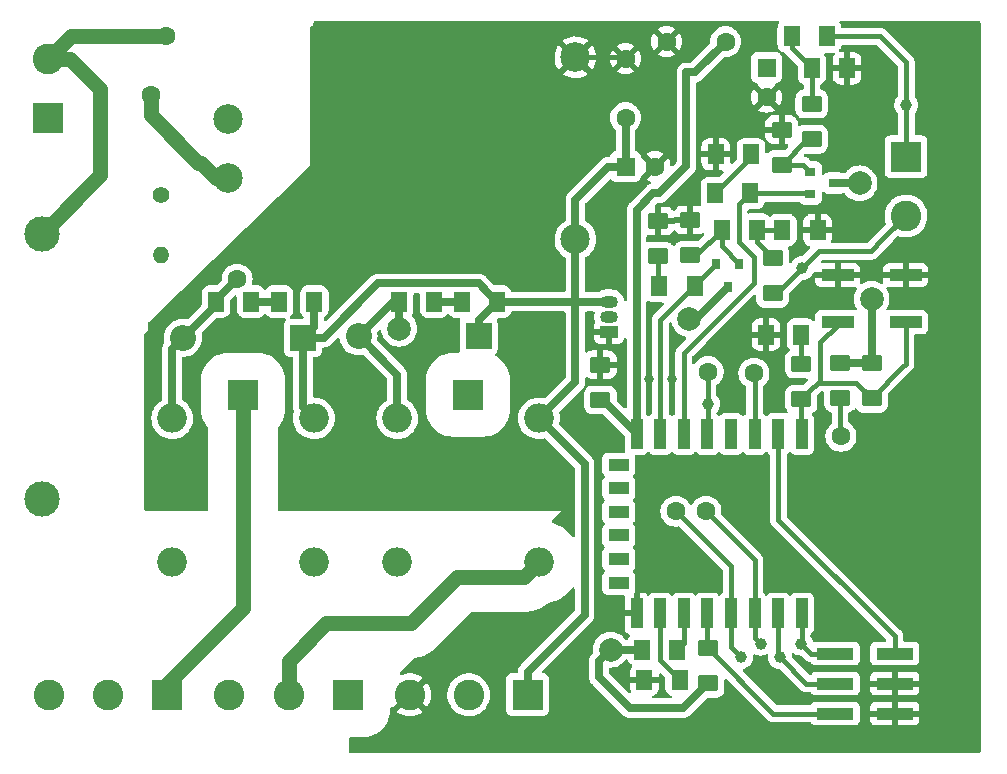
<source format=gtl>
%TF.GenerationSoftware,KiCad,Pcbnew,(6.0.1)*%
%TF.CreationDate,2022-01-24T21:35:52+01:00*%
%TF.ProjectId,SmartSwitch,536d6172-7453-4776-9974-63682e6b6963,rev?*%
%TF.SameCoordinates,Original*%
%TF.FileFunction,Copper,L1,Top*%
%TF.FilePolarity,Positive*%
%FSLAX46Y46*%
G04 Gerber Fmt 4.6, Leading zero omitted, Abs format (unit mm)*
G04 Created by KiCad (PCBNEW (6.0.1)) date 2022-01-24 21:35:52*
%MOMM*%
%LPD*%
G01*
G04 APERTURE LIST*
G04 Aperture macros list*
%AMRoundRect*
0 Rectangle with rounded corners*
0 $1 Rounding radius*
0 $2 $3 $4 $5 $6 $7 $8 $9 X,Y pos of 4 corners*
0 Add a 4 corners polygon primitive as box body*
4,1,4,$2,$3,$4,$5,$6,$7,$8,$9,$2,$3,0*
0 Add four circle primitives for the rounded corners*
1,1,$1+$1,$2,$3*
1,1,$1+$1,$4,$5*
1,1,$1+$1,$6,$7*
1,1,$1+$1,$8,$9*
0 Add four rect primitives between the rounded corners*
20,1,$1+$1,$2,$3,$4,$5,0*
20,1,$1+$1,$4,$5,$6,$7,0*
20,1,$1+$1,$6,$7,$8,$9,0*
20,1,$1+$1,$8,$9,$2,$3,0*%
G04 Aperture macros list end*
%TA.AperFunction,SMDPad,CuDef*%
%ADD10R,1.000000X2.500000*%
%TD*%
%TA.AperFunction,SMDPad,CuDef*%
%ADD11R,1.800000X1.000000*%
%TD*%
%TA.AperFunction,SMDPad,CuDef*%
%ADD12RoundRect,0.250001X0.462499X0.624999X-0.462499X0.624999X-0.462499X-0.624999X0.462499X-0.624999X0*%
%TD*%
%TA.AperFunction,SMDPad,CuDef*%
%ADD13RoundRect,0.250001X0.624999X-0.462499X0.624999X0.462499X-0.624999X0.462499X-0.624999X-0.462499X0*%
%TD*%
%TA.AperFunction,SMDPad,CuDef*%
%ADD14RoundRect,0.250001X-0.462499X-0.624999X0.462499X-0.624999X0.462499X0.624999X-0.462499X0.624999X0*%
%TD*%
%TA.AperFunction,SMDPad,CuDef*%
%ADD15RoundRect,0.250001X-0.624999X0.462499X-0.624999X-0.462499X0.624999X-0.462499X0.624999X0.462499X0*%
%TD*%
%TA.AperFunction,ComponentPad*%
%ADD16R,1.600000X1.600000*%
%TD*%
%TA.AperFunction,ComponentPad*%
%ADD17C,1.600000*%
%TD*%
%TA.AperFunction,SMDPad,CuDef*%
%ADD18R,0.900000X0.800000*%
%TD*%
%TA.AperFunction,ComponentPad*%
%ADD19C,2.500000*%
%TD*%
%TA.AperFunction,ComponentPad*%
%ADD20R,2.600000X2.600000*%
%TD*%
%TA.AperFunction,ComponentPad*%
%ADD21C,2.600000*%
%TD*%
%TA.AperFunction,SMDPad,CuDef*%
%ADD22R,0.800000X0.900000*%
%TD*%
%TA.AperFunction,SMDPad,CuDef*%
%ADD23C,1.000000*%
%TD*%
%TA.AperFunction,ComponentPad*%
%ADD24C,1.400000*%
%TD*%
%TA.AperFunction,ComponentPad*%
%ADD25O,1.400000X1.400000*%
%TD*%
%TA.AperFunction,ComponentPad*%
%ADD26R,2.500000X2.500000*%
%TD*%
%TA.AperFunction,ComponentPad*%
%ADD27O,2.500000X2.500000*%
%TD*%
%TA.AperFunction,ComponentPad*%
%ADD28R,2.200000X2.200000*%
%TD*%
%TA.AperFunction,ComponentPad*%
%ADD29O,2.200000X2.200000*%
%TD*%
%TA.AperFunction,SMDPad,CuDef*%
%ADD30R,3.150000X1.000000*%
%TD*%
%TA.AperFunction,ComponentPad*%
%ADD31R,1.500000X1.050000*%
%TD*%
%TA.AperFunction,ComponentPad*%
%ADD32O,1.500000X1.050000*%
%TD*%
%TA.AperFunction,SMDPad,CuDef*%
%ADD33R,2.750000X1.000000*%
%TD*%
%TA.AperFunction,ComponentPad*%
%ADD34C,3.000000*%
%TD*%
%TA.AperFunction,ViaPad*%
%ADD35C,2.000000*%
%TD*%
%TA.AperFunction,ViaPad*%
%ADD36C,1.600000*%
%TD*%
%TA.AperFunction,ViaPad*%
%ADD37C,0.800000*%
%TD*%
%TA.AperFunction,Conductor*%
%ADD38C,0.635000*%
%TD*%
%TA.AperFunction,Conductor*%
%ADD39C,0.406400*%
%TD*%
%TA.AperFunction,Conductor*%
%ADD40C,1.270000*%
%TD*%
G04 APERTURE END LIST*
D10*
X166365000Y-120462000D03*
X164365000Y-120462000D03*
X162365000Y-120462000D03*
X160365000Y-120462000D03*
X158365000Y-120462000D03*
X156365000Y-120462000D03*
X154365000Y-120462000D03*
X152365000Y-120462000D03*
D11*
X150865000Y-123062000D03*
X150865000Y-125062000D03*
X150865000Y-127062000D03*
X150865000Y-129062000D03*
X150865000Y-131062000D03*
X150865000Y-133062000D03*
D10*
X152365000Y-135662000D03*
X154365000Y-135662000D03*
X156365000Y-135662000D03*
X158365000Y-135662000D03*
X160365000Y-135662000D03*
X162365000Y-135662000D03*
X164365000Y-135662000D03*
X166365000Y-135662000D03*
D12*
X125073000Y-109266000D03*
X122098000Y-109266000D03*
X157280000Y-107950000D03*
X154305000Y-107950000D03*
X140567000Y-109266000D03*
X137592000Y-109266000D03*
D13*
X164643000Y-97672500D03*
X164643000Y-94697500D03*
D12*
X161979000Y-100076000D03*
X159004000Y-100076000D03*
X156007000Y-141270000D03*
X153032000Y-141270000D03*
D14*
X152832000Y-138730000D03*
X155807000Y-138730000D03*
D13*
X156896000Y-105329000D03*
X156896000Y-102354000D03*
X158420000Y-141578000D03*
X158420000Y-138603000D03*
D15*
X166294000Y-114546000D03*
X166294000Y-117521000D03*
D16*
X163373000Y-89454000D03*
D17*
X163373000Y-91954000D03*
D18*
X167072000Y-98283000D03*
X167072000Y-100183000D03*
X169072000Y-99233000D03*
D15*
X169596000Y-114419000D03*
X169596000Y-117394000D03*
D14*
X159563000Y-103170000D03*
X162538000Y-103170000D03*
D13*
X167200000Y-95500000D03*
X167200000Y-92525000D03*
D14*
X116764000Y-109266000D03*
X119739000Y-109266000D03*
X163319000Y-112060000D03*
X166294000Y-112060000D03*
D15*
X149300000Y-114612500D03*
X149300000Y-117587500D03*
X163881000Y-105583000D03*
X163881000Y-108558000D03*
D19*
X117780000Y-93772000D03*
X117780000Y-98772000D03*
X147180000Y-88572000D03*
X147180000Y-103972000D03*
D12*
X167687500Y-103200000D03*
X164712500Y-103200000D03*
D17*
X159900000Y-87250000D03*
X154900000Y-87250000D03*
D20*
X175184000Y-97000000D03*
D21*
X175184000Y-102000000D03*
D14*
X132258000Y-109266000D03*
X135233000Y-109266000D03*
D22*
X161031000Y-106045000D03*
X159131000Y-106045000D03*
X160081000Y-108045000D03*
D15*
X172263000Y-114473000D03*
X172263000Y-117448000D03*
D23*
X158420000Y-117902000D03*
X164516000Y-139365000D03*
X166294000Y-138222000D03*
X161214000Y-139365000D03*
X166400000Y-106400000D03*
D20*
X112650000Y-142540000D03*
D21*
X107650000Y-142540000D03*
X102650000Y-142540000D03*
D23*
X162865000Y-138222000D03*
D17*
X151435000Y-93692000D03*
X151435000Y-88692000D03*
D16*
X151435000Y-97836000D03*
D17*
X153935000Y-97836000D03*
X111250000Y-91750000D03*
X112550000Y-86750000D03*
D23*
X175200000Y-92600000D03*
D20*
X127898500Y-142540000D03*
D21*
X122898500Y-142540000D03*
X117898500Y-142540000D03*
D20*
X143147000Y-142540000D03*
D21*
X138147000Y-142540000D03*
X133147000Y-142540000D03*
D24*
X112065000Y-100249000D03*
D25*
X112065000Y-105329000D03*
D14*
X165512500Y-86800000D03*
X168487500Y-86800000D03*
D26*
X119050000Y-117140000D03*
D27*
X113050000Y-119140000D03*
X113050000Y-131340000D03*
X125050000Y-131340000D03*
X125050000Y-119140000D03*
D14*
X159077000Y-96774000D03*
X162052000Y-96774000D03*
D28*
X124130000Y-112314000D03*
D29*
X113970000Y-112314000D03*
D30*
X169175000Y-139060000D03*
X174225000Y-139060000D03*
X169175000Y-141600000D03*
X174225000Y-141600000D03*
X169175000Y-144140000D03*
X174225000Y-144140000D03*
D31*
X150038000Y-111806000D03*
D32*
X150038000Y-110536000D03*
X150038000Y-109266000D03*
D12*
X170187500Y-89500000D03*
X167212500Y-89500000D03*
D26*
X138100000Y-117140000D03*
D27*
X132100000Y-119140000D03*
X132100000Y-131340000D03*
X144100000Y-131340000D03*
X144100000Y-119140000D03*
D15*
X154178000Y-102435000D03*
X154178000Y-105410000D03*
D28*
X138989000Y-112187000D03*
D29*
X128829000Y-112187000D03*
D20*
X102540000Y-93692000D03*
D21*
X102540000Y-88692000D03*
D33*
X169383000Y-111012000D03*
X175143000Y-111012000D03*
X169383000Y-107012000D03*
X175143000Y-107012000D03*
D34*
X102000000Y-126000000D03*
X102000000Y-103500000D03*
D35*
X156845000Y-110744000D03*
X171247000Y-99233000D03*
X172263000Y-109012000D03*
X150165000Y-138730000D03*
D36*
X169672000Y-120650000D03*
X162306000Y-115316000D03*
X155702000Y-127000000D03*
X158242000Y-127000000D03*
X158432500Y-115189000D03*
D35*
X132258000Y-111552000D03*
D36*
X118542000Y-107361000D03*
D37*
X161290000Y-126238000D03*
X171300000Y-94200000D03*
X160385760Y-112598200D03*
X175500000Y-86700000D03*
X160134300Y-143438880D03*
X155371800Y-115778280D03*
X153416000Y-115778280D03*
X172974000Y-126238000D03*
X132500000Y-95000000D03*
X150200000Y-135700000D03*
X151100000Y-140800000D03*
D38*
X151435000Y-93692000D02*
X151435000Y-97836000D01*
X124130000Y-112314000D02*
X124130000Y-118220000D01*
X124130000Y-118220000D02*
X125050000Y-119140000D01*
X147967501Y-123007501D02*
X145349999Y-120389999D01*
X145349999Y-120389999D02*
X144100000Y-119140000D01*
X125865000Y-112314000D02*
X130455510Y-107723490D01*
X139795653Y-108494653D02*
X140567000Y-109266000D01*
X124130000Y-112314000D02*
X125865000Y-112314000D01*
X130455510Y-107723490D02*
X139024490Y-107723490D01*
X139024490Y-107723490D02*
X139795653Y-108494653D01*
X143147000Y-140605000D02*
X147967501Y-135784499D01*
X143147000Y-142540000D02*
X143147000Y-140605000D01*
X147967501Y-135784499D02*
X147967501Y-123007501D01*
X141886000Y-109266000D02*
X147180000Y-109266000D01*
X147180000Y-109266000D02*
X147180000Y-116060000D01*
X140567000Y-109266000D02*
X141886000Y-109266000D01*
X138989000Y-112187000D02*
X138989000Y-110844000D01*
X138989000Y-110844000D02*
X140567000Y-109266000D01*
X147180000Y-116060000D02*
X144100000Y-119140000D01*
X147180000Y-109266000D02*
X150038000Y-109266000D01*
X147193000Y-103985000D02*
X147180000Y-103972000D01*
X147193000Y-107696000D02*
X147193000Y-103985000D01*
X125073000Y-109266000D02*
X125073000Y-111371000D01*
X125073000Y-111371000D02*
X124130000Y-112314000D01*
X147180000Y-109266000D02*
X147193000Y-109253000D01*
X147193000Y-109253000D02*
X147193000Y-107696000D01*
X147180000Y-103972000D02*
X147180000Y-100620000D01*
X151435000Y-97836000D02*
X149964000Y-97836000D01*
X149964000Y-97836000D02*
X147500000Y-100300000D01*
X147180000Y-100620000D02*
X147500000Y-100300000D01*
X169072000Y-99233000D02*
X171247000Y-99233000D01*
X156315000Y-143683000D02*
X158420000Y-141578000D01*
X149165001Y-141032001D02*
X151816000Y-143683000D01*
X151816000Y-143683000D02*
X156315000Y-143683000D01*
X150165000Y-138730000D02*
X149165001Y-139729999D01*
X172263000Y-114473000D02*
X172263000Y-109012000D01*
X172209000Y-114419000D02*
X172263000Y-114473000D01*
X169596000Y-114419000D02*
X172209000Y-114419000D01*
X149165001Y-139729999D02*
X149165001Y-141032001D01*
X152832000Y-138730000D02*
X150165000Y-138730000D01*
X157382000Y-110744000D02*
X156845000Y-110744000D01*
X160081000Y-108045000D02*
X157382000Y-110744000D01*
X156591000Y-97790000D02*
X154305000Y-100076000D01*
X149300000Y-117587500D02*
X149490500Y-117587500D01*
X149490500Y-117587500D02*
X152365000Y-120462000D01*
X153797000Y-100076000D02*
X152365000Y-101508000D01*
X156591000Y-89853630D02*
X157296370Y-89853630D01*
X152365000Y-101508000D02*
X152365000Y-120462000D01*
X156591000Y-89853630D02*
X156591000Y-97790000D01*
X157296370Y-89853630D02*
X159900000Y-87250000D01*
X154305000Y-100076000D02*
X153797000Y-100076000D01*
D39*
X162052000Y-97028000D02*
X162052000Y-96774000D01*
X159004000Y-100076000D02*
X162052000Y-97028000D01*
X166294000Y-112060000D02*
X166294000Y-114546000D01*
D38*
X135233000Y-109266000D02*
X137592000Y-109266000D01*
X119739000Y-109266000D02*
X122098000Y-109266000D01*
D40*
X115272001Y-97522001D02*
X111250000Y-93500000D01*
X117780000Y-98772000D02*
X116772000Y-98772000D01*
X111250000Y-93500000D02*
X111250000Y-91750000D01*
X115522001Y-97522001D02*
X115272001Y-97522001D01*
X116772000Y-98772000D02*
X115522001Y-97522001D01*
D39*
X158365000Y-135662000D02*
X158365000Y-138548000D01*
X158365000Y-138548000D02*
X158420000Y-138603000D01*
X158420000Y-138603000D02*
X163957000Y-144140000D01*
X163957000Y-144140000D02*
X169175000Y-144140000D01*
X164365000Y-139214000D02*
X164516000Y-139365000D01*
X164365000Y-135662000D02*
X164365000Y-139214000D01*
X166751000Y-141600000D02*
X164516000Y-139365000D01*
X169175000Y-141600000D02*
X166751000Y-141600000D01*
X166365000Y-135662000D02*
X166365000Y-138151000D01*
X166365000Y-138151000D02*
X166294000Y-138222000D01*
X167132000Y-139060000D02*
X166294000Y-138222000D01*
X169175000Y-139060000D02*
X167132000Y-139060000D01*
X156896000Y-105329000D02*
X157404000Y-105329000D01*
X159563000Y-104577000D02*
X161031000Y-106045000D01*
X157404000Y-105329000D02*
X159563000Y-103170000D01*
X159563000Y-103170000D02*
X159563000Y-104577000D01*
X169596000Y-120574000D02*
X169672000Y-120650000D01*
X162365000Y-115375000D02*
X162306000Y-115316000D01*
X169596000Y-117394000D02*
X169596000Y-120574000D01*
X162365000Y-120462000D02*
X162365000Y-115375000D01*
X167686710Y-116128290D02*
X167065347Y-116749653D01*
X172263000Y-117448000D02*
X170943290Y-116128290D01*
X167065347Y-116749653D02*
X166294000Y-117521000D01*
X166294000Y-117521000D02*
X166294000Y-120391000D01*
X166294000Y-120391000D02*
X166365000Y-120462000D01*
X167900000Y-116128290D02*
X167686710Y-116128290D01*
X175143000Y-111012000D02*
X175143000Y-114568000D01*
X175143000Y-114568000D02*
X174880000Y-114831000D01*
X172263000Y-117448000D02*
X174880000Y-114831000D01*
X170943290Y-116128290D02*
X167900000Y-116128290D01*
X169383000Y-111217000D02*
X167900000Y-112700000D01*
X167900000Y-112700000D02*
X167900000Y-113320000D01*
X167900000Y-113320000D02*
X167900000Y-116128290D01*
X169383000Y-111012000D02*
X169383000Y-111217000D01*
X156365000Y-135662000D02*
X156365000Y-138172000D01*
X156365000Y-138172000D02*
X155807000Y-138730000D01*
X154365000Y-135662000D02*
X154365000Y-139628000D01*
X154365000Y-139628000D02*
X156007000Y-141270000D01*
X161979000Y-100076000D02*
X161036000Y-101019000D01*
X162306000Y-105474238D02*
X162306000Y-107665762D01*
X156365000Y-118805600D02*
X156365000Y-120462000D01*
X162306000Y-107665762D02*
X156365000Y-113606762D01*
X161036000Y-104204238D02*
X162306000Y-105474238D01*
X161036000Y-101019000D02*
X161036000Y-104204238D01*
X156365000Y-113606762D02*
X156365000Y-118805600D01*
X167011000Y-100122000D02*
X167072000Y-100183000D01*
X166965000Y-100076000D02*
X167072000Y-100183000D01*
X161979000Y-100076000D02*
X166965000Y-100076000D01*
X160365000Y-135662000D02*
X160365000Y-138516000D01*
X160365000Y-138516000D02*
X161214000Y-139365000D01*
X160365000Y-135662000D02*
X160365000Y-131663000D01*
X160365000Y-131663000D02*
X155702000Y-127000000D01*
X162365000Y-137722000D02*
X162865000Y-138222000D01*
X162365000Y-131123000D02*
X158242000Y-127000000D01*
X162365000Y-135662000D02*
X162365000Y-131123000D01*
X162365000Y-135662000D02*
X162365000Y-137722000D01*
X154365000Y-120462000D02*
X154365000Y-110835000D01*
X154365000Y-110835000D02*
X157331000Y-107869000D01*
X157331000Y-107845000D02*
X159131000Y-106045000D01*
X157331000Y-107869000D02*
X157331000Y-107845000D01*
X158420000Y-117902000D02*
X158420000Y-120407000D01*
X158420000Y-120407000D02*
X158365000Y-120462000D01*
X158420000Y-115201500D02*
X158432500Y-115189000D01*
X158420000Y-117902000D02*
X158420000Y-115201500D01*
D40*
X112550000Y-86750000D02*
X104482000Y-86750000D01*
X106930000Y-91243523D02*
X104378477Y-88692000D01*
X106930000Y-98570000D02*
X106930000Y-91243523D01*
X104378477Y-88692000D02*
X102540000Y-88692000D01*
X102000000Y-103500000D02*
X106930000Y-98570000D01*
X104482000Y-86750000D02*
X102540000Y-88692000D01*
D39*
X164365000Y-127722262D02*
X174225000Y-137582262D01*
X174225000Y-138153600D02*
X174225000Y-139060000D01*
X164365000Y-120462000D02*
X164365000Y-127722262D01*
X174225000Y-137582262D02*
X174225000Y-138153600D01*
D40*
X133250000Y-136500000D02*
X126096998Y-136500000D01*
X126096998Y-136500000D02*
X122940000Y-139656998D01*
X142850001Y-132589999D02*
X137160001Y-132589999D01*
X122940000Y-139656998D02*
X122940000Y-140701523D01*
X144100000Y-131340000D02*
X142850001Y-132589999D01*
X137160001Y-132589999D02*
X133250000Y-136500000D01*
X122940000Y-140701523D02*
X122940000Y-142540000D01*
X112700000Y-141512198D02*
X112700000Y-142540000D01*
X119050000Y-135162198D02*
X112700000Y-141512198D01*
X119050000Y-117140000D02*
X119050000Y-135162198D01*
D39*
X164242000Y-108558000D02*
X166400000Y-106400000D01*
X167800000Y-105000000D02*
X172184000Y-105000000D01*
X172184000Y-105000000D02*
X173184000Y-104000000D01*
X173184000Y-104000000D02*
X175184000Y-102000000D01*
X166400000Y-106400000D02*
X167800000Y-105000000D01*
X163881000Y-108558000D02*
X164242000Y-108558000D01*
X175200000Y-92600000D02*
X175200000Y-96984000D01*
X175200000Y-89000000D02*
X175200000Y-92600000D01*
X168487500Y-86800000D02*
X173000000Y-86800000D01*
X175200000Y-96984000D02*
X175184000Y-97000000D01*
X173000000Y-86800000D02*
X175200000Y-89000000D01*
X162538000Y-103170000D02*
X162538000Y-104240000D01*
X162538000Y-104240000D02*
X163881000Y-105583000D01*
X164682500Y-103170000D02*
X164712500Y-103200000D01*
X162538000Y-103170000D02*
X164682500Y-103170000D01*
X165512500Y-87800000D02*
X167212500Y-89500000D01*
X165512500Y-86800000D02*
X165512500Y-87800000D01*
X167212500Y-92512500D02*
X167200000Y-92525000D01*
X167212500Y-89500000D02*
X167212500Y-92512500D01*
X166461500Y-97672500D02*
X167072000Y-98283000D01*
X164643000Y-97672500D02*
X166461500Y-97672500D01*
X166815500Y-95500000D02*
X164643000Y-97672500D01*
X167200000Y-95500000D02*
X166815500Y-95500000D01*
X154319500Y-107832500D02*
X154356000Y-107869000D01*
X154178000Y-105410000D02*
X154178000Y-107823000D01*
X154178000Y-107823000D02*
X154305000Y-107950000D01*
D38*
X132258000Y-111552000D02*
X132258000Y-109266000D01*
X132100000Y-115458000D02*
X132100000Y-119140000D01*
X128829000Y-112187000D02*
X132100000Y-115458000D01*
X132258000Y-109266000D02*
X131750000Y-109266000D01*
X131750000Y-109266000D02*
X128829000Y-112187000D01*
X113050000Y-119140000D02*
X113050000Y-113234000D01*
X113050000Y-113234000D02*
X113970000Y-112314000D01*
X116764000Y-109266000D02*
X116764000Y-109139000D01*
X116764000Y-109139000D02*
X118542000Y-107361000D01*
X116764000Y-109266000D02*
X116764000Y-109520000D01*
X116764000Y-109520000D02*
X113970000Y-112314000D01*
D39*
X151315000Y-88572000D02*
X151435000Y-88692000D01*
X147180000Y-88572000D02*
X151315000Y-88572000D01*
%TA.AperFunction,Conductor*%
G36*
X164412805Y-85528002D02*
G01*
X164459298Y-85581658D01*
X164469402Y-85651932D01*
X164448585Y-85700396D01*
X164450695Y-85701697D01*
X164357885Y-85852262D01*
X164302203Y-86020139D01*
X164291500Y-86124600D01*
X164291500Y-87475400D01*
X164291837Y-87478646D01*
X164291837Y-87478650D01*
X164300078Y-87558069D01*
X164302474Y-87581165D01*
X164304655Y-87587701D01*
X164304655Y-87587703D01*
X164310422Y-87604988D01*
X164358450Y-87748945D01*
X164451522Y-87899348D01*
X164456704Y-87904521D01*
X164545939Y-87993601D01*
X164580018Y-88055884D01*
X164577740Y-88088129D01*
X164613423Y-88074820D01*
X164688528Y-88093239D01*
X164727262Y-88117115D01*
X164841570Y-88155029D01*
X164866850Y-88163414D01*
X164927148Y-88206306D01*
X164934484Y-88215867D01*
X164938357Y-88221199D01*
X164970418Y-88267847D01*
X164970423Y-88267853D01*
X164974725Y-88274112D01*
X165015665Y-88310588D01*
X165021464Y-88315755D01*
X165026741Y-88320736D01*
X165954596Y-89248592D01*
X165988621Y-89310904D01*
X165991500Y-89337687D01*
X165991500Y-90175400D01*
X165991837Y-90178646D01*
X165991837Y-90178650D01*
X166001752Y-90274203D01*
X166002474Y-90281165D01*
X166004655Y-90287701D01*
X166004655Y-90287703D01*
X166039496Y-90392134D01*
X166058450Y-90448945D01*
X166151522Y-90599348D01*
X166276697Y-90724305D01*
X166427262Y-90817115D01*
X166429561Y-90817878D01*
X166481335Y-90863465D01*
X166500800Y-90930742D01*
X166500800Y-91196838D01*
X166480798Y-91264959D01*
X166427142Y-91311452D01*
X166414683Y-91316359D01*
X166251055Y-91370950D01*
X166100652Y-91464022D01*
X165975695Y-91589197D01*
X165971855Y-91595427D01*
X165971854Y-91595428D01*
X165887990Y-91731481D01*
X165882885Y-91739762D01*
X165827203Y-91907639D01*
X165826503Y-91914475D01*
X165826502Y-91914478D01*
X165823434Y-91944420D01*
X165816500Y-92012100D01*
X165816500Y-93037900D01*
X165827474Y-93143665D01*
X165829655Y-93150201D01*
X165829655Y-93150203D01*
X165862305Y-93248067D01*
X165883450Y-93311445D01*
X165976522Y-93461848D01*
X166101697Y-93586805D01*
X166107927Y-93590645D01*
X166107928Y-93590646D01*
X166245090Y-93675194D01*
X166252262Y-93679615D01*
X166289602Y-93692000D01*
X166413611Y-93733132D01*
X166413613Y-93733132D01*
X166420139Y-93735297D01*
X166426975Y-93735997D01*
X166426978Y-93735998D01*
X166470031Y-93740409D01*
X166524600Y-93746000D01*
X167875400Y-93746000D01*
X167878646Y-93745663D01*
X167878650Y-93745663D01*
X167974307Y-93735738D01*
X167974311Y-93735737D01*
X167981165Y-93735026D01*
X167987701Y-93732845D01*
X167987703Y-93732845D01*
X168132208Y-93684634D01*
X168148945Y-93679050D01*
X168299348Y-93585978D01*
X168424305Y-93460803D01*
X168480515Y-93369614D01*
X168513275Y-93316468D01*
X168513276Y-93316466D01*
X168517115Y-93310238D01*
X168572797Y-93142361D01*
X168583500Y-93037900D01*
X168583500Y-92012100D01*
X168578040Y-91959475D01*
X168573238Y-91913193D01*
X168573237Y-91913189D01*
X168572526Y-91906335D01*
X168563459Y-91879156D01*
X168518868Y-91745503D01*
X168516550Y-91738555D01*
X168423478Y-91588152D01*
X168298303Y-91463195D01*
X168184412Y-91392991D01*
X168153968Y-91374225D01*
X168153966Y-91374224D01*
X168147738Y-91370385D01*
X168065466Y-91343097D01*
X168010533Y-91324876D01*
X167952173Y-91284445D01*
X167924936Y-91218881D01*
X167924200Y-91205283D01*
X167924200Y-90930743D01*
X167944202Y-90862622D01*
X167995567Y-90817677D01*
X167998945Y-90816550D01*
X168149348Y-90723478D01*
X168274305Y-90598303D01*
X168335327Y-90499307D01*
X168363275Y-90453968D01*
X168363276Y-90453966D01*
X168367115Y-90447738D01*
X168397390Y-90356460D01*
X168420632Y-90286389D01*
X168420632Y-90286387D01*
X168422797Y-90279861D01*
X168423509Y-90272919D01*
X168433172Y-90178598D01*
X168433500Y-90175400D01*
X168433500Y-90172096D01*
X168967000Y-90172096D01*
X168967337Y-90178611D01*
X168977256Y-90274203D01*
X168980150Y-90287602D01*
X169031588Y-90441783D01*
X169037762Y-90454962D01*
X169123063Y-90592807D01*
X169132099Y-90604208D01*
X169246830Y-90718739D01*
X169258241Y-90727751D01*
X169396245Y-90812818D01*
X169409423Y-90818962D01*
X169563716Y-90870139D01*
X169577081Y-90873005D01*
X169671439Y-90882672D01*
X169677855Y-90883000D01*
X169915385Y-90883000D01*
X169930624Y-90878525D01*
X169931829Y-90877135D01*
X169933500Y-90869452D01*
X169933500Y-90864885D01*
X170441500Y-90864885D01*
X170445975Y-90880124D01*
X170447365Y-90881329D01*
X170455048Y-90883000D01*
X170697096Y-90883000D01*
X170703611Y-90882663D01*
X170799203Y-90872744D01*
X170812602Y-90869850D01*
X170966783Y-90818412D01*
X170979962Y-90812238D01*
X171117807Y-90726937D01*
X171129208Y-90717901D01*
X171243739Y-90603170D01*
X171252751Y-90591759D01*
X171337818Y-90453755D01*
X171343962Y-90440577D01*
X171395139Y-90286284D01*
X171398005Y-90272919D01*
X171407672Y-90178561D01*
X171408000Y-90172145D01*
X171408000Y-89772115D01*
X171403525Y-89756876D01*
X171402135Y-89755671D01*
X171394452Y-89754000D01*
X170459615Y-89754000D01*
X170444376Y-89758475D01*
X170443171Y-89759865D01*
X170441500Y-89767548D01*
X170441500Y-90864885D01*
X169933500Y-90864885D01*
X169933500Y-89772115D01*
X169929025Y-89756876D01*
X169927635Y-89755671D01*
X169919952Y-89754000D01*
X168985115Y-89754000D01*
X168969876Y-89758475D01*
X168968671Y-89759865D01*
X168967000Y-89767548D01*
X168967000Y-90172096D01*
X168433500Y-90172096D01*
X168433500Y-88824600D01*
X168429098Y-88782175D01*
X168423238Y-88725693D01*
X168423237Y-88725689D01*
X168422526Y-88718835D01*
X168414563Y-88694965D01*
X168370701Y-88563498D01*
X168366550Y-88551055D01*
X168273478Y-88400652D01*
X168268296Y-88395479D01*
X168263749Y-88389742D01*
X168265742Y-88388162D01*
X168237414Y-88336376D01*
X168242425Y-88265557D01*
X168284929Y-88208689D01*
X168351430Y-88183828D01*
X168360514Y-88183500D01*
X169000400Y-88183500D01*
X169003646Y-88183163D01*
X169003650Y-88183163D01*
X169018378Y-88181635D01*
X169031269Y-88180297D01*
X169101089Y-88193161D01*
X169152871Y-88241732D01*
X169170174Y-88310588D01*
X169147504Y-88377868D01*
X169133446Y-88394641D01*
X169131262Y-88396829D01*
X169122249Y-88408241D01*
X169037182Y-88546245D01*
X169031038Y-88559423D01*
X168979861Y-88713716D01*
X168976995Y-88727081D01*
X168967328Y-88821439D01*
X168967000Y-88827856D01*
X168967000Y-89227885D01*
X168971475Y-89243124D01*
X168972865Y-89244329D01*
X168980548Y-89246000D01*
X169915385Y-89246000D01*
X169930624Y-89241525D01*
X169931829Y-89240135D01*
X169933500Y-89232452D01*
X169933500Y-89227885D01*
X170441500Y-89227885D01*
X170445975Y-89243124D01*
X170447365Y-89244329D01*
X170455048Y-89246000D01*
X171389885Y-89246000D01*
X171405124Y-89241525D01*
X171406329Y-89240135D01*
X171408000Y-89232452D01*
X171408000Y-88827904D01*
X171407663Y-88821389D01*
X171397744Y-88725797D01*
X171394850Y-88712398D01*
X171343412Y-88558217D01*
X171337238Y-88545038D01*
X171251937Y-88407193D01*
X171242901Y-88395792D01*
X171128170Y-88281261D01*
X171116759Y-88272249D01*
X170978755Y-88187182D01*
X170965577Y-88181038D01*
X170811284Y-88129861D01*
X170797919Y-88126995D01*
X170703561Y-88117328D01*
X170697144Y-88117000D01*
X170459615Y-88117000D01*
X170444376Y-88121475D01*
X170443171Y-88122865D01*
X170441500Y-88130548D01*
X170441500Y-89227885D01*
X169933500Y-89227885D01*
X169933500Y-88135115D01*
X169929025Y-88119876D01*
X169927635Y-88118671D01*
X169919952Y-88117000D01*
X169677904Y-88117000D01*
X169671387Y-88117337D01*
X169643960Y-88120183D01*
X169574138Y-88107318D01*
X169522356Y-88058747D01*
X169505054Y-87989891D01*
X169527724Y-87922612D01*
X169541784Y-87905838D01*
X169544130Y-87903488D01*
X169544134Y-87903483D01*
X169549305Y-87898303D01*
X169577388Y-87852744D01*
X169638275Y-87753968D01*
X169638276Y-87753966D01*
X169642115Y-87747738D01*
X169686295Y-87614539D01*
X169691770Y-87598033D01*
X169732201Y-87539673D01*
X169797765Y-87512436D01*
X169811363Y-87511700D01*
X172653015Y-87511700D01*
X172721136Y-87531702D01*
X172742110Y-87548605D01*
X174451395Y-89257891D01*
X174485421Y-89320203D01*
X174488300Y-89346986D01*
X174488300Y-91833297D01*
X174468298Y-91901418D01*
X174458830Y-91914277D01*
X174363846Y-92027474D01*
X174360879Y-92032872D01*
X174360875Y-92032877D01*
X174357397Y-92039204D01*
X174268567Y-92200787D01*
X174266706Y-92206654D01*
X174266705Y-92206656D01*
X174231255Y-92318408D01*
X174208765Y-92389306D01*
X174186719Y-92585851D01*
X174187235Y-92591995D01*
X174194847Y-92682643D01*
X174203268Y-92782934D01*
X174257783Y-92973050D01*
X174260602Y-92978535D01*
X174344798Y-93142361D01*
X174348187Y-93148956D01*
X174426741Y-93248067D01*
X174461046Y-93291350D01*
X174487683Y-93357160D01*
X174488300Y-93369614D01*
X174488300Y-95065500D01*
X174468298Y-95133621D01*
X174414642Y-95180114D01*
X174362300Y-95191500D01*
X173835866Y-95191500D01*
X173773684Y-95198255D01*
X173637295Y-95249385D01*
X173520739Y-95336739D01*
X173433385Y-95453295D01*
X173382255Y-95589684D01*
X173375500Y-95651866D01*
X173375500Y-98348134D01*
X173382255Y-98410316D01*
X173433385Y-98546705D01*
X173520739Y-98663261D01*
X173637295Y-98750615D01*
X173773684Y-98801745D01*
X173835866Y-98808500D01*
X176532134Y-98808500D01*
X176594316Y-98801745D01*
X176730705Y-98750615D01*
X176847261Y-98663261D01*
X176934615Y-98546705D01*
X176985745Y-98410316D01*
X176992500Y-98348134D01*
X176992500Y-95651866D01*
X176985745Y-95589684D01*
X176934615Y-95453295D01*
X176847261Y-95336739D01*
X176730705Y-95249385D01*
X176594316Y-95198255D01*
X176532134Y-95191500D01*
X176037700Y-95191500D01*
X175969579Y-95171498D01*
X175923086Y-95117842D01*
X175911700Y-95065500D01*
X175911700Y-93365830D01*
X175931702Y-93297709D01*
X175942319Y-93283499D01*
X176024049Y-93188814D01*
X176024054Y-93188807D01*
X176028078Y-93184145D01*
X176125769Y-93012179D01*
X176188197Y-92824513D01*
X176212985Y-92628295D01*
X176213380Y-92600000D01*
X176194080Y-92403167D01*
X176136916Y-92213831D01*
X176044066Y-92039204D01*
X176021961Y-92012100D01*
X175964126Y-91941188D01*
X175940057Y-91911676D01*
X175912503Y-91846245D01*
X175911700Y-91832041D01*
X175911700Y-89029030D01*
X175911992Y-89020460D01*
X175915429Y-88970054D01*
X175915429Y-88970050D01*
X175915945Y-88962479D01*
X175912724Y-88944022D01*
X175904904Y-88899217D01*
X175903941Y-88892692D01*
X175897145Y-88836533D01*
X175897145Y-88836532D01*
X175896232Y-88828989D01*
X175893546Y-88821881D01*
X175892981Y-88819581D01*
X175888314Y-88802520D01*
X175887633Y-88800266D01*
X175886328Y-88792785D01*
X175883276Y-88785833D01*
X175883275Y-88785829D01*
X175860524Y-88734003D01*
X175858031Y-88727894D01*
X175852176Y-88712398D01*
X175835343Y-88667851D01*
X175831043Y-88661595D01*
X175829954Y-88659511D01*
X175821347Y-88644048D01*
X175820143Y-88642012D01*
X175817089Y-88635055D01*
X175777993Y-88584104D01*
X175774137Y-88578796D01*
X175742079Y-88532149D01*
X175742074Y-88532144D01*
X175737775Y-88525888D01*
X175691035Y-88484244D01*
X175685760Y-88479264D01*
X173523780Y-86317284D01*
X173517926Y-86311018D01*
X173484710Y-86272941D01*
X173484708Y-86272939D01*
X173479718Y-86267219D01*
X173427199Y-86230309D01*
X173421902Y-86226375D01*
X173377366Y-86191454D01*
X173377360Y-86191450D01*
X173371387Y-86186767D01*
X173364466Y-86183642D01*
X173362461Y-86182428D01*
X173347088Y-86173659D01*
X173345004Y-86172541D01*
X173338784Y-86168170D01*
X173331705Y-86165410D01*
X173331703Y-86165409D01*
X173278976Y-86144852D01*
X173272903Y-86142300D01*
X173214391Y-86115880D01*
X173206923Y-86114496D01*
X173204664Y-86113788D01*
X173187682Y-86108951D01*
X173185373Y-86108358D01*
X173178292Y-86105597D01*
X173170763Y-86104606D01*
X173170760Y-86104605D01*
X173114644Y-86097217D01*
X173108130Y-86096185D01*
X173052485Y-86085872D01*
X173052484Y-86085872D01*
X173045017Y-86084488D01*
X173037437Y-86084925D01*
X173037436Y-86084925D01*
X172982530Y-86088091D01*
X172975277Y-86088300D01*
X169811492Y-86088300D01*
X169743371Y-86068298D01*
X169696878Y-86014642D01*
X169691968Y-86002176D01*
X169643868Y-85858003D01*
X169641550Y-85851055D01*
X169548478Y-85700652D01*
X169551226Y-85698951D01*
X169529971Y-85646540D01*
X169543094Y-85576767D01*
X169591856Y-85525165D01*
X169655345Y-85508000D01*
X181366000Y-85508000D01*
X181434121Y-85528002D01*
X181480614Y-85581658D01*
X181492000Y-85634000D01*
X181492000Y-147366000D01*
X181471998Y-147434121D01*
X181418342Y-147480614D01*
X181366000Y-147492000D01*
X128126000Y-147492000D01*
X128057879Y-147471998D01*
X128011386Y-147418342D01*
X128000000Y-147366000D01*
X128000000Y-146266500D01*
X128020002Y-146198379D01*
X128073658Y-146151886D01*
X128126000Y-146140500D01*
X129273810Y-146140500D01*
X129275850Y-146140366D01*
X129275859Y-146140366D01*
X129495308Y-146125983D01*
X129495315Y-146125982D01*
X129499420Y-146125713D01*
X129503453Y-146124911D01*
X129503459Y-146124910D01*
X129791141Y-146067686D01*
X129791147Y-146067684D01*
X129795191Y-146066880D01*
X129799100Y-146065553D01*
X129799104Y-146065552D01*
X130076846Y-145971271D01*
X130076847Y-145971271D01*
X130080752Y-145969945D01*
X130208666Y-145906865D01*
X130347514Y-145838393D01*
X130347519Y-145838390D01*
X130351218Y-145836566D01*
X130410967Y-145796643D01*
X130598530Y-145671318D01*
X130598535Y-145671314D01*
X130601961Y-145669025D01*
X130605055Y-145666311D01*
X130605061Y-145666307D01*
X130825600Y-145472898D01*
X130828689Y-145470189D01*
X130840376Y-145456863D01*
X131024807Y-145246561D01*
X131024811Y-145246555D01*
X131027525Y-145243461D01*
X131043626Y-145219365D01*
X131192772Y-144996151D01*
X131195066Y-144992718D01*
X131243922Y-144893649D01*
X131306703Y-144766340D01*
X131328445Y-144722252D01*
X131340027Y-144688134D01*
X131424052Y-144440604D01*
X131424053Y-144440600D01*
X131425380Y-144436691D01*
X131426186Y-144432641D01*
X131483410Y-144144959D01*
X131483411Y-144144953D01*
X131484213Y-144140920D01*
X131487296Y-144093891D01*
X131494439Y-143984906D01*
X132066839Y-143984906D01*
X132075553Y-143996427D01*
X132182452Y-144074809D01*
X132190351Y-144079745D01*
X132419905Y-144200519D01*
X132428454Y-144204236D01*
X132673327Y-144289749D01*
X132682336Y-144292163D01*
X132937166Y-144340544D01*
X132946423Y-144341598D01*
X133205607Y-144351783D01*
X133214921Y-144351457D01*
X133472753Y-144323220D01*
X133481930Y-144321519D01*
X133732758Y-144255481D01*
X133741574Y-144252445D01*
X133979880Y-144150062D01*
X133988167Y-144145748D01*
X134208718Y-144009266D01*
X134216268Y-144003780D01*
X134221559Y-143999301D01*
X134229997Y-143986497D01*
X134223935Y-143976145D01*
X133159812Y-142912022D01*
X133145868Y-142904408D01*
X133144035Y-142904539D01*
X133137420Y-142908790D01*
X132073497Y-143972713D01*
X132066839Y-143984906D01*
X131494439Y-143984906D01*
X131498866Y-143917359D01*
X131498866Y-143917350D01*
X131499000Y-143915310D01*
X131499000Y-143719930D01*
X131519002Y-143651809D01*
X131572658Y-143605316D01*
X131642932Y-143595212D01*
X131700627Y-143619151D01*
X131701978Y-143620165D01*
X131714397Y-143613393D01*
X132786658Y-142541132D01*
X133511408Y-142541132D01*
X133511539Y-142542965D01*
X133515790Y-142549580D01*
X134583094Y-143616884D01*
X134595474Y-143623644D01*
X134603815Y-143617400D01*
X134737832Y-143409048D01*
X134742275Y-143400864D01*
X134848807Y-143164370D01*
X134851997Y-143155605D01*
X134922402Y-142905972D01*
X134924262Y-142896830D01*
X134957187Y-142638019D01*
X134957668Y-142631733D01*
X134959987Y-142543160D01*
X134959836Y-142536851D01*
X134956542Y-142492526D01*
X136334050Y-142492526D01*
X136334274Y-142497192D01*
X136334274Y-142497197D01*
X136339516Y-142606328D01*
X136346947Y-142761019D01*
X136399388Y-143024656D01*
X136490220Y-143277646D01*
X136492432Y-143281762D01*
X136492433Y-143281765D01*
X136493591Y-143283920D01*
X136617450Y-143514431D01*
X136620241Y-143518168D01*
X136620245Y-143518175D01*
X136695648Y-143619151D01*
X136778281Y-143729810D01*
X136781590Y-143733090D01*
X136781595Y-143733096D01*
X136963339Y-143913260D01*
X136969180Y-143919050D01*
X136972942Y-143921808D01*
X136972945Y-143921811D01*
X137084737Y-144003780D01*
X137185954Y-144077995D01*
X137190089Y-144080171D01*
X137190093Y-144080173D01*
X137419698Y-144200975D01*
X137423840Y-144203154D01*
X137677613Y-144291775D01*
X137682206Y-144292647D01*
X137937109Y-144341042D01*
X137937112Y-144341042D01*
X137941698Y-144341913D01*
X138069370Y-144346929D01*
X138205625Y-144352283D01*
X138205630Y-144352283D01*
X138210293Y-144352466D01*
X138314607Y-144341042D01*
X138472844Y-144323713D01*
X138472850Y-144323712D01*
X138477497Y-144323203D01*
X138482021Y-144322012D01*
X138732918Y-144255956D01*
X138732920Y-144255955D01*
X138737441Y-144254765D01*
X138756627Y-144246522D01*
X138980120Y-144150502D01*
X138980122Y-144150501D01*
X138984414Y-144148657D01*
X139103751Y-144074809D01*
X139209017Y-144009669D01*
X139209021Y-144009666D01*
X139212990Y-144007210D01*
X139418149Y-143833530D01*
X139595382Y-143631434D01*
X139602631Y-143620165D01*
X139738269Y-143409291D01*
X139740797Y-143405361D01*
X139851199Y-143160278D01*
X139888209Y-143029051D01*
X139922893Y-142906072D01*
X139922894Y-142906069D01*
X139924163Y-142901568D01*
X139936845Y-142801880D01*
X139957688Y-142638045D01*
X139957688Y-142638041D01*
X139958086Y-142634915D01*
X139958170Y-142631733D01*
X139960152Y-142556009D01*
X139960571Y-142540000D01*
X139949589Y-142392225D01*
X139940996Y-142276592D01*
X139940996Y-142276591D01*
X139940650Y-142271937D01*
X139937429Y-142257700D01*
X139882361Y-142014331D01*
X139882360Y-142014326D01*
X139881327Y-142009763D01*
X139783902Y-141759238D01*
X139650518Y-141525864D01*
X139603068Y-141465673D01*
X139506458Y-141343124D01*
X139484105Y-141314769D01*
X139288317Y-141130591D01*
X139116685Y-141011525D01*
X139071299Y-140980039D01*
X139071296Y-140980037D01*
X139067457Y-140977374D01*
X139063264Y-140975306D01*
X138830564Y-140860551D01*
X138830561Y-140860550D01*
X138826376Y-140858486D01*
X138810160Y-140853295D01*
X138600657Y-140786233D01*
X138570370Y-140776538D01*
X138565763Y-140775788D01*
X138565760Y-140775787D01*
X138352337Y-140741029D01*
X138305063Y-140733330D01*
X138174719Y-140731624D01*
X138040961Y-140729873D01*
X138040958Y-140729873D01*
X138036284Y-140729812D01*
X137769937Y-140766060D01*
X137765451Y-140767368D01*
X137765449Y-140767368D01*
X137700726Y-140786233D01*
X137511874Y-140841278D01*
X137507621Y-140843238D01*
X137507620Y-140843239D01*
X137472751Y-140859314D01*
X137267763Y-140953815D01*
X137263854Y-140956378D01*
X137046881Y-141098631D01*
X137046876Y-141098635D01*
X137042968Y-141101197D01*
X136842426Y-141280188D01*
X136670544Y-141486854D01*
X136668121Y-141490847D01*
X136598000Y-141606403D01*
X136531096Y-141716656D01*
X136529287Y-141720970D01*
X136529285Y-141720974D01*
X136471044Y-141859865D01*
X136427148Y-141964545D01*
X136360981Y-142225077D01*
X136334050Y-142492526D01*
X134956542Y-142492526D01*
X134940501Y-142276663D01*
X134939125Y-142267457D01*
X134881878Y-142014467D01*
X134879154Y-142005556D01*
X134785143Y-141763806D01*
X134781132Y-141755397D01*
X134652422Y-141530202D01*
X134647211Y-141522476D01*
X134603996Y-141467658D01*
X134592071Y-141459187D01*
X134580537Y-141465673D01*
X133519022Y-142527188D01*
X133511408Y-142541132D01*
X132786658Y-142541132D01*
X134221349Y-141106441D01*
X134227733Y-141094751D01*
X134218321Y-141082641D01*
X134071045Y-140980471D01*
X134063010Y-140975738D01*
X133830376Y-140861016D01*
X133821743Y-140857528D01*
X133574703Y-140778450D01*
X133565643Y-140776274D01*
X133309630Y-140734580D01*
X133300343Y-140733768D01*
X133040992Y-140730373D01*
X133031681Y-140730943D01*
X132774682Y-140765919D01*
X132765546Y-140767860D01*
X132516543Y-140840439D01*
X132507800Y-140843707D01*
X132496408Y-140848959D01*
X132426170Y-140859314D01*
X132361485Y-140830051D01*
X132322888Y-140770462D01*
X132322635Y-140699466D01*
X132354562Y-140645438D01*
X133548940Y-139451060D01*
X133616370Y-139416031D01*
X133675765Y-139405665D01*
X133682255Y-139404708D01*
X133770713Y-139394003D01*
X133789698Y-139389445D01*
X133841757Y-139376947D01*
X133849507Y-139375342D01*
X133869864Y-139371789D01*
X133921460Y-139362784D01*
X133924922Y-139361758D01*
X133924937Y-139361755D01*
X134006891Y-139337479D01*
X134013220Y-139335783D01*
X134099891Y-139314974D01*
X134103287Y-139313731D01*
X134103301Y-139313727D01*
X134168516Y-139289861D01*
X134176032Y-139287376D01*
X134242557Y-139267671D01*
X134242562Y-139267669D01*
X134246050Y-139266636D01*
X134249392Y-139265211D01*
X134249399Y-139265208D01*
X134327986Y-139231687D01*
X134334121Y-139229258D01*
X134414389Y-139199885D01*
X134414394Y-139199883D01*
X134417804Y-139198635D01*
X134459661Y-139177583D01*
X134483064Y-139165812D01*
X134490246Y-139162478D01*
X134554095Y-139135245D01*
X134554105Y-139135240D01*
X134557439Y-139133818D01*
X134560593Y-139132019D01*
X134560603Y-139132014D01*
X134634831Y-139089675D01*
X134640636Y-139086562D01*
X134720238Y-139046526D01*
X134723260Y-139044541D01*
X134723272Y-139044534D01*
X134781309Y-139006411D01*
X134788057Y-139002276D01*
X134829160Y-138978831D01*
X134851497Y-138966090D01*
X134865789Y-138955592D01*
X134923291Y-138913352D01*
X134928708Y-138909587D01*
X134985408Y-138872342D01*
X135003185Y-138860665D01*
X135059234Y-138813801D01*
X135065463Y-138808916D01*
X135121398Y-138767828D01*
X135124329Y-138765675D01*
X135189593Y-138705028D01*
X135194533Y-138700673D01*
X135230324Y-138670747D01*
X135230330Y-138670742D01*
X135232481Y-138668943D01*
X135284098Y-138617326D01*
X135287422Y-138614120D01*
X135369659Y-138537701D01*
X135369660Y-138537700D01*
X135372318Y-138535230D01*
X135374675Y-138532470D01*
X135374681Y-138532464D01*
X135404949Y-138497024D01*
X135411665Y-138489759D01*
X138339020Y-135562404D01*
X138401332Y-135528378D01*
X138428115Y-135525499D01*
X142680615Y-135525499D01*
X142688870Y-135525953D01*
X142688875Y-135525856D01*
X142692504Y-135526046D01*
X142696108Y-135526444D01*
X142876261Y-135525501D01*
X142876921Y-135525499D01*
X142936284Y-135525499D01*
X142938094Y-135525395D01*
X142938120Y-135525394D01*
X142938981Y-135525345D01*
X142945549Y-135525139D01*
X143027357Y-135524710D01*
X143034635Y-135524672D01*
X143107170Y-135515894D01*
X143115025Y-135515193D01*
X143157105Y-135512767D01*
X143184351Y-135511196D01*
X143184356Y-135511195D01*
X143187971Y-135510987D01*
X143275766Y-135495664D01*
X143282256Y-135494707D01*
X143370714Y-135484002D01*
X143390449Y-135479264D01*
X143441758Y-135466946D01*
X143449508Y-135465341D01*
X143451802Y-135464941D01*
X143521461Y-135452783D01*
X143524923Y-135451757D01*
X143524938Y-135451754D01*
X143606892Y-135427478D01*
X143613221Y-135425782D01*
X143699892Y-135404973D01*
X143703288Y-135403730D01*
X143703302Y-135403726D01*
X143768517Y-135379860D01*
X143776033Y-135377375D01*
X143842558Y-135357670D01*
X143842563Y-135357668D01*
X143846051Y-135356635D01*
X143849393Y-135355210D01*
X143849400Y-135355207D01*
X143927987Y-135321686D01*
X143934122Y-135319257D01*
X144014390Y-135289884D01*
X144014395Y-135289882D01*
X144017805Y-135288634D01*
X144083065Y-135255811D01*
X144090247Y-135252477D01*
X144154096Y-135225244D01*
X144154106Y-135225239D01*
X144157440Y-135223817D01*
X144160594Y-135222018D01*
X144160604Y-135222013D01*
X144234832Y-135179674D01*
X144240637Y-135176561D01*
X144320239Y-135136525D01*
X144323261Y-135134540D01*
X144323273Y-135134533D01*
X144381310Y-135096410D01*
X144388058Y-135092275D01*
X144417033Y-135075747D01*
X144451498Y-135056089D01*
X144523292Y-135003351D01*
X144528709Y-134999586D01*
X144528850Y-134999493D01*
X144603186Y-134950664D01*
X144659235Y-134903800D01*
X144665464Y-134898915D01*
X144670286Y-134895373D01*
X144724330Y-134855674D01*
X144726973Y-134853218D01*
X144787570Y-134825858D01*
X144793240Y-134824960D01*
X144839204Y-134817680D01*
X145198671Y-134721361D01*
X145416730Y-134637656D01*
X145543024Y-134589176D01*
X145543028Y-134589174D01*
X145546100Y-134587995D01*
X145549028Y-134586503D01*
X145549035Y-134586500D01*
X145705375Y-134506840D01*
X145877687Y-134419043D01*
X146189796Y-134216357D01*
X146479009Y-133982157D01*
X146742157Y-133719009D01*
X146917582Y-133502378D01*
X146975995Y-133462026D01*
X147046952Y-133459660D01*
X147107924Y-133496033D01*
X147139552Y-133559595D01*
X147141501Y-133581672D01*
X147141501Y-135390169D01*
X147121499Y-135458290D01*
X147104596Y-135479264D01*
X142591245Y-139992615D01*
X142583478Y-139999758D01*
X142545307Y-140032015D01*
X142541164Y-140037434D01*
X142541163Y-140037435D01*
X142497869Y-140094062D01*
X142495971Y-140096482D01*
X142447031Y-140157350D01*
X142443998Y-140163460D01*
X142442696Y-140165496D01*
X142442377Y-140165952D01*
X142441967Y-140166610D01*
X142441698Y-140167100D01*
X142440447Y-140169166D01*
X142436303Y-140174586D01*
X142427650Y-140193143D01*
X142403305Y-140245351D01*
X142401971Y-140248122D01*
X142367233Y-140318102D01*
X142365581Y-140324727D01*
X142364747Y-140326994D01*
X142364528Y-140327519D01*
X142364279Y-140328223D01*
X142364117Y-140328773D01*
X142363339Y-140331057D01*
X142360457Y-140337239D01*
X142358969Y-140343897D01*
X142358966Y-140343905D01*
X142343419Y-140413458D01*
X142342711Y-140416454D01*
X142325467Y-140485615D01*
X142323816Y-140492238D01*
X142323625Y-140499059D01*
X142323297Y-140501456D01*
X142323096Y-140502570D01*
X142322434Y-140507344D01*
X142321307Y-140512384D01*
X142321000Y-140517875D01*
X142321000Y-140591289D01*
X142320951Y-140594808D01*
X142320554Y-140609019D01*
X142298657Y-140676554D01*
X142243724Y-140721531D01*
X142194603Y-140731500D01*
X141798866Y-140731500D01*
X141736684Y-140738255D01*
X141600295Y-140789385D01*
X141483739Y-140876739D01*
X141396385Y-140993295D01*
X141345255Y-141129684D01*
X141338500Y-141191866D01*
X141338500Y-143888134D01*
X141345255Y-143950316D01*
X141396385Y-144086705D01*
X141483739Y-144203261D01*
X141600295Y-144290615D01*
X141736684Y-144341745D01*
X141798866Y-144348500D01*
X144495134Y-144348500D01*
X144557316Y-144341745D01*
X144693705Y-144290615D01*
X144810261Y-144203261D01*
X144897615Y-144086705D01*
X144948745Y-143950316D01*
X144955500Y-143888134D01*
X144955500Y-141191866D01*
X144948745Y-141129684D01*
X144919735Y-141052301D01*
X148334378Y-141052301D01*
X148343717Y-141122285D01*
X148344707Y-141129705D01*
X148345074Y-141132744D01*
X148353512Y-141210418D01*
X148355688Y-141216884D01*
X148356205Y-141219234D01*
X148356302Y-141219784D01*
X148356481Y-141220551D01*
X148356636Y-141221086D01*
X148357212Y-141223433D01*
X148358114Y-141230191D01*
X148360446Y-141236597D01*
X148384811Y-141303541D01*
X148385827Y-141306444D01*
X148408576Y-141374040D01*
X148408579Y-141374047D01*
X148410755Y-141380512D01*
X148414270Y-141386361D01*
X148415283Y-141388554D01*
X148415495Y-141389069D01*
X148415828Y-141389767D01*
X148416101Y-141390268D01*
X148417161Y-141392422D01*
X148419495Y-141398835D01*
X148457796Y-141459187D01*
X148461343Y-141464776D01*
X148462957Y-141467391D01*
X148503187Y-141534345D01*
X148507868Y-141539296D01*
X148509338Y-141541232D01*
X148509986Y-141542163D01*
X148512887Y-141545999D01*
X148515658Y-141550365D01*
X148519324Y-141554465D01*
X148520562Y-141555703D01*
X148571263Y-141606403D01*
X148573717Y-141608927D01*
X148621808Y-141659783D01*
X148621811Y-141659785D01*
X148626497Y-141664741D01*
X148632138Y-141668575D01*
X148636990Y-141672704D01*
X148644420Y-141679561D01*
X151203615Y-144238755D01*
X151210758Y-144246522D01*
X151243015Y-144284693D01*
X151248439Y-144288840D01*
X151248440Y-144288841D01*
X151305059Y-144332130D01*
X151307462Y-144334013D01*
X151368351Y-144382969D01*
X151374469Y-144386006D01*
X151376485Y-144387295D01*
X151376954Y-144387623D01*
X151377607Y-144388030D01*
X151378102Y-144388302D01*
X151380161Y-144389549D01*
X151385586Y-144393697D01*
X151452396Y-144424851D01*
X151456359Y-144426699D01*
X151459130Y-144428033D01*
X151529102Y-144462767D01*
X151535727Y-144464419D01*
X151537994Y-144465253D01*
X151538519Y-144465472D01*
X151539223Y-144465721D01*
X151539773Y-144465883D01*
X151542057Y-144466661D01*
X151548239Y-144469543D01*
X151554897Y-144471031D01*
X151554905Y-144471034D01*
X151624458Y-144486581D01*
X151627454Y-144487289D01*
X151696615Y-144504533D01*
X151696618Y-144504533D01*
X151703238Y-144506184D01*
X151710059Y-144506375D01*
X151712456Y-144506703D01*
X151713570Y-144506904D01*
X151718344Y-144507566D01*
X151723384Y-144508693D01*
X151728875Y-144509000D01*
X151802289Y-144509000D01*
X151805807Y-144509049D01*
X151882635Y-144511195D01*
X151889342Y-144509916D01*
X151895677Y-144509406D01*
X151905784Y-144509000D01*
X156274967Y-144509000D01*
X156285512Y-144509442D01*
X156335300Y-144513623D01*
X156412743Y-144503289D01*
X156415743Y-144502927D01*
X156457498Y-144498391D01*
X156486634Y-144495226D01*
X156486636Y-144495226D01*
X156493417Y-144494489D01*
X156499883Y-144492313D01*
X156502233Y-144491796D01*
X156502783Y-144491699D01*
X156503550Y-144491520D01*
X156504085Y-144491365D01*
X156506432Y-144490789D01*
X156513190Y-144489887D01*
X156586542Y-144463189D01*
X156589443Y-144462174D01*
X156657039Y-144439425D01*
X156657046Y-144439422D01*
X156663511Y-144437246D01*
X156669360Y-144433731D01*
X156671553Y-144432718D01*
X156672068Y-144432506D01*
X156672766Y-144432173D01*
X156673267Y-144431900D01*
X156675421Y-144430840D01*
X156681834Y-144428506D01*
X156747802Y-144386641D01*
X156750394Y-144385041D01*
X156817344Y-144344814D01*
X156822295Y-144340133D01*
X156824231Y-144338663D01*
X156825162Y-144338015D01*
X156828996Y-144335115D01*
X156833364Y-144332343D01*
X156837464Y-144328677D01*
X156889386Y-144276755D01*
X156891908Y-144274302D01*
X156942782Y-144226193D01*
X156942784Y-144226191D01*
X156947740Y-144221504D01*
X156951574Y-144215863D01*
X156955703Y-144211011D01*
X156962560Y-144203581D01*
X157643856Y-143522285D01*
X158330235Y-142835905D01*
X158392547Y-142801880D01*
X158419330Y-142799000D01*
X159095400Y-142799000D01*
X159098646Y-142798663D01*
X159098650Y-142798663D01*
X159194307Y-142788738D01*
X159194311Y-142788737D01*
X159201165Y-142788026D01*
X159207701Y-142785845D01*
X159207703Y-142785845D01*
X159361997Y-142734368D01*
X159368945Y-142732050D01*
X159519348Y-142638978D01*
X159568357Y-142589884D01*
X159586161Y-142572049D01*
X159644305Y-142513803D01*
X159654541Y-142497197D01*
X159733275Y-142369468D01*
X159733276Y-142369466D01*
X159737115Y-142363238D01*
X159764395Y-142280992D01*
X159790632Y-142201889D01*
X159790632Y-142201887D01*
X159792797Y-142195361D01*
X159795233Y-142171591D01*
X159803172Y-142094098D01*
X159803500Y-142090900D01*
X159803500Y-141297186D01*
X159823502Y-141229065D01*
X159877158Y-141182572D01*
X159947432Y-141172468D01*
X160012012Y-141201962D01*
X160018595Y-141208091D01*
X163433220Y-144622716D01*
X163439073Y-144628981D01*
X163477282Y-144672781D01*
X163483500Y-144677151D01*
X163529793Y-144709686D01*
X163535089Y-144713619D01*
X163579631Y-144748544D01*
X163579635Y-144748546D01*
X163585612Y-144753233D01*
X163592534Y-144756358D01*
X163594563Y-144757587D01*
X163609910Y-144766340D01*
X163611998Y-144767459D01*
X163618216Y-144771830D01*
X163625295Y-144774590D01*
X163625297Y-144774591D01*
X163653945Y-144785760D01*
X163678019Y-144795146D01*
X163684095Y-144797700D01*
X163735681Y-144820992D01*
X163742609Y-144824120D01*
X163750079Y-144825504D01*
X163752334Y-144826211D01*
X163769318Y-144831049D01*
X163771627Y-144831642D01*
X163778708Y-144834403D01*
X163786237Y-144835394D01*
X163786240Y-144835395D01*
X163842356Y-144842783D01*
X163848870Y-144843815D01*
X163904515Y-144854128D01*
X163904516Y-144854128D01*
X163911983Y-144855512D01*
X163919563Y-144855075D01*
X163919564Y-144855075D01*
X163974469Y-144851909D01*
X163981722Y-144851700D01*
X167060123Y-144851700D01*
X167128244Y-144871702D01*
X167160950Y-144902135D01*
X167236739Y-145003261D01*
X167353295Y-145090615D01*
X167489684Y-145141745D01*
X167551866Y-145148500D01*
X170798134Y-145148500D01*
X170860316Y-145141745D01*
X170996705Y-145090615D01*
X171113261Y-145003261D01*
X171200615Y-144886705D01*
X171251745Y-144750316D01*
X171258500Y-144688134D01*
X171258500Y-144684669D01*
X172142001Y-144684669D01*
X172142371Y-144691490D01*
X172147895Y-144742352D01*
X172151521Y-144757604D01*
X172196676Y-144878054D01*
X172205214Y-144893649D01*
X172281715Y-144995724D01*
X172294276Y-145008285D01*
X172396351Y-145084786D01*
X172411946Y-145093324D01*
X172532394Y-145138478D01*
X172547649Y-145142105D01*
X172598514Y-145147631D01*
X172605328Y-145148000D01*
X173952885Y-145148000D01*
X173968124Y-145143525D01*
X173969329Y-145142135D01*
X173971000Y-145134452D01*
X173971000Y-145129884D01*
X174479000Y-145129884D01*
X174483475Y-145145123D01*
X174484865Y-145146328D01*
X174492548Y-145147999D01*
X175844669Y-145147999D01*
X175851490Y-145147629D01*
X175902352Y-145142105D01*
X175917604Y-145138479D01*
X176038054Y-145093324D01*
X176053649Y-145084786D01*
X176155724Y-145008285D01*
X176168285Y-144995724D01*
X176244786Y-144893649D01*
X176253324Y-144878054D01*
X176298478Y-144757606D01*
X176302105Y-144742351D01*
X176307631Y-144691486D01*
X176308000Y-144684672D01*
X176308000Y-144412115D01*
X176303525Y-144396876D01*
X176302135Y-144395671D01*
X176294452Y-144394000D01*
X174497115Y-144394000D01*
X174481876Y-144398475D01*
X174480671Y-144399865D01*
X174479000Y-144407548D01*
X174479000Y-145129884D01*
X173971000Y-145129884D01*
X173971000Y-144412115D01*
X173966525Y-144396876D01*
X173965135Y-144395671D01*
X173957452Y-144394000D01*
X172160116Y-144394000D01*
X172144877Y-144398475D01*
X172143672Y-144399865D01*
X172142001Y-144407548D01*
X172142001Y-144684669D01*
X171258500Y-144684669D01*
X171258500Y-143867885D01*
X172142000Y-143867885D01*
X172146475Y-143883124D01*
X172147865Y-143884329D01*
X172155548Y-143886000D01*
X173952885Y-143886000D01*
X173968124Y-143881525D01*
X173969329Y-143880135D01*
X173971000Y-143872452D01*
X173971000Y-143867885D01*
X174479000Y-143867885D01*
X174483475Y-143883124D01*
X174484865Y-143884329D01*
X174492548Y-143886000D01*
X176289884Y-143886000D01*
X176305123Y-143881525D01*
X176306328Y-143880135D01*
X176307999Y-143872452D01*
X176307999Y-143595331D01*
X176307629Y-143588510D01*
X176302105Y-143537648D01*
X176298479Y-143522396D01*
X176253324Y-143401946D01*
X176244786Y-143386351D01*
X176168285Y-143284276D01*
X176155724Y-143271715D01*
X176053649Y-143195214D01*
X176038054Y-143186676D01*
X175917606Y-143141522D01*
X175902351Y-143137895D01*
X175851486Y-143132369D01*
X175844672Y-143132000D01*
X174497115Y-143132000D01*
X174481876Y-143136475D01*
X174480671Y-143137865D01*
X174479000Y-143145548D01*
X174479000Y-143867885D01*
X173971000Y-143867885D01*
X173971000Y-143150116D01*
X173966525Y-143134877D01*
X173965135Y-143133672D01*
X173957452Y-143132001D01*
X172605331Y-143132001D01*
X172598510Y-143132371D01*
X172547648Y-143137895D01*
X172532396Y-143141521D01*
X172411946Y-143186676D01*
X172396351Y-143195214D01*
X172294276Y-143271715D01*
X172281715Y-143284276D01*
X172205214Y-143386351D01*
X172196676Y-143401946D01*
X172151522Y-143522394D01*
X172147895Y-143537649D01*
X172142369Y-143588514D01*
X172142000Y-143595328D01*
X172142000Y-143867885D01*
X171258500Y-143867885D01*
X171258500Y-143591866D01*
X171251745Y-143529684D01*
X171200615Y-143393295D01*
X171113261Y-143276739D01*
X170996705Y-143189385D01*
X170860316Y-143138255D01*
X170798134Y-143131500D01*
X167551866Y-143131500D01*
X167489684Y-143138255D01*
X167353295Y-143189385D01*
X167236739Y-143276739D01*
X167231358Y-143283919D01*
X167231357Y-143283920D01*
X167160949Y-143377865D01*
X167104090Y-143420380D01*
X167060123Y-143428300D01*
X164303986Y-143428300D01*
X164235865Y-143408298D01*
X164214891Y-143391395D01*
X161383363Y-140559867D01*
X161349337Y-140497555D01*
X161354402Y-140426740D01*
X161396949Y-140369904D01*
X161438569Y-140349416D01*
X161580463Y-140309798D01*
X161585967Y-140307018D01*
X161585969Y-140307017D01*
X161751495Y-140223404D01*
X161751497Y-140223403D01*
X161756996Y-140220625D01*
X161912847Y-140098861D01*
X162019171Y-139975683D01*
X162038049Y-139953813D01*
X162038050Y-139953811D01*
X162042078Y-139949145D01*
X162139769Y-139777179D01*
X162202197Y-139589513D01*
X162226985Y-139393295D01*
X162227380Y-139365000D01*
X162215215Y-139240935D01*
X162228474Y-139171187D01*
X162277337Y-139119680D01*
X162346289Y-139102767D01*
X162402084Y-139118651D01*
X162453911Y-139147616D01*
X162453915Y-139147618D01*
X162459294Y-139150624D01*
X162647392Y-139211740D01*
X162843777Y-139235158D01*
X162849912Y-139234686D01*
X162849914Y-139234686D01*
X163034830Y-139220457D01*
X163034834Y-139220456D01*
X163040972Y-139219984D01*
X163231463Y-139166798D01*
X163273492Y-139145567D01*
X163332896Y-139115561D01*
X163402718Y-139102701D01*
X163468409Y-139129631D01*
X163509112Y-139187801D01*
X163514921Y-139242070D01*
X163502719Y-139350851D01*
X163503235Y-139356995D01*
X163518724Y-139541453D01*
X163519268Y-139547934D01*
X163532128Y-139592781D01*
X163568552Y-139719806D01*
X163573783Y-139738050D01*
X163590885Y-139771326D01*
X163636784Y-139860635D01*
X163664187Y-139913956D01*
X163787035Y-140068953D01*
X163791728Y-140072947D01*
X163791729Y-140072948D01*
X163906071Y-140170260D01*
X163937650Y-140197136D01*
X164110294Y-140293624D01*
X164298392Y-140354740D01*
X164483115Y-140376767D01*
X164548387Y-140404695D01*
X164557290Y-140412786D01*
X166227220Y-142082716D01*
X166233073Y-142088981D01*
X166271282Y-142132781D01*
X166277500Y-142137151D01*
X166323793Y-142169686D01*
X166329089Y-142173619D01*
X166373631Y-142208544D01*
X166373635Y-142208546D01*
X166379612Y-142213233D01*
X166386534Y-142216358D01*
X166388563Y-142217587D01*
X166403910Y-142226340D01*
X166405998Y-142227459D01*
X166412216Y-142231830D01*
X166419295Y-142234590D01*
X166419297Y-142234591D01*
X166425035Y-142236828D01*
X166472019Y-142255146D01*
X166478095Y-142257700D01*
X166529681Y-142280992D01*
X166536609Y-142284120D01*
X166544079Y-142285504D01*
X166546334Y-142286211D01*
X166563318Y-142291049D01*
X166565627Y-142291642D01*
X166572708Y-142294403D01*
X166580237Y-142295394D01*
X166580240Y-142295395D01*
X166636356Y-142302783D01*
X166642870Y-142303815D01*
X166698515Y-142314128D01*
X166698516Y-142314128D01*
X166705983Y-142315512D01*
X166713563Y-142315075D01*
X166713564Y-142315075D01*
X166768470Y-142311909D01*
X166775723Y-142311700D01*
X167060123Y-142311700D01*
X167128244Y-142331702D01*
X167160950Y-142362135D01*
X167236739Y-142463261D01*
X167353295Y-142550615D01*
X167489684Y-142601745D01*
X167551866Y-142608500D01*
X170798134Y-142608500D01*
X170860316Y-142601745D01*
X170996705Y-142550615D01*
X171113261Y-142463261D01*
X171200615Y-142346705D01*
X171251745Y-142210316D01*
X171258500Y-142148134D01*
X171258500Y-142144669D01*
X172142001Y-142144669D01*
X172142371Y-142151490D01*
X172147895Y-142202352D01*
X172151521Y-142217604D01*
X172196676Y-142338054D01*
X172205214Y-142353649D01*
X172281715Y-142455724D01*
X172294276Y-142468285D01*
X172396351Y-142544786D01*
X172411946Y-142553324D01*
X172532394Y-142598478D01*
X172547649Y-142602105D01*
X172598514Y-142607631D01*
X172605328Y-142608000D01*
X173952885Y-142608000D01*
X173968124Y-142603525D01*
X173969329Y-142602135D01*
X173971000Y-142594452D01*
X173971000Y-142589884D01*
X174479000Y-142589884D01*
X174483475Y-142605123D01*
X174484865Y-142606328D01*
X174492548Y-142607999D01*
X175844669Y-142607999D01*
X175851490Y-142607629D01*
X175902352Y-142602105D01*
X175917604Y-142598479D01*
X176038054Y-142553324D01*
X176053649Y-142544786D01*
X176155724Y-142468285D01*
X176168285Y-142455724D01*
X176244786Y-142353649D01*
X176253324Y-142338054D01*
X176298478Y-142217606D01*
X176302105Y-142202351D01*
X176307631Y-142151486D01*
X176308000Y-142144672D01*
X176308000Y-141872115D01*
X176303525Y-141856876D01*
X176302135Y-141855671D01*
X176294452Y-141854000D01*
X174497115Y-141854000D01*
X174481876Y-141858475D01*
X174480671Y-141859865D01*
X174479000Y-141867548D01*
X174479000Y-142589884D01*
X173971000Y-142589884D01*
X173971000Y-141872115D01*
X173966525Y-141856876D01*
X173965135Y-141855671D01*
X173957452Y-141854000D01*
X172160116Y-141854000D01*
X172144877Y-141858475D01*
X172143672Y-141859865D01*
X172142001Y-141867548D01*
X172142001Y-142144669D01*
X171258500Y-142144669D01*
X171258500Y-141327885D01*
X172142000Y-141327885D01*
X172146475Y-141343124D01*
X172147865Y-141344329D01*
X172155548Y-141346000D01*
X173952885Y-141346000D01*
X173968124Y-141341525D01*
X173969329Y-141340135D01*
X173971000Y-141332452D01*
X173971000Y-141327885D01*
X174479000Y-141327885D01*
X174483475Y-141343124D01*
X174484865Y-141344329D01*
X174492548Y-141346000D01*
X176289884Y-141346000D01*
X176305123Y-141341525D01*
X176306328Y-141340135D01*
X176307999Y-141332452D01*
X176307999Y-141055331D01*
X176307629Y-141048510D01*
X176302105Y-140997648D01*
X176298479Y-140982396D01*
X176253324Y-140861946D01*
X176244786Y-140846351D01*
X176168285Y-140744276D01*
X176155724Y-140731715D01*
X176053649Y-140655214D01*
X176038054Y-140646676D01*
X175917606Y-140601522D01*
X175902351Y-140597895D01*
X175851486Y-140592369D01*
X175844672Y-140592000D01*
X174497115Y-140592000D01*
X174481876Y-140596475D01*
X174480671Y-140597865D01*
X174479000Y-140605548D01*
X174479000Y-141327885D01*
X173971000Y-141327885D01*
X173971000Y-140610116D01*
X173966525Y-140594877D01*
X173965135Y-140593672D01*
X173957452Y-140592001D01*
X172605331Y-140592001D01*
X172598510Y-140592371D01*
X172547648Y-140597895D01*
X172532396Y-140601521D01*
X172411946Y-140646676D01*
X172396351Y-140655214D01*
X172294276Y-140731715D01*
X172281715Y-140744276D01*
X172205214Y-140846351D01*
X172196676Y-140861946D01*
X172151522Y-140982394D01*
X172147895Y-140997649D01*
X172142369Y-141048514D01*
X172142000Y-141055328D01*
X172142000Y-141327885D01*
X171258500Y-141327885D01*
X171258500Y-141051866D01*
X171251745Y-140989684D01*
X171200615Y-140853295D01*
X171113261Y-140736739D01*
X170996705Y-140649385D01*
X170860316Y-140598255D01*
X170798134Y-140591500D01*
X167551866Y-140591500D01*
X167489684Y-140598255D01*
X167353295Y-140649385D01*
X167236739Y-140736739D01*
X167177169Y-140816223D01*
X167120309Y-140858737D01*
X167049491Y-140863762D01*
X166987248Y-140829752D01*
X165562030Y-139404534D01*
X165528004Y-139342222D01*
X165525726Y-139327735D01*
X165524353Y-139313727D01*
X165510080Y-139168167D01*
X165511404Y-139168037D01*
X165517181Y-139104130D01*
X165560787Y-139048103D01*
X165627761Y-139024545D01*
X165696840Y-139040935D01*
X165706301Y-139046906D01*
X165710956Y-139050141D01*
X165715650Y-139054136D01*
X165888294Y-139150624D01*
X166076392Y-139211740D01*
X166261115Y-139233767D01*
X166326387Y-139261695D01*
X166335290Y-139269786D01*
X166608220Y-139542716D01*
X166614073Y-139548981D01*
X166652282Y-139592781D01*
X166690181Y-139619416D01*
X166704801Y-139629691D01*
X166710098Y-139633625D01*
X166754634Y-139668546D01*
X166754640Y-139668550D01*
X166760613Y-139673233D01*
X166767534Y-139676358D01*
X166769539Y-139677572D01*
X166784912Y-139686341D01*
X166786996Y-139687459D01*
X166793216Y-139691830D01*
X166800295Y-139694590D01*
X166800297Y-139694591D01*
X166853024Y-139715148D01*
X166859097Y-139717700D01*
X166917609Y-139744120D01*
X166925077Y-139745504D01*
X166927336Y-139746212D01*
X166944318Y-139751049D01*
X166946627Y-139751642D01*
X166953708Y-139754403D01*
X166961237Y-139755394D01*
X166961240Y-139755395D01*
X167017356Y-139762783D01*
X167023871Y-139763815D01*
X167083938Y-139774948D01*
X167147273Y-139807029D01*
X167161802Y-139823273D01*
X167236739Y-139923261D01*
X167353295Y-140010615D01*
X167489684Y-140061745D01*
X167551866Y-140068500D01*
X170798134Y-140068500D01*
X170860316Y-140061745D01*
X170996705Y-140010615D01*
X171113261Y-139923261D01*
X171200615Y-139806705D01*
X171251745Y-139670316D01*
X171258500Y-139608134D01*
X171258500Y-138511866D01*
X171251745Y-138449684D01*
X171200615Y-138313295D01*
X171113261Y-138196739D01*
X170996705Y-138109385D01*
X170860316Y-138058255D01*
X170798134Y-138051500D01*
X167551866Y-138051500D01*
X167489684Y-138058255D01*
X167443520Y-138075561D01*
X167372714Y-138080744D01*
X167310345Y-138046823D01*
X167278669Y-137993997D01*
X167230916Y-137835831D01*
X167138066Y-137661204D01*
X167105057Y-137620731D01*
X167077503Y-137555299D01*
X167076700Y-137541095D01*
X167076700Y-137451877D01*
X167096702Y-137383756D01*
X167127135Y-137351051D01*
X167221080Y-137280643D01*
X167221081Y-137280642D01*
X167228261Y-137275261D01*
X167315615Y-137158705D01*
X167366745Y-137022316D01*
X167373500Y-136960134D01*
X167373500Y-134363866D01*
X167366745Y-134301684D01*
X167315615Y-134165295D01*
X167228261Y-134048739D01*
X167111705Y-133961385D01*
X166975316Y-133910255D01*
X166913134Y-133903500D01*
X165816866Y-133903500D01*
X165754684Y-133910255D01*
X165618295Y-133961385D01*
X165501739Y-134048739D01*
X165465824Y-134096660D01*
X165408967Y-134139173D01*
X165338149Y-134144199D01*
X165275855Y-134110139D01*
X165264183Y-134096670D01*
X165228261Y-134048739D01*
X165111705Y-133961385D01*
X164975316Y-133910255D01*
X164913134Y-133903500D01*
X163816866Y-133903500D01*
X163754684Y-133910255D01*
X163618295Y-133961385D01*
X163501739Y-134048739D01*
X163465824Y-134096660D01*
X163408967Y-134139173D01*
X163338149Y-134144199D01*
X163275855Y-134110139D01*
X163264183Y-134096670D01*
X163228261Y-134048739D01*
X163180061Y-134012615D01*
X163127135Y-133972949D01*
X163084620Y-133916090D01*
X163076700Y-133872123D01*
X163076700Y-131152030D01*
X163076992Y-131143460D01*
X163080429Y-131093054D01*
X163080429Y-131093050D01*
X163080945Y-131085479D01*
X163069904Y-131022219D01*
X163068941Y-131015692D01*
X163062144Y-130959529D01*
X163061232Y-130951989D01*
X163058548Y-130944885D01*
X163057983Y-130942586D01*
X163053307Y-130925497D01*
X163052634Y-130923266D01*
X163051328Y-130915786D01*
X163025525Y-130857004D01*
X163023032Y-130850896D01*
X163003027Y-130797953D01*
X163003026Y-130797951D01*
X163000343Y-130790851D01*
X162996044Y-130784596D01*
X162994955Y-130782513D01*
X162986347Y-130767048D01*
X162985143Y-130765012D01*
X162982089Y-130758055D01*
X162942993Y-130707104D01*
X162939137Y-130701796D01*
X162907079Y-130655149D01*
X162907074Y-130655144D01*
X162902775Y-130648888D01*
X162856035Y-130607244D01*
X162850760Y-130602264D01*
X159572346Y-127323850D01*
X159538320Y-127261538D01*
X159535920Y-127223773D01*
X159555019Y-127005475D01*
X159555498Y-127000000D01*
X159535543Y-126771913D01*
X159476284Y-126550757D01*
X159397805Y-126382457D01*
X159381849Y-126348238D01*
X159381846Y-126348233D01*
X159379523Y-126343251D01*
X159274569Y-126193362D01*
X159251357Y-126160211D01*
X159251355Y-126160208D01*
X159248198Y-126155700D01*
X159086300Y-125993802D01*
X159081792Y-125990645D01*
X159081789Y-125990643D01*
X158996093Y-125930638D01*
X158898749Y-125862477D01*
X158893767Y-125860154D01*
X158893762Y-125860151D01*
X158696225Y-125768039D01*
X158696224Y-125768039D01*
X158691243Y-125765716D01*
X158685935Y-125764294D01*
X158685933Y-125764293D01*
X158475402Y-125707881D01*
X158475400Y-125707881D01*
X158470087Y-125706457D01*
X158242000Y-125686502D01*
X158013913Y-125706457D01*
X158008600Y-125707881D01*
X158008598Y-125707881D01*
X157798067Y-125764293D01*
X157798065Y-125764294D01*
X157792757Y-125765716D01*
X157787776Y-125768039D01*
X157787775Y-125768039D01*
X157590238Y-125860151D01*
X157590233Y-125860154D01*
X157585251Y-125862477D01*
X157487907Y-125930638D01*
X157402211Y-125990643D01*
X157402208Y-125990645D01*
X157397700Y-125993802D01*
X157235802Y-126155700D01*
X157232645Y-126160208D01*
X157232643Y-126160211D01*
X157209431Y-126193362D01*
X157104477Y-126343251D01*
X157102154Y-126348233D01*
X157102151Y-126348238D01*
X157086195Y-126382457D01*
X157039278Y-126435742D01*
X156971001Y-126455203D01*
X156903041Y-126434661D01*
X156857805Y-126382457D01*
X156841849Y-126348238D01*
X156841846Y-126348233D01*
X156839523Y-126343251D01*
X156734569Y-126193362D01*
X156711357Y-126160211D01*
X156711355Y-126160208D01*
X156708198Y-126155700D01*
X156546300Y-125993802D01*
X156541792Y-125990645D01*
X156541789Y-125990643D01*
X156456093Y-125930638D01*
X156358749Y-125862477D01*
X156353767Y-125860154D01*
X156353762Y-125860151D01*
X156156225Y-125768039D01*
X156156224Y-125768039D01*
X156151243Y-125765716D01*
X156145935Y-125764294D01*
X156145933Y-125764293D01*
X155935402Y-125707881D01*
X155935400Y-125707881D01*
X155930087Y-125706457D01*
X155702000Y-125686502D01*
X155473913Y-125706457D01*
X155468600Y-125707881D01*
X155468598Y-125707881D01*
X155258067Y-125764293D01*
X155258065Y-125764294D01*
X155252757Y-125765716D01*
X155247776Y-125768039D01*
X155247775Y-125768039D01*
X155050238Y-125860151D01*
X155050233Y-125860154D01*
X155045251Y-125862477D01*
X154947907Y-125930638D01*
X154862211Y-125990643D01*
X154862208Y-125990645D01*
X154857700Y-125993802D01*
X154695802Y-126155700D01*
X154692645Y-126160208D01*
X154692643Y-126160211D01*
X154669431Y-126193362D01*
X154564477Y-126343251D01*
X154562154Y-126348233D01*
X154562151Y-126348238D01*
X154546195Y-126382457D01*
X154467716Y-126550757D01*
X154408457Y-126771913D01*
X154388502Y-127000000D01*
X154408457Y-127228087D01*
X154467716Y-127449243D01*
X154470039Y-127454224D01*
X154470039Y-127454225D01*
X154562151Y-127651762D01*
X154562154Y-127651767D01*
X154564477Y-127656749D01*
X154580558Y-127679715D01*
X154683184Y-127826279D01*
X154695802Y-127844300D01*
X154857700Y-128006198D01*
X154862208Y-128009355D01*
X154862211Y-128009357D01*
X154866864Y-128012615D01*
X155045251Y-128137523D01*
X155050233Y-128139846D01*
X155050238Y-128139849D01*
X155247775Y-128231961D01*
X155252757Y-128234284D01*
X155258065Y-128235706D01*
X155258067Y-128235707D01*
X155468598Y-128292119D01*
X155468600Y-128292119D01*
X155473913Y-128293543D01*
X155702000Y-128313498D01*
X155925775Y-128293920D01*
X155995379Y-128307909D01*
X156025851Y-128330346D01*
X157846649Y-130151145D01*
X159616395Y-131920891D01*
X159650421Y-131983203D01*
X159653300Y-132009986D01*
X159653300Y-133872123D01*
X159633298Y-133940244D01*
X159602865Y-133972949D01*
X159549939Y-134012615D01*
X159501739Y-134048739D01*
X159465824Y-134096660D01*
X159408967Y-134139173D01*
X159338149Y-134144199D01*
X159275855Y-134110139D01*
X159264183Y-134096670D01*
X159228261Y-134048739D01*
X159111705Y-133961385D01*
X158975316Y-133910255D01*
X158913134Y-133903500D01*
X157816866Y-133903500D01*
X157754684Y-133910255D01*
X157618295Y-133961385D01*
X157501739Y-134048739D01*
X157465824Y-134096660D01*
X157408967Y-134139173D01*
X157338149Y-134144199D01*
X157275855Y-134110139D01*
X157264183Y-134096670D01*
X157228261Y-134048739D01*
X157111705Y-133961385D01*
X156975316Y-133910255D01*
X156913134Y-133903500D01*
X155816866Y-133903500D01*
X155754684Y-133910255D01*
X155618295Y-133961385D01*
X155501739Y-134048739D01*
X155465824Y-134096660D01*
X155408967Y-134139173D01*
X155338149Y-134144199D01*
X155275855Y-134110139D01*
X155264183Y-134096670D01*
X155228261Y-134048739D01*
X155111705Y-133961385D01*
X154975316Y-133910255D01*
X154913134Y-133903500D01*
X153816866Y-133903500D01*
X153754684Y-133910255D01*
X153618295Y-133961385D01*
X153501739Y-134048739D01*
X153496358Y-134055919D01*
X153465514Y-134097074D01*
X153408655Y-134139589D01*
X153337836Y-134144615D01*
X153275543Y-134110555D01*
X153263862Y-134097075D01*
X153233283Y-134056274D01*
X153220724Y-134043715D01*
X153118649Y-133967214D01*
X153103054Y-133958676D01*
X152982606Y-133913522D01*
X152967351Y-133909895D01*
X152916486Y-133904369D01*
X152909672Y-133904000D01*
X152637115Y-133904000D01*
X152621876Y-133908475D01*
X152620671Y-133909865D01*
X152619000Y-133917548D01*
X152619000Y-135790000D01*
X152598998Y-135858121D01*
X152545342Y-135904614D01*
X152493000Y-135916000D01*
X151375116Y-135916000D01*
X151359877Y-135920475D01*
X151358672Y-135921865D01*
X151357001Y-135929548D01*
X151357001Y-136956669D01*
X151357371Y-136963490D01*
X151362895Y-137014352D01*
X151366521Y-137029604D01*
X151411676Y-137150054D01*
X151420214Y-137165649D01*
X151496715Y-137267724D01*
X151509276Y-137280285D01*
X151611351Y-137356786D01*
X151626946Y-137365324D01*
X151741610Y-137408310D01*
X151798374Y-137450952D01*
X151823074Y-137517513D01*
X151807866Y-137586862D01*
X151786554Y-137615309D01*
X151770195Y-137631697D01*
X151766355Y-137637927D01*
X151766354Y-137637928D01*
X151686793Y-137767000D01*
X151677385Y-137782262D01*
X151675080Y-137789212D01*
X151665642Y-137817666D01*
X151625212Y-137876026D01*
X151559648Y-137903264D01*
X151546049Y-137904000D01*
X151498601Y-137904000D01*
X151430480Y-137883998D01*
X151395469Y-137848230D01*
X151394672Y-137848809D01*
X151391758Y-137844798D01*
X151389176Y-137840584D01*
X151373976Y-137822787D01*
X151238177Y-137663787D01*
X151234969Y-137660031D01*
X151230751Y-137656428D01*
X151177903Y-137611292D01*
X151054416Y-137505824D01*
X151050208Y-137503245D01*
X151050202Y-137503241D01*
X150856183Y-137384346D01*
X150851963Y-137381760D01*
X150847393Y-137379867D01*
X150847389Y-137379865D01*
X150637167Y-137292789D01*
X150637165Y-137292788D01*
X150632594Y-137290895D01*
X150548571Y-137270723D01*
X150406524Y-137236620D01*
X150406518Y-137236619D01*
X150401711Y-137235465D01*
X150165000Y-137216835D01*
X149928289Y-137235465D01*
X149923482Y-137236619D01*
X149923476Y-137236620D01*
X149781429Y-137270723D01*
X149697406Y-137290895D01*
X149692835Y-137292788D01*
X149692833Y-137292789D01*
X149482611Y-137379865D01*
X149482607Y-137379867D01*
X149478037Y-137381760D01*
X149473817Y-137384346D01*
X149279798Y-137503241D01*
X149279792Y-137503245D01*
X149275584Y-137505824D01*
X149152097Y-137611292D01*
X149099250Y-137656428D01*
X149095031Y-137660031D01*
X148940824Y-137840584D01*
X148938245Y-137844792D01*
X148938241Y-137844798D01*
X148838828Y-138007026D01*
X148816760Y-138043037D01*
X148814867Y-138047607D01*
X148814865Y-138047611D01*
X148753321Y-138196193D01*
X148725895Y-138262406D01*
X148715403Y-138306109D01*
X148672624Y-138484297D01*
X148670465Y-138493289D01*
X148651835Y-138730000D01*
X148670465Y-138966711D01*
X148671620Y-138971521D01*
X148672395Y-138976416D01*
X148671045Y-138976630D01*
X148667805Y-139041334D01*
X148637931Y-139088929D01*
X148609246Y-139117614D01*
X148601479Y-139124757D01*
X148563308Y-139157014D01*
X148559165Y-139162433D01*
X148559164Y-139162434D01*
X148515870Y-139219061D01*
X148513972Y-139221481D01*
X148465032Y-139282349D01*
X148461999Y-139288459D01*
X148460697Y-139290495D01*
X148460378Y-139290951D01*
X148459968Y-139291609D01*
X148459699Y-139292099D01*
X148458448Y-139294165D01*
X148454304Y-139299585D01*
X148423801Y-139365000D01*
X148421306Y-139370350D01*
X148419972Y-139373121D01*
X148385234Y-139443101D01*
X148383582Y-139449726D01*
X148382748Y-139451993D01*
X148382529Y-139452518D01*
X148382280Y-139453222D01*
X148382118Y-139453772D01*
X148381340Y-139456056D01*
X148378458Y-139462238D01*
X148376970Y-139468896D01*
X148376967Y-139468904D01*
X148361420Y-139538457D01*
X148360712Y-139541453D01*
X148343468Y-139610614D01*
X148341817Y-139617237D01*
X148341626Y-139624058D01*
X148341298Y-139626455D01*
X148341097Y-139627569D01*
X148340435Y-139632343D01*
X148339308Y-139637383D01*
X148339001Y-139642874D01*
X148339001Y-139716288D01*
X148338952Y-139719806D01*
X148336806Y-139796634D01*
X148338085Y-139803341D01*
X148338595Y-139809676D01*
X148339001Y-139819783D01*
X148339001Y-140991968D01*
X148338559Y-141002512D01*
X148334378Y-141052301D01*
X144919735Y-141052301D01*
X144897615Y-140993295D01*
X144810261Y-140876739D01*
X144693705Y-140789385D01*
X144557316Y-140738255D01*
X144495134Y-140731500D01*
X144491718Y-140731500D01*
X144488320Y-140731316D01*
X144488381Y-140730193D01*
X144424710Y-140711498D01*
X144378217Y-140657842D01*
X144368113Y-140587568D01*
X144397607Y-140522988D01*
X144403736Y-140516405D01*
X148523256Y-136396884D01*
X148531023Y-136389741D01*
X148563981Y-136361889D01*
X148569194Y-136357484D01*
X148616631Y-136295440D01*
X148618530Y-136293017D01*
X148663193Y-136237468D01*
X148663194Y-136237466D01*
X148667470Y-136232148D01*
X148670507Y-136226030D01*
X148671796Y-136224014D01*
X148672124Y-136223545D01*
X148672531Y-136222892D01*
X148672803Y-136222397D01*
X148674050Y-136220338D01*
X148678198Y-136214913D01*
X148711201Y-136144138D01*
X148712535Y-136141366D01*
X148747268Y-136071397D01*
X148748920Y-136064772D01*
X148749754Y-136062505D01*
X148749973Y-136061980D01*
X148750222Y-136061276D01*
X148750384Y-136060726D01*
X148751162Y-136058442D01*
X148754044Y-136052260D01*
X148755532Y-136045602D01*
X148755535Y-136045594D01*
X148771082Y-135976041D01*
X148771790Y-135973045D01*
X148789034Y-135903884D01*
X148789034Y-135903881D01*
X148790685Y-135897261D01*
X148790876Y-135890440D01*
X148791204Y-135888043D01*
X148791405Y-135886929D01*
X148792067Y-135882155D01*
X148793194Y-135877115D01*
X148793501Y-135871624D01*
X148793501Y-135798210D01*
X148793550Y-135794692D01*
X148795505Y-135724685D01*
X148795696Y-135717864D01*
X148794417Y-135711157D01*
X148793907Y-135704822D01*
X148793501Y-135694715D01*
X148793501Y-123047535D01*
X148793943Y-123036991D01*
X148797553Y-122994000D01*
X148798124Y-122987202D01*
X148797222Y-122980443D01*
X148797222Y-122980438D01*
X148787798Y-122909807D01*
X148787428Y-122906753D01*
X148779727Y-122835867D01*
X148779727Y-122835866D01*
X148778990Y-122829084D01*
X148776813Y-122822617D01*
X148776297Y-122820269D01*
X148776199Y-122819711D01*
X148776022Y-122818953D01*
X148775866Y-122818416D01*
X148775290Y-122816069D01*
X148774388Y-122809311D01*
X148747690Y-122735959D01*
X148746675Y-122733058D01*
X148723926Y-122665462D01*
X148723923Y-122665455D01*
X148721747Y-122658990D01*
X148718232Y-122653141D01*
X148717219Y-122650948D01*
X148717007Y-122650433D01*
X148716674Y-122649735D01*
X148716401Y-122649234D01*
X148715341Y-122647080D01*
X148713007Y-122640667D01*
X148671142Y-122574699D01*
X148669542Y-122572107D01*
X148632825Y-122510999D01*
X148629315Y-122505157D01*
X148624634Y-122500206D01*
X148623164Y-122498270D01*
X148622517Y-122497339D01*
X148619614Y-122493501D01*
X148616844Y-122489137D01*
X148613178Y-122485038D01*
X148561273Y-122433133D01*
X148558820Y-122430611D01*
X148510699Y-122379724D01*
X148510695Y-122379721D01*
X148506005Y-122374761D01*
X148500358Y-122370923D01*
X148495506Y-122366794D01*
X148488076Y-122359936D01*
X145834423Y-119706283D01*
X145800397Y-119643971D01*
X145802248Y-119582987D01*
X145813605Y-119542718D01*
X145828030Y-119491572D01*
X145844832Y-119359496D01*
X145860616Y-119235421D01*
X145860616Y-119235417D01*
X145861014Y-119232291D01*
X145863431Y-119140000D01*
X145849914Y-118958109D01*
X145844407Y-118884000D01*
X145844406Y-118883996D01*
X145844061Y-118879348D01*
X145842437Y-118872168D01*
X145804860Y-118706106D01*
X145801221Y-118690024D01*
X145805696Y-118619169D01*
X145835019Y-118573121D01*
X147735755Y-116672385D01*
X147743522Y-116665242D01*
X147776480Y-116637390D01*
X147781693Y-116632985D01*
X147818230Y-116585197D01*
X147829130Y-116570941D01*
X147831005Y-116568549D01*
X147835571Y-116562870D01*
X147884396Y-116528889D01*
X147893354Y-116491653D01*
X147890697Y-116490414D01*
X147923699Y-116419641D01*
X147925034Y-116416867D01*
X147943506Y-116379655D01*
X147959767Y-116346898D01*
X147961419Y-116340273D01*
X147962253Y-116338006D01*
X147962472Y-116337481D01*
X147962721Y-116336777D01*
X147962883Y-116336227D01*
X147963661Y-116333943D01*
X147966543Y-116327761D01*
X147968031Y-116321103D01*
X147968034Y-116321095D01*
X147983581Y-116251542D01*
X147984289Y-116248546D01*
X148001533Y-116179385D01*
X148001533Y-116179382D01*
X148003184Y-116172762D01*
X148003375Y-116165941D01*
X148003703Y-116163544D01*
X148003904Y-116162430D01*
X148004566Y-116157656D01*
X148005693Y-116152616D01*
X148006000Y-116147125D01*
X148006000Y-116073711D01*
X148006049Y-116070193D01*
X148006074Y-116069283D01*
X148008195Y-115993365D01*
X148006916Y-115986658D01*
X148006406Y-115980323D01*
X148006000Y-115970216D01*
X148006000Y-115778095D01*
X148026002Y-115709974D01*
X148079658Y-115663481D01*
X148149932Y-115653377D01*
X148201118Y-115675358D01*
X148202010Y-115673910D01*
X148346245Y-115762818D01*
X148359423Y-115768962D01*
X148513716Y-115820139D01*
X148527081Y-115823005D01*
X148621439Y-115832672D01*
X148627855Y-115833000D01*
X149027885Y-115833000D01*
X149043124Y-115828525D01*
X149044329Y-115827135D01*
X149046000Y-115819452D01*
X149046000Y-115814885D01*
X149554000Y-115814885D01*
X149558475Y-115830124D01*
X149559865Y-115831329D01*
X149567548Y-115833000D01*
X149972096Y-115833000D01*
X149978611Y-115832663D01*
X150074203Y-115822744D01*
X150087602Y-115819850D01*
X150241783Y-115768412D01*
X150254962Y-115762238D01*
X150392807Y-115676937D01*
X150404208Y-115667901D01*
X150518739Y-115553170D01*
X150527751Y-115541759D01*
X150612818Y-115403755D01*
X150618962Y-115390577D01*
X150670139Y-115236284D01*
X150673005Y-115222919D01*
X150682672Y-115128561D01*
X150683000Y-115122145D01*
X150683000Y-114884615D01*
X150678525Y-114869376D01*
X150677135Y-114868171D01*
X150669452Y-114866500D01*
X149572115Y-114866500D01*
X149556876Y-114870975D01*
X149555671Y-114872365D01*
X149554000Y-114880048D01*
X149554000Y-115814885D01*
X149046000Y-115814885D01*
X149046000Y-114340385D01*
X149554000Y-114340385D01*
X149558475Y-114355624D01*
X149559865Y-114356829D01*
X149567548Y-114358500D01*
X150664885Y-114358500D01*
X150680124Y-114354025D01*
X150681329Y-114352635D01*
X150683000Y-114344952D01*
X150683000Y-114102904D01*
X150682663Y-114096389D01*
X150672744Y-114000797D01*
X150669850Y-113987398D01*
X150618412Y-113833217D01*
X150612238Y-113820038D01*
X150526937Y-113682193D01*
X150517901Y-113670792D01*
X150403170Y-113556261D01*
X150391759Y-113547249D01*
X150253755Y-113462182D01*
X150240577Y-113456038D01*
X150086284Y-113404861D01*
X150072919Y-113401995D01*
X149978561Y-113392328D01*
X149972144Y-113392000D01*
X149572115Y-113392000D01*
X149556876Y-113396475D01*
X149555671Y-113397865D01*
X149554000Y-113405548D01*
X149554000Y-114340385D01*
X149046000Y-114340385D01*
X149046000Y-113410115D01*
X149041525Y-113394876D01*
X149040135Y-113393671D01*
X149032452Y-113392000D01*
X148627904Y-113392000D01*
X148621389Y-113392337D01*
X148525797Y-113402256D01*
X148512398Y-113405150D01*
X148358217Y-113456588D01*
X148345038Y-113462762D01*
X148200965Y-113551917D01*
X148199715Y-113549897D01*
X148144458Y-113572266D01*
X148074694Y-113559097D01*
X148023123Y-113510301D01*
X148006000Y-113446883D01*
X148006000Y-112375669D01*
X148780001Y-112375669D01*
X148780371Y-112382490D01*
X148785895Y-112433352D01*
X148789521Y-112448604D01*
X148834676Y-112569054D01*
X148843214Y-112584649D01*
X148919715Y-112686724D01*
X148932276Y-112699285D01*
X149034351Y-112775786D01*
X149049946Y-112784324D01*
X149170394Y-112829478D01*
X149185649Y-112833105D01*
X149236514Y-112838631D01*
X149243328Y-112839000D01*
X149765885Y-112839000D01*
X149781124Y-112834525D01*
X149782329Y-112833135D01*
X149784000Y-112825452D01*
X149784000Y-112078115D01*
X149779525Y-112062876D01*
X149778135Y-112061671D01*
X149770452Y-112060000D01*
X148798116Y-112060000D01*
X148782877Y-112064475D01*
X148781672Y-112065865D01*
X148780001Y-112073548D01*
X148780001Y-112375669D01*
X148006000Y-112375669D01*
X148006000Y-110218000D01*
X148026002Y-110149879D01*
X148079658Y-110103386D01*
X148132000Y-110092000D01*
X148697608Y-110092000D01*
X148765729Y-110112002D01*
X148812222Y-110165658D01*
X148822326Y-110235932D01*
X148817973Y-110255259D01*
X148804196Y-110299767D01*
X148795710Y-110327180D01*
X148795066Y-110333305D01*
X148795066Y-110333306D01*
X148775325Y-110521130D01*
X148774524Y-110528750D01*
X148780183Y-110590930D01*
X148792260Y-110723625D01*
X148792894Y-110730596D01*
X148794632Y-110736502D01*
X148794633Y-110736506D01*
X148811388Y-110793432D01*
X148849069Y-110921461D01*
X148850119Y-110925029D01*
X148849441Y-110925229D01*
X148855956Y-110991273D01*
X148842680Y-111028323D01*
X148834679Y-111042937D01*
X148789522Y-111163394D01*
X148785895Y-111178649D01*
X148780369Y-111229514D01*
X148780000Y-111236328D01*
X148780000Y-111533885D01*
X148784475Y-111549124D01*
X148785865Y-111550329D01*
X148793548Y-111552000D01*
X149591758Y-111552000D01*
X149605803Y-111552785D01*
X149754817Y-111569500D01*
X150166000Y-111569500D01*
X150234121Y-111589502D01*
X150280614Y-111643158D01*
X150292000Y-111695500D01*
X150292000Y-112820884D01*
X150296475Y-112836123D01*
X150297865Y-112837328D01*
X150305548Y-112838999D01*
X150832669Y-112838999D01*
X150839490Y-112838629D01*
X150890352Y-112833105D01*
X150905604Y-112829479D01*
X151026054Y-112784324D01*
X151041649Y-112775786D01*
X151143724Y-112699285D01*
X151156285Y-112686724D01*
X151232786Y-112584649D01*
X151241324Y-112569054D01*
X151286480Y-112448600D01*
X151290418Y-112432040D01*
X151325635Y-112370394D01*
X151388590Y-112337574D01*
X151459295Y-112344000D01*
X151515302Y-112387632D01*
X151539000Y-112461187D01*
X151539000Y-118163670D01*
X151518998Y-118231791D01*
X151465342Y-118278284D01*
X151395068Y-118288388D01*
X151330488Y-118258894D01*
X151323905Y-118252765D01*
X150720405Y-117649265D01*
X150686379Y-117586953D01*
X150683500Y-117560170D01*
X150683500Y-117074600D01*
X150676600Y-117008100D01*
X150673238Y-116975693D01*
X150673237Y-116975689D01*
X150672526Y-116968835D01*
X150616550Y-116801055D01*
X150523478Y-116650652D01*
X150398303Y-116525695D01*
X150341067Y-116490414D01*
X150253968Y-116436725D01*
X150253966Y-116436724D01*
X150247738Y-116432885D01*
X150087254Y-116379655D01*
X150086389Y-116379368D01*
X150086387Y-116379368D01*
X150079861Y-116377203D01*
X150073025Y-116376503D01*
X150073022Y-116376502D01*
X150017426Y-116370806D01*
X149975400Y-116366500D01*
X148624600Y-116366500D01*
X148621354Y-116366837D01*
X148621350Y-116366837D01*
X148525693Y-116376762D01*
X148525689Y-116376763D01*
X148518835Y-116377474D01*
X148512299Y-116379655D01*
X148512297Y-116379655D01*
X148400760Y-116416867D01*
X148351055Y-116433450D01*
X148200652Y-116526522D01*
X148094375Y-116632985D01*
X148093121Y-116634241D01*
X148053867Y-116655720D01*
X148050230Y-116689909D01*
X148041027Y-116707938D01*
X148023876Y-116735762D01*
X147982885Y-116802262D01*
X147980581Y-116809209D01*
X147946992Y-116910478D01*
X147927203Y-116970139D01*
X147926503Y-116976975D01*
X147926502Y-116976978D01*
X147922984Y-117011317D01*
X147916500Y-117074600D01*
X147916500Y-118100400D01*
X147916837Y-118103646D01*
X147916837Y-118103650D01*
X147925850Y-118190511D01*
X147927474Y-118206165D01*
X147929655Y-118212701D01*
X147929655Y-118212703D01*
X147971931Y-118339419D01*
X147983450Y-118373945D01*
X148076522Y-118524348D01*
X148081704Y-118529521D01*
X148132727Y-118580455D01*
X148201697Y-118649305D01*
X148207927Y-118653145D01*
X148207928Y-118653146D01*
X148328786Y-118727644D01*
X148352262Y-118742115D01*
X148370795Y-118748262D01*
X148513611Y-118795632D01*
X148513613Y-118795632D01*
X148520139Y-118797797D01*
X148526975Y-118798497D01*
X148526978Y-118798498D01*
X148563971Y-118802288D01*
X148624600Y-118808500D01*
X149491169Y-118808500D01*
X149559290Y-118828502D01*
X149580264Y-118845405D01*
X151319595Y-120584735D01*
X151353620Y-120647047D01*
X151356500Y-120673830D01*
X151356500Y-121760134D01*
X151363255Y-121822316D01*
X151366029Y-121829715D01*
X151386106Y-121883270D01*
X151391289Y-121954077D01*
X151357369Y-122016446D01*
X151295113Y-122050575D01*
X151268124Y-122053500D01*
X149916866Y-122053500D01*
X149854684Y-122060255D01*
X149718295Y-122111385D01*
X149601739Y-122198739D01*
X149514385Y-122315295D01*
X149463255Y-122451684D01*
X149456500Y-122513866D01*
X149456500Y-123610134D01*
X149463255Y-123672316D01*
X149514385Y-123808705D01*
X149601739Y-123925261D01*
X149649660Y-123961176D01*
X149692173Y-124018033D01*
X149697199Y-124088851D01*
X149663139Y-124151145D01*
X149649670Y-124162817D01*
X149601739Y-124198739D01*
X149514385Y-124315295D01*
X149463255Y-124451684D01*
X149456500Y-124513866D01*
X149456500Y-125610134D01*
X149463255Y-125672316D01*
X149514385Y-125808705D01*
X149601739Y-125925261D01*
X149649660Y-125961176D01*
X149692173Y-126018033D01*
X149697199Y-126088851D01*
X149663139Y-126151145D01*
X149649670Y-126162817D01*
X149601739Y-126198739D01*
X149514385Y-126315295D01*
X149463255Y-126451684D01*
X149456500Y-126513866D01*
X149456500Y-127610134D01*
X149463255Y-127672316D01*
X149514385Y-127808705D01*
X149601739Y-127925261D01*
X149649660Y-127961176D01*
X149692173Y-128018033D01*
X149697199Y-128088851D01*
X149663139Y-128151145D01*
X149649670Y-128162817D01*
X149601739Y-128198739D01*
X149514385Y-128315295D01*
X149463255Y-128451684D01*
X149456500Y-128513866D01*
X149456500Y-129610134D01*
X149463255Y-129672316D01*
X149514385Y-129808705D01*
X149601739Y-129925261D01*
X149649660Y-129961176D01*
X149692173Y-130018033D01*
X149697199Y-130088851D01*
X149663139Y-130151145D01*
X149649670Y-130162817D01*
X149601739Y-130198739D01*
X149514385Y-130315295D01*
X149463255Y-130451684D01*
X149456500Y-130513866D01*
X149456500Y-131610134D01*
X149463255Y-131672316D01*
X149514385Y-131808705D01*
X149601739Y-131925261D01*
X149649660Y-131961176D01*
X149692173Y-132018033D01*
X149697199Y-132088851D01*
X149663139Y-132151145D01*
X149649670Y-132162817D01*
X149601739Y-132198739D01*
X149514385Y-132315295D01*
X149463255Y-132451684D01*
X149456500Y-132513866D01*
X149456500Y-133610134D01*
X149463255Y-133672316D01*
X149514385Y-133808705D01*
X149601739Y-133925261D01*
X149718295Y-134012615D01*
X149854684Y-134063745D01*
X149916866Y-134070500D01*
X151268658Y-134070500D01*
X151336779Y-134090502D01*
X151383272Y-134144158D01*
X151393376Y-134214432D01*
X151386640Y-134240730D01*
X151366522Y-134294395D01*
X151362895Y-134309649D01*
X151357369Y-134360514D01*
X151357000Y-134367328D01*
X151357000Y-135389885D01*
X151361475Y-135405124D01*
X151362865Y-135406329D01*
X151370548Y-135408000D01*
X152092885Y-135408000D01*
X152108124Y-135403525D01*
X152109329Y-135402135D01*
X152111000Y-135394452D01*
X152111000Y-133990268D01*
X152131002Y-133922147D01*
X152136174Y-133914703D01*
X152210229Y-133815891D01*
X152215615Y-133808705D01*
X152266745Y-133672316D01*
X152273500Y-133610134D01*
X152273500Y-132513866D01*
X152266745Y-132451684D01*
X152215615Y-132315295D01*
X152128261Y-132198739D01*
X152080340Y-132162824D01*
X152037827Y-132105967D01*
X152032801Y-132035149D01*
X152066861Y-131972855D01*
X152080330Y-131961183D01*
X152128261Y-131925261D01*
X152215615Y-131808705D01*
X152266745Y-131672316D01*
X152273500Y-131610134D01*
X152273500Y-130513866D01*
X152266745Y-130451684D01*
X152215615Y-130315295D01*
X152128261Y-130198739D01*
X152080340Y-130162824D01*
X152037827Y-130105967D01*
X152032801Y-130035149D01*
X152066861Y-129972855D01*
X152080330Y-129961183D01*
X152128261Y-129925261D01*
X152215615Y-129808705D01*
X152266745Y-129672316D01*
X152273500Y-129610134D01*
X152273500Y-128513866D01*
X152266745Y-128451684D01*
X152215615Y-128315295D01*
X152128261Y-128198739D01*
X152080340Y-128162824D01*
X152037827Y-128105967D01*
X152032801Y-128035149D01*
X152066861Y-127972855D01*
X152080330Y-127961183D01*
X152128261Y-127925261D01*
X152215615Y-127808705D01*
X152266745Y-127672316D01*
X152273500Y-127610134D01*
X152273500Y-126513866D01*
X152266745Y-126451684D01*
X152215615Y-126315295D01*
X152128261Y-126198739D01*
X152080340Y-126162824D01*
X152037827Y-126105967D01*
X152032801Y-126035149D01*
X152066861Y-125972855D01*
X152080330Y-125961183D01*
X152128261Y-125925261D01*
X152215615Y-125808705D01*
X152266745Y-125672316D01*
X152273500Y-125610134D01*
X152273500Y-124513866D01*
X152266745Y-124451684D01*
X152215615Y-124315295D01*
X152128261Y-124198739D01*
X152080340Y-124162824D01*
X152037827Y-124105967D01*
X152032801Y-124035149D01*
X152066861Y-123972855D01*
X152080330Y-123961183D01*
X152128261Y-123925261D01*
X152215615Y-123808705D01*
X152266745Y-123672316D01*
X152273500Y-123610134D01*
X152273500Y-122513866D01*
X152266745Y-122451684D01*
X152243894Y-122390729D01*
X152238711Y-122319923D01*
X152272631Y-122257554D01*
X152334887Y-122223425D01*
X152361876Y-122220500D01*
X152913134Y-122220500D01*
X152975316Y-122213745D01*
X153111705Y-122162615D01*
X153228261Y-122075261D01*
X153264176Y-122027340D01*
X153321033Y-121984827D01*
X153391851Y-121979801D01*
X153454145Y-122013861D01*
X153465817Y-122027330D01*
X153501739Y-122075261D01*
X153618295Y-122162615D01*
X153754684Y-122213745D01*
X153816866Y-122220500D01*
X154913134Y-122220500D01*
X154975316Y-122213745D01*
X155111705Y-122162615D01*
X155228261Y-122075261D01*
X155264176Y-122027340D01*
X155321033Y-121984827D01*
X155391851Y-121979801D01*
X155454145Y-122013861D01*
X155465817Y-122027330D01*
X155501739Y-122075261D01*
X155618295Y-122162615D01*
X155754684Y-122213745D01*
X155816866Y-122220500D01*
X156913134Y-122220500D01*
X156975316Y-122213745D01*
X157111705Y-122162615D01*
X157228261Y-122075261D01*
X157264176Y-122027340D01*
X157321033Y-121984827D01*
X157391851Y-121979801D01*
X157454145Y-122013861D01*
X157465817Y-122027330D01*
X157501739Y-122075261D01*
X157618295Y-122162615D01*
X157754684Y-122213745D01*
X157816866Y-122220500D01*
X158913134Y-122220500D01*
X158975316Y-122213745D01*
X159111705Y-122162615D01*
X159228261Y-122075261D01*
X159264176Y-122027340D01*
X159321033Y-121984827D01*
X159391851Y-121979801D01*
X159454145Y-122013861D01*
X159465817Y-122027330D01*
X159501739Y-122075261D01*
X159618295Y-122162615D01*
X159754684Y-122213745D01*
X159816866Y-122220500D01*
X160913134Y-122220500D01*
X160975316Y-122213745D01*
X161111705Y-122162615D01*
X161228261Y-122075261D01*
X161264176Y-122027340D01*
X161321033Y-121984827D01*
X161391851Y-121979801D01*
X161454145Y-122013861D01*
X161465817Y-122027330D01*
X161501739Y-122075261D01*
X161618295Y-122162615D01*
X161754684Y-122213745D01*
X161816866Y-122220500D01*
X162913134Y-122220500D01*
X162975316Y-122213745D01*
X163111705Y-122162615D01*
X163228261Y-122075261D01*
X163264176Y-122027340D01*
X163321033Y-121984827D01*
X163391851Y-121979801D01*
X163454145Y-122013861D01*
X163465817Y-122027330D01*
X163501739Y-122075261D01*
X163508919Y-122080642D01*
X163508920Y-122080643D01*
X163602865Y-122151051D01*
X163645380Y-122207910D01*
X163653300Y-122251877D01*
X163653300Y-127693232D01*
X163653008Y-127701802D01*
X163649055Y-127759783D01*
X163650360Y-127767259D01*
X163650360Y-127767262D01*
X163660096Y-127823045D01*
X163661059Y-127829570D01*
X163668768Y-127893273D01*
X163671454Y-127900381D01*
X163672019Y-127902681D01*
X163676686Y-127919742D01*
X163677366Y-127921996D01*
X163678672Y-127929477D01*
X163691474Y-127958639D01*
X163704475Y-127988257D01*
X163706967Y-127994364D01*
X163722379Y-128035149D01*
X163729657Y-128054411D01*
X163733956Y-128060666D01*
X163735049Y-128062757D01*
X163743655Y-128078219D01*
X163744858Y-128080253D01*
X163747911Y-128087208D01*
X163752534Y-128093233D01*
X163752537Y-128093238D01*
X163786988Y-128138136D01*
X163790864Y-128143471D01*
X163822918Y-128190109D01*
X163822923Y-128190115D01*
X163827225Y-128196374D01*
X163832899Y-128201429D01*
X163873973Y-128238025D01*
X163879249Y-128243006D01*
X173472647Y-137836405D01*
X173506673Y-137898717D01*
X173501608Y-137969532D01*
X173459061Y-138026368D01*
X173392541Y-138051179D01*
X173383552Y-138051500D01*
X172601866Y-138051500D01*
X172539684Y-138058255D01*
X172403295Y-138109385D01*
X172286739Y-138196739D01*
X172199385Y-138313295D01*
X172148255Y-138449684D01*
X172141500Y-138511866D01*
X172141500Y-139608134D01*
X172148255Y-139670316D01*
X172199385Y-139806705D01*
X172286739Y-139923261D01*
X172403295Y-140010615D01*
X172539684Y-140061745D01*
X172601866Y-140068500D01*
X175848134Y-140068500D01*
X175910316Y-140061745D01*
X176046705Y-140010615D01*
X176163261Y-139923261D01*
X176250615Y-139806705D01*
X176301745Y-139670316D01*
X176308500Y-139608134D01*
X176308500Y-138511866D01*
X176301745Y-138449684D01*
X176250615Y-138313295D01*
X176163261Y-138196739D01*
X176046705Y-138109385D01*
X175910316Y-138058255D01*
X175848134Y-138051500D01*
X175062700Y-138051500D01*
X174994579Y-138031498D01*
X174948086Y-137977842D01*
X174936700Y-137925500D01*
X174936700Y-137611292D01*
X174936992Y-137602722D01*
X174940429Y-137552316D01*
X174940429Y-137552312D01*
X174940945Y-137544741D01*
X174934522Y-137507938D01*
X174929904Y-137481479D01*
X174928941Y-137474954D01*
X174922145Y-137418795D01*
X174922145Y-137418794D01*
X174921232Y-137411251D01*
X174918546Y-137404143D01*
X174917981Y-137401843D01*
X174913314Y-137384782D01*
X174912633Y-137382528D01*
X174911328Y-137375047D01*
X174908276Y-137368095D01*
X174908275Y-137368091D01*
X174885524Y-137316265D01*
X174883031Y-137310156D01*
X174875753Y-137290895D01*
X174860343Y-137250113D01*
X174856043Y-137243857D01*
X174854954Y-137241773D01*
X174846347Y-137226310D01*
X174845143Y-137224274D01*
X174842089Y-137217317D01*
X174802993Y-137166366D01*
X174799137Y-137161058D01*
X174767079Y-137114411D01*
X174767074Y-137114406D01*
X174762775Y-137108150D01*
X174716035Y-137066506D01*
X174710760Y-137061526D01*
X165113605Y-127464371D01*
X165079579Y-127402059D01*
X165076700Y-127375276D01*
X165076700Y-122251877D01*
X165096702Y-122183756D01*
X165127135Y-122151051D01*
X165221080Y-122080643D01*
X165221081Y-122080642D01*
X165228261Y-122075261D01*
X165264176Y-122027340D01*
X165321033Y-121984827D01*
X165391851Y-121979801D01*
X165454145Y-122013861D01*
X165465817Y-122027330D01*
X165501739Y-122075261D01*
X165618295Y-122162615D01*
X165754684Y-122213745D01*
X165816866Y-122220500D01*
X166913134Y-122220500D01*
X166975316Y-122213745D01*
X167111705Y-122162615D01*
X167228261Y-122075261D01*
X167315615Y-121958705D01*
X167366745Y-121822316D01*
X167373500Y-121760134D01*
X167373500Y-119163866D01*
X167366745Y-119101684D01*
X167315615Y-118965295D01*
X167228261Y-118848739D01*
X167230695Y-118846915D01*
X167203954Y-118797945D01*
X167209019Y-118727130D01*
X167251566Y-118670294D01*
X167260751Y-118664032D01*
X167393348Y-118581978D01*
X167518305Y-118456803D01*
X167522624Y-118449796D01*
X167607275Y-118312468D01*
X167607276Y-118312466D01*
X167611115Y-118306238D01*
X167651245Y-118185248D01*
X167664632Y-118144889D01*
X167664632Y-118144887D01*
X167666797Y-118138361D01*
X167670354Y-118103650D01*
X167673608Y-118071889D01*
X167677500Y-118033900D01*
X167677500Y-117196186D01*
X167697502Y-117128065D01*
X167714405Y-117107090D01*
X167944602Y-116876894D01*
X168006914Y-116842869D01*
X168033697Y-116839990D01*
X168086500Y-116839990D01*
X168154621Y-116859992D01*
X168201114Y-116913648D01*
X168212500Y-116965990D01*
X168212500Y-117906900D01*
X168212837Y-117910146D01*
X168212837Y-117910150D01*
X168218435Y-117964098D01*
X168223474Y-118012665D01*
X168225655Y-118019201D01*
X168225655Y-118019203D01*
X168231643Y-118037150D01*
X168279450Y-118180445D01*
X168372522Y-118330848D01*
X168497697Y-118455805D01*
X168503927Y-118459645D01*
X168503928Y-118459646D01*
X168641090Y-118544194D01*
X168648262Y-118548615D01*
X168722146Y-118573121D01*
X168797967Y-118598270D01*
X168856327Y-118638701D01*
X168883564Y-118704265D01*
X168884300Y-118717863D01*
X168884300Y-119538579D01*
X168864298Y-119606700D01*
X168835793Y-119636356D01*
X168836424Y-119637108D01*
X168832211Y-119640643D01*
X168827700Y-119643802D01*
X168665802Y-119805700D01*
X168662645Y-119810208D01*
X168662643Y-119810211D01*
X168629705Y-119857252D01*
X168534477Y-119993251D01*
X168532154Y-119998233D01*
X168532151Y-119998238D01*
X168440039Y-120195775D01*
X168437716Y-120200757D01*
X168436294Y-120206065D01*
X168436293Y-120206067D01*
X168412952Y-120293177D01*
X168378457Y-120421913D01*
X168358502Y-120650000D01*
X168378457Y-120878087D01*
X168437716Y-121099243D01*
X168440039Y-121104224D01*
X168440039Y-121104225D01*
X168532151Y-121301762D01*
X168532154Y-121301767D01*
X168534477Y-121306749D01*
X168665802Y-121494300D01*
X168827700Y-121656198D01*
X168832208Y-121659355D01*
X168832211Y-121659357D01*
X168910389Y-121714098D01*
X169015251Y-121787523D01*
X169020233Y-121789846D01*
X169020238Y-121789849D01*
X169217775Y-121881961D01*
X169222757Y-121884284D01*
X169228065Y-121885706D01*
X169228067Y-121885707D01*
X169438598Y-121942119D01*
X169438600Y-121942119D01*
X169443913Y-121943543D01*
X169672000Y-121963498D01*
X169900087Y-121943543D01*
X169905400Y-121942119D01*
X169905402Y-121942119D01*
X170115933Y-121885707D01*
X170115935Y-121885706D01*
X170121243Y-121884284D01*
X170126225Y-121881961D01*
X170323762Y-121789849D01*
X170323767Y-121789846D01*
X170328749Y-121787523D01*
X170433611Y-121714098D01*
X170511789Y-121659357D01*
X170511792Y-121659355D01*
X170516300Y-121656198D01*
X170678198Y-121494300D01*
X170809523Y-121306749D01*
X170811846Y-121301767D01*
X170811849Y-121301762D01*
X170903961Y-121104225D01*
X170903961Y-121104224D01*
X170906284Y-121099243D01*
X170965543Y-120878087D01*
X170985498Y-120650000D01*
X170965543Y-120421913D01*
X170931048Y-120293177D01*
X170907707Y-120206067D01*
X170907706Y-120206065D01*
X170906284Y-120200757D01*
X170903961Y-120195775D01*
X170811849Y-119998238D01*
X170811846Y-119998233D01*
X170809523Y-119993251D01*
X170714295Y-119857252D01*
X170681357Y-119810211D01*
X170681355Y-119810208D01*
X170678198Y-119805700D01*
X170516300Y-119643802D01*
X170511792Y-119640645D01*
X170511789Y-119640643D01*
X170376840Y-119546151D01*
X170361429Y-119535360D01*
X170317101Y-119479903D01*
X170307700Y-119432147D01*
X170307700Y-118717992D01*
X170327702Y-118649871D01*
X170381358Y-118603378D01*
X170393824Y-118598468D01*
X170394418Y-118598270D01*
X170544945Y-118548050D01*
X170695348Y-118454978D01*
X170751811Y-118398417D01*
X170820305Y-118329803D01*
X170822144Y-118331639D01*
X170870130Y-118297614D01*
X170941053Y-118294379D01*
X171002466Y-118330001D01*
X171018244Y-118350463D01*
X171039522Y-118384848D01*
X171164697Y-118509805D01*
X171170927Y-118513645D01*
X171170928Y-118513646D01*
X171308090Y-118598194D01*
X171315262Y-118602615D01*
X171394750Y-118628980D01*
X171476611Y-118656132D01*
X171476613Y-118656132D01*
X171483139Y-118658297D01*
X171489975Y-118658997D01*
X171489978Y-118658998D01*
X171533031Y-118663409D01*
X171587600Y-118669000D01*
X172938400Y-118669000D01*
X172941646Y-118668663D01*
X172941650Y-118668663D01*
X173037307Y-118658738D01*
X173037311Y-118658737D01*
X173044165Y-118658026D01*
X173050701Y-118655845D01*
X173050703Y-118655845D01*
X173200246Y-118605953D01*
X173211945Y-118602050D01*
X173362348Y-118508978D01*
X173487305Y-118383803D01*
X173493382Y-118373945D01*
X173576275Y-118239468D01*
X173576276Y-118239466D01*
X173580115Y-118233238D01*
X173624175Y-118100400D01*
X173633632Y-118071889D01*
X173633632Y-118071887D01*
X173635797Y-118065361D01*
X173638688Y-118037150D01*
X173646172Y-117964098D01*
X173646500Y-117960900D01*
X173646500Y-117123185D01*
X173666502Y-117055064D01*
X173683405Y-117034090D01*
X174538111Y-116179385D01*
X175413793Y-115303703D01*
X175625722Y-115091775D01*
X175631988Y-115085921D01*
X175670059Y-115052710D01*
X175670061Y-115052708D01*
X175675781Y-115047718D01*
X175712691Y-114995199D01*
X175716625Y-114989902D01*
X175751546Y-114945366D01*
X175751550Y-114945360D01*
X175756233Y-114939387D01*
X175759358Y-114932466D01*
X175760572Y-114930461D01*
X175769341Y-114915088D01*
X175770459Y-114913004D01*
X175774830Y-114906784D01*
X175783857Y-114883632D01*
X175798148Y-114846976D01*
X175800704Y-114840894D01*
X175827120Y-114782391D01*
X175828504Y-114774923D01*
X175829212Y-114772664D01*
X175834049Y-114755682D01*
X175834642Y-114753373D01*
X175837403Y-114746292D01*
X175838395Y-114738760D01*
X175845783Y-114682644D01*
X175846815Y-114676130D01*
X175857128Y-114620485D01*
X175857128Y-114620484D01*
X175858512Y-114613017D01*
X175854909Y-114550529D01*
X175854700Y-114543277D01*
X175854700Y-112146500D01*
X175874702Y-112078379D01*
X175928358Y-112031886D01*
X175980700Y-112020500D01*
X176566134Y-112020500D01*
X176628316Y-112013745D01*
X176764705Y-111962615D01*
X176881261Y-111875261D01*
X176968615Y-111758705D01*
X177019745Y-111622316D01*
X177026500Y-111560134D01*
X177026500Y-110463866D01*
X177019745Y-110401684D01*
X176968615Y-110265295D01*
X176881261Y-110148739D01*
X176764705Y-110061385D01*
X176628316Y-110010255D01*
X176566134Y-110003500D01*
X173719866Y-110003500D01*
X173716471Y-110003869D01*
X173716467Y-110003869D01*
X173658692Y-110010145D01*
X173588809Y-109997616D01*
X173536794Y-109949295D01*
X173519160Y-109880524D01*
X173537653Y-109819047D01*
X173608649Y-109703193D01*
X173608655Y-109703182D01*
X173611240Y-109698963D01*
X173626324Y-109662548D01*
X173700211Y-109484167D01*
X173700212Y-109484165D01*
X173702105Y-109479594D01*
X173732377Y-109353502D01*
X173756380Y-109253524D01*
X173756381Y-109253518D01*
X173757535Y-109248711D01*
X173776165Y-109012000D01*
X173757535Y-108775289D01*
X173753546Y-108758670D01*
X173713979Y-108593866D01*
X173702105Y-108544406D01*
X173675995Y-108481370D01*
X173613135Y-108329611D01*
X173613133Y-108329607D01*
X173611240Y-108325037D01*
X173608652Y-108320813D01*
X173608649Y-108320808D01*
X173537321Y-108204412D01*
X173518782Y-108135879D01*
X173540238Y-108068202D01*
X173594877Y-108022869D01*
X173658360Y-108013314D01*
X173716512Y-108019631D01*
X173723328Y-108020000D01*
X174870885Y-108020000D01*
X174886124Y-108015525D01*
X174887329Y-108014135D01*
X174889000Y-108006452D01*
X174889000Y-108001884D01*
X175397000Y-108001884D01*
X175401475Y-108017123D01*
X175402865Y-108018328D01*
X175410548Y-108019999D01*
X176562669Y-108019999D01*
X176569490Y-108019629D01*
X176620352Y-108014105D01*
X176635604Y-108010479D01*
X176756054Y-107965324D01*
X176771649Y-107956786D01*
X176873724Y-107880285D01*
X176886285Y-107867724D01*
X176962786Y-107765649D01*
X176971324Y-107750054D01*
X177016478Y-107629606D01*
X177020105Y-107614351D01*
X177025631Y-107563486D01*
X177026000Y-107556672D01*
X177026000Y-107284115D01*
X177021525Y-107268876D01*
X177020135Y-107267671D01*
X177012452Y-107266000D01*
X175415115Y-107266000D01*
X175399876Y-107270475D01*
X175398671Y-107271865D01*
X175397000Y-107279548D01*
X175397000Y-108001884D01*
X174889000Y-108001884D01*
X174889000Y-107284115D01*
X174884525Y-107268876D01*
X174883135Y-107267671D01*
X174875452Y-107266000D01*
X173278116Y-107266000D01*
X173262877Y-107270475D01*
X173261672Y-107271865D01*
X173260001Y-107279548D01*
X173260001Y-107556669D01*
X173260371Y-107563491D01*
X173266461Y-107619568D01*
X173253931Y-107689451D01*
X173205609Y-107741465D01*
X173136837Y-107759098D01*
X173075363Y-107740605D01*
X172954193Y-107666351D01*
X172954182Y-107666345D01*
X172949963Y-107663760D01*
X172945393Y-107661867D01*
X172945389Y-107661865D01*
X172735167Y-107574789D01*
X172735165Y-107574788D01*
X172730594Y-107572895D01*
X172636408Y-107550283D01*
X172504524Y-107518620D01*
X172504518Y-107518619D01*
X172499711Y-107517465D01*
X172263000Y-107498835D01*
X172026289Y-107517465D01*
X172021482Y-107518619D01*
X172021476Y-107518620D01*
X171889592Y-107550283D01*
X171795406Y-107572895D01*
X171790835Y-107574788D01*
X171790833Y-107574789D01*
X171580611Y-107661865D01*
X171580607Y-107661867D01*
X171576037Y-107663760D01*
X171571818Y-107666345D01*
X171571807Y-107666351D01*
X171450637Y-107740605D01*
X171382104Y-107759144D01*
X171314427Y-107737688D01*
X171269094Y-107683049D01*
X171259539Y-107619565D01*
X171265631Y-107563486D01*
X171266000Y-107556672D01*
X171266000Y-107284115D01*
X171261525Y-107268876D01*
X171260135Y-107267671D01*
X171252452Y-107266000D01*
X169655115Y-107266000D01*
X169639876Y-107270475D01*
X169638671Y-107271865D01*
X169637000Y-107279548D01*
X169637000Y-108001884D01*
X169641475Y-108017123D01*
X169642865Y-108018328D01*
X169650548Y-108019999D01*
X170802669Y-108019999D01*
X170809488Y-108019630D01*
X170867641Y-108013313D01*
X170937523Y-108025842D01*
X170989538Y-108074163D01*
X171007172Y-108142935D01*
X170988680Y-108204411D01*
X170921251Y-108314444D01*
X170914760Y-108325037D01*
X170912867Y-108329607D01*
X170912865Y-108329611D01*
X170850005Y-108481370D01*
X170823895Y-108544406D01*
X170812021Y-108593866D01*
X170772455Y-108758670D01*
X170768465Y-108775289D01*
X170749835Y-109012000D01*
X170768465Y-109248711D01*
X170769619Y-109253518D01*
X170769620Y-109253524D01*
X170793623Y-109353502D01*
X170823895Y-109479594D01*
X170825788Y-109484165D01*
X170825789Y-109484167D01*
X170899677Y-109662548D01*
X170914760Y-109698963D01*
X170917345Y-109703182D01*
X170917351Y-109703193D01*
X170988347Y-109819047D01*
X171006886Y-109887580D01*
X170985430Y-109955257D01*
X170930791Y-110000590D01*
X170867308Y-110010145D01*
X170809533Y-110003869D01*
X170809529Y-110003869D01*
X170806134Y-110003500D01*
X167959866Y-110003500D01*
X167897684Y-110010255D01*
X167761295Y-110061385D01*
X167644739Y-110148739D01*
X167557385Y-110265295D01*
X167506255Y-110401684D01*
X167499500Y-110463866D01*
X167499500Y-110801106D01*
X167479498Y-110869227D01*
X167425842Y-110915720D01*
X167355568Y-110925824D01*
X167290988Y-110896330D01*
X167284482Y-110890279D01*
X167234983Y-110840866D01*
X167229803Y-110835695D01*
X167198921Y-110816659D01*
X167085468Y-110746725D01*
X167085466Y-110746724D01*
X167079238Y-110742885D01*
X166950254Y-110700103D01*
X166917889Y-110689368D01*
X166917887Y-110689368D01*
X166911361Y-110687203D01*
X166904525Y-110686503D01*
X166904522Y-110686502D01*
X166861469Y-110682091D01*
X166806900Y-110676500D01*
X165781100Y-110676500D01*
X165777854Y-110676837D01*
X165777850Y-110676837D01*
X165682193Y-110686762D01*
X165682189Y-110686763D01*
X165675335Y-110687474D01*
X165668799Y-110689655D01*
X165668797Y-110689655D01*
X165566636Y-110723739D01*
X165507555Y-110743450D01*
X165357152Y-110836522D01*
X165232195Y-110961697D01*
X165228355Y-110967927D01*
X165228354Y-110967928D01*
X165144673Y-111103684D01*
X165139385Y-111112262D01*
X165120472Y-111169283D01*
X165086271Y-111272398D01*
X165083703Y-111280139D01*
X165083003Y-111286975D01*
X165083002Y-111286978D01*
X165079596Y-111320223D01*
X165073000Y-111384600D01*
X165073000Y-112735400D01*
X165073337Y-112738646D01*
X165073337Y-112738650D01*
X165083252Y-112834203D01*
X165083974Y-112841165D01*
X165086155Y-112847701D01*
X165086155Y-112847703D01*
X165105772Y-112906502D01*
X165139950Y-113008945D01*
X165233022Y-113159348D01*
X165297594Y-113223807D01*
X165307026Y-113233223D01*
X165341105Y-113295505D01*
X165336102Y-113366325D01*
X165293605Y-113423198D01*
X165284325Y-113429531D01*
X165194652Y-113485022D01*
X165069695Y-113610197D01*
X165065855Y-113616427D01*
X165065854Y-113616428D01*
X164981355Y-113753511D01*
X164976885Y-113760762D01*
X164963842Y-113800086D01*
X164928050Y-113907997D01*
X164921203Y-113928639D01*
X164920503Y-113935475D01*
X164920502Y-113935478D01*
X164917645Y-113963366D01*
X164910500Y-114033100D01*
X164910500Y-115058900D01*
X164910837Y-115062146D01*
X164910837Y-115062150D01*
X164914915Y-115101447D01*
X164921474Y-115164665D01*
X164977450Y-115332445D01*
X165070522Y-115482848D01*
X165195697Y-115607805D01*
X165201927Y-115611645D01*
X165201928Y-115611646D01*
X165335531Y-115694000D01*
X165346262Y-115700615D01*
X165426005Y-115727064D01*
X165507611Y-115754132D01*
X165507613Y-115754132D01*
X165514139Y-115756297D01*
X165520975Y-115756997D01*
X165520978Y-115756998D01*
X165564031Y-115761409D01*
X165618600Y-115767000D01*
X166737314Y-115767000D01*
X166805435Y-115787002D01*
X166851928Y-115840658D01*
X166862032Y-115910932D01*
X166832538Y-115975512D01*
X166826409Y-115982095D01*
X166545409Y-116263095D01*
X166483097Y-116297121D01*
X166456314Y-116300000D01*
X165618600Y-116300000D01*
X165615354Y-116300337D01*
X165615350Y-116300337D01*
X165519693Y-116310262D01*
X165519689Y-116310263D01*
X165512835Y-116310974D01*
X165506299Y-116313155D01*
X165506297Y-116313155D01*
X165405158Y-116346898D01*
X165345055Y-116366950D01*
X165194652Y-116460022D01*
X165069695Y-116585197D01*
X165065855Y-116591427D01*
X165065854Y-116591428D01*
X165018257Y-116668645D01*
X164976885Y-116735762D01*
X164921203Y-116903639D01*
X164910500Y-117008100D01*
X164910500Y-118033900D01*
X164910837Y-118037146D01*
X164910837Y-118037150D01*
X164920717Y-118132365D01*
X164921474Y-118139665D01*
X164923655Y-118146201D01*
X164923655Y-118146203D01*
X164952781Y-118233502D01*
X164977450Y-118307445D01*
X165070522Y-118457848D01*
X165075704Y-118463021D01*
X165120236Y-118507476D01*
X165154315Y-118569759D01*
X165149312Y-118640579D01*
X165106814Y-118697452D01*
X165040316Y-118722320D01*
X164986987Y-118714630D01*
X164975316Y-118710255D01*
X164913134Y-118703500D01*
X163816866Y-118703500D01*
X163754684Y-118710255D01*
X163618295Y-118761385D01*
X163501739Y-118848739D01*
X163465824Y-118896660D01*
X163408967Y-118939173D01*
X163338149Y-118944199D01*
X163275855Y-118910139D01*
X163264183Y-118896670D01*
X163228261Y-118848739D01*
X163221080Y-118843357D01*
X163127135Y-118772949D01*
X163084620Y-118716090D01*
X163076700Y-118672123D01*
X163076700Y-116439324D01*
X163096702Y-116371203D01*
X163130430Y-116336111D01*
X163145788Y-116325357D01*
X163150300Y-116322198D01*
X163312198Y-116160300D01*
X163317579Y-116152616D01*
X163398396Y-116037197D01*
X163443523Y-115972749D01*
X163445846Y-115967767D01*
X163445849Y-115967762D01*
X163537961Y-115770225D01*
X163537961Y-115770224D01*
X163540284Y-115765243D01*
X163552640Y-115719132D01*
X163598119Y-115549402D01*
X163598119Y-115549400D01*
X163599543Y-115544087D01*
X163619498Y-115316000D01*
X163599543Y-115087913D01*
X163562013Y-114947851D01*
X163541707Y-114872067D01*
X163541706Y-114872065D01*
X163540284Y-114866757D01*
X163496408Y-114772664D01*
X163445849Y-114664238D01*
X163445846Y-114664233D01*
X163443523Y-114659251D01*
X163324991Y-114489970D01*
X163315357Y-114476211D01*
X163315355Y-114476208D01*
X163312198Y-114471700D01*
X163150300Y-114309802D01*
X163145792Y-114306645D01*
X163145789Y-114306643D01*
X162974491Y-114186699D01*
X162962749Y-114178477D01*
X162957767Y-114176154D01*
X162957762Y-114176151D01*
X162760225Y-114084039D01*
X162760224Y-114084039D01*
X162755243Y-114081716D01*
X162749935Y-114080294D01*
X162749933Y-114080293D01*
X162539402Y-114023881D01*
X162539400Y-114023881D01*
X162534087Y-114022457D01*
X162306000Y-114002502D01*
X162077913Y-114022457D01*
X162072600Y-114023881D01*
X162072598Y-114023881D01*
X161862067Y-114080293D01*
X161862065Y-114080294D01*
X161856757Y-114081716D01*
X161851776Y-114084039D01*
X161851775Y-114084039D01*
X161654238Y-114176151D01*
X161654233Y-114176154D01*
X161649251Y-114178477D01*
X161637509Y-114186699D01*
X161466211Y-114306643D01*
X161466208Y-114306645D01*
X161461700Y-114309802D01*
X161299802Y-114471700D01*
X161296645Y-114476208D01*
X161296643Y-114476211D01*
X161287009Y-114489970D01*
X161168477Y-114659251D01*
X161166154Y-114664233D01*
X161166151Y-114664238D01*
X161115592Y-114772664D01*
X161071716Y-114866757D01*
X161070294Y-114872065D01*
X161070293Y-114872067D01*
X161049987Y-114947851D01*
X161012457Y-115087913D01*
X160992502Y-115316000D01*
X161012457Y-115544087D01*
X161013881Y-115549400D01*
X161013881Y-115549402D01*
X161059361Y-115719132D01*
X161071716Y-115765243D01*
X161074039Y-115770224D01*
X161074039Y-115770225D01*
X161166151Y-115967762D01*
X161166154Y-115967767D01*
X161168477Y-115972749D01*
X161213604Y-116037197D01*
X161294422Y-116152616D01*
X161299802Y-116160300D01*
X161461700Y-116322198D01*
X161466208Y-116325355D01*
X161466211Y-116325357D01*
X161599571Y-116418737D01*
X161643899Y-116474194D01*
X161653300Y-116521950D01*
X161653300Y-118672123D01*
X161633298Y-118740244D01*
X161602865Y-118772949D01*
X161508920Y-118843357D01*
X161501739Y-118848739D01*
X161465824Y-118896660D01*
X161408967Y-118939173D01*
X161338149Y-118944199D01*
X161275855Y-118910139D01*
X161264183Y-118896670D01*
X161228261Y-118848739D01*
X161111705Y-118761385D01*
X160975316Y-118710255D01*
X160913134Y-118703500D01*
X159816866Y-118703500D01*
X159754684Y-118710255D01*
X159618295Y-118761385D01*
X159501739Y-118848739D01*
X159465824Y-118896660D01*
X159408967Y-118939173D01*
X159338149Y-118944199D01*
X159275855Y-118910139D01*
X159264183Y-118896670D01*
X159228261Y-118848739D01*
X159182133Y-118814168D01*
X159139620Y-118757309D01*
X159131700Y-118713343D01*
X159131700Y-118667830D01*
X159151702Y-118599709D01*
X159162319Y-118585499D01*
X159244049Y-118490814D01*
X159244054Y-118490807D01*
X159248078Y-118486145D01*
X159258466Y-118467860D01*
X159309159Y-118378623D01*
X159345769Y-118314179D01*
X159408197Y-118126513D01*
X159432985Y-117930295D01*
X159433380Y-117902000D01*
X159414080Y-117705167D01*
X159356916Y-117515831D01*
X159264066Y-117341204D01*
X159235774Y-117306514D01*
X159194311Y-117255676D01*
X159160057Y-117213676D01*
X159132503Y-117148245D01*
X159131700Y-117134041D01*
X159131700Y-116362390D01*
X159151702Y-116294269D01*
X159185429Y-116259177D01*
X159272289Y-116198357D01*
X159272292Y-116198355D01*
X159276800Y-116195198D01*
X159438698Y-116033300D01*
X159570023Y-115845749D01*
X159572346Y-115840767D01*
X159572349Y-115840762D01*
X159664461Y-115643225D01*
X159664461Y-115643224D01*
X159666784Y-115638243D01*
X159676326Y-115602634D01*
X159724619Y-115422402D01*
X159724619Y-115422400D01*
X159726043Y-115417087D01*
X159745998Y-115189000D01*
X159739608Y-115115956D01*
X159736689Y-115082598D01*
X159726043Y-114960913D01*
X159719387Y-114936072D01*
X159668207Y-114745067D01*
X159668206Y-114745065D01*
X159666784Y-114739757D01*
X159638628Y-114679375D01*
X159572349Y-114537238D01*
X159572346Y-114537233D01*
X159570023Y-114532251D01*
X159446347Y-114355624D01*
X159441857Y-114349211D01*
X159441855Y-114349208D01*
X159438698Y-114344700D01*
X159276800Y-114182802D01*
X159272292Y-114179645D01*
X159272289Y-114179643D01*
X159135752Y-114084039D01*
X159089249Y-114051477D01*
X159084267Y-114049154D01*
X159084262Y-114049151D01*
X158886725Y-113957039D01*
X158886724Y-113957039D01*
X158881743Y-113954716D01*
X158876435Y-113953294D01*
X158876433Y-113953293D01*
X158665902Y-113896881D01*
X158665900Y-113896881D01*
X158660587Y-113895457D01*
X158432500Y-113875502D01*
X158204413Y-113895457D01*
X158199100Y-113896881D01*
X158199098Y-113896881D01*
X157988567Y-113953293D01*
X157988565Y-113953294D01*
X157983257Y-113954716D01*
X157978276Y-113957039D01*
X157978275Y-113957039D01*
X157780738Y-114049151D01*
X157780733Y-114049154D01*
X157775751Y-114051477D01*
X157729248Y-114084039D01*
X157592711Y-114179643D01*
X157592708Y-114179645D01*
X157588200Y-114182802D01*
X157426302Y-114344700D01*
X157423145Y-114349208D01*
X157423143Y-114349211D01*
X157305913Y-114516633D01*
X157250456Y-114560961D01*
X157179837Y-114568270D01*
X157116476Y-114536239D01*
X157080491Y-114475038D01*
X157076700Y-114444362D01*
X157076700Y-113953747D01*
X157096702Y-113885626D01*
X157113605Y-113864652D01*
X158246161Y-112732096D01*
X162098500Y-112732096D01*
X162098837Y-112738611D01*
X162108756Y-112834203D01*
X162111650Y-112847602D01*
X162163088Y-113001783D01*
X162169262Y-113014962D01*
X162254563Y-113152807D01*
X162263599Y-113164208D01*
X162378330Y-113278739D01*
X162389741Y-113287751D01*
X162527745Y-113372818D01*
X162540923Y-113378962D01*
X162695216Y-113430139D01*
X162708581Y-113433005D01*
X162802939Y-113442672D01*
X162809355Y-113443000D01*
X163046885Y-113443000D01*
X163062124Y-113438525D01*
X163063329Y-113437135D01*
X163065000Y-113429452D01*
X163065000Y-113424885D01*
X163573000Y-113424885D01*
X163577475Y-113440124D01*
X163578865Y-113441329D01*
X163586548Y-113443000D01*
X163828596Y-113443000D01*
X163835111Y-113442663D01*
X163930703Y-113432744D01*
X163944102Y-113429850D01*
X164098283Y-113378412D01*
X164111462Y-113372238D01*
X164249307Y-113286937D01*
X164260708Y-113277901D01*
X164375239Y-113163170D01*
X164384251Y-113151759D01*
X164469318Y-113013755D01*
X164475462Y-113000577D01*
X164526639Y-112846284D01*
X164529505Y-112832919D01*
X164539172Y-112738561D01*
X164539500Y-112732145D01*
X164539500Y-112332115D01*
X164535025Y-112316876D01*
X164533635Y-112315671D01*
X164525952Y-112314000D01*
X163591115Y-112314000D01*
X163575876Y-112318475D01*
X163574671Y-112319865D01*
X163573000Y-112327548D01*
X163573000Y-113424885D01*
X163065000Y-113424885D01*
X163065000Y-112332115D01*
X163060525Y-112316876D01*
X163059135Y-112315671D01*
X163051452Y-112314000D01*
X162116615Y-112314000D01*
X162101376Y-112318475D01*
X162100171Y-112319865D01*
X162098500Y-112327548D01*
X162098500Y-112732096D01*
X158246161Y-112732096D01*
X159190372Y-111787885D01*
X162098500Y-111787885D01*
X162102975Y-111803124D01*
X162104365Y-111804329D01*
X162112048Y-111806000D01*
X163046885Y-111806000D01*
X163062124Y-111801525D01*
X163063329Y-111800135D01*
X163065000Y-111792452D01*
X163065000Y-111787885D01*
X163573000Y-111787885D01*
X163577475Y-111803124D01*
X163578865Y-111804329D01*
X163586548Y-111806000D01*
X164521385Y-111806000D01*
X164536624Y-111801525D01*
X164537829Y-111800135D01*
X164539500Y-111792452D01*
X164539500Y-111387904D01*
X164539163Y-111381389D01*
X164529244Y-111285797D01*
X164526350Y-111272398D01*
X164474912Y-111118217D01*
X164468738Y-111105038D01*
X164383437Y-110967193D01*
X164374401Y-110955792D01*
X164259670Y-110841261D01*
X164248259Y-110832249D01*
X164110255Y-110747182D01*
X164097077Y-110741038D01*
X163942784Y-110689861D01*
X163929419Y-110686995D01*
X163835061Y-110677328D01*
X163828644Y-110677000D01*
X163591115Y-110677000D01*
X163575876Y-110681475D01*
X163574671Y-110682865D01*
X163573000Y-110690548D01*
X163573000Y-111787885D01*
X163065000Y-111787885D01*
X163065000Y-110695115D01*
X163060525Y-110679876D01*
X163059135Y-110678671D01*
X163051452Y-110677000D01*
X162809404Y-110677000D01*
X162802889Y-110677337D01*
X162707297Y-110687256D01*
X162693898Y-110690150D01*
X162539717Y-110741588D01*
X162526538Y-110747762D01*
X162388693Y-110833063D01*
X162377292Y-110842099D01*
X162262761Y-110956830D01*
X162253749Y-110968241D01*
X162168682Y-111106245D01*
X162162538Y-111119423D01*
X162111361Y-111273716D01*
X162108495Y-111287081D01*
X162098828Y-111381439D01*
X162098500Y-111387856D01*
X162098500Y-111787885D01*
X159190372Y-111787885D01*
X162282405Y-108695853D01*
X162344717Y-108661827D01*
X162415532Y-108666892D01*
X162472368Y-108709439D01*
X162497179Y-108775959D01*
X162497500Y-108784948D01*
X162497500Y-109070900D01*
X162497837Y-109074146D01*
X162497837Y-109074150D01*
X162505082Y-109143971D01*
X162508474Y-109176665D01*
X162510655Y-109183201D01*
X162510655Y-109183203D01*
X162534116Y-109253524D01*
X162564450Y-109344445D01*
X162657522Y-109494848D01*
X162782697Y-109619805D01*
X162788927Y-109623645D01*
X162788928Y-109623646D01*
X162926090Y-109708194D01*
X162933262Y-109712615D01*
X163013005Y-109739064D01*
X163094611Y-109766132D01*
X163094613Y-109766132D01*
X163101139Y-109768297D01*
X163107975Y-109768997D01*
X163107978Y-109768998D01*
X163151031Y-109773409D01*
X163205600Y-109779000D01*
X164556400Y-109779000D01*
X164559646Y-109778663D01*
X164559650Y-109778663D01*
X164655307Y-109768738D01*
X164655311Y-109768737D01*
X164662165Y-109768026D01*
X164668701Y-109765845D01*
X164668703Y-109765845D01*
X164800805Y-109721772D01*
X164829945Y-109712050D01*
X164980348Y-109618978D01*
X165105305Y-109493803D01*
X165117030Y-109474782D01*
X165194275Y-109349468D01*
X165194276Y-109349466D01*
X165198115Y-109343238D01*
X165241266Y-109213141D01*
X165251632Y-109181889D01*
X165251632Y-109181887D01*
X165253797Y-109175361D01*
X165264500Y-109070900D01*
X165264500Y-108594185D01*
X165284502Y-108526064D01*
X165301405Y-108505090D01*
X165830730Y-107975766D01*
X166249827Y-107556669D01*
X167500001Y-107556669D01*
X167500371Y-107563490D01*
X167505895Y-107614352D01*
X167509521Y-107629604D01*
X167554676Y-107750054D01*
X167563214Y-107765649D01*
X167639715Y-107867724D01*
X167652276Y-107880285D01*
X167754351Y-107956786D01*
X167769946Y-107965324D01*
X167890394Y-108010478D01*
X167905649Y-108014105D01*
X167956514Y-108019631D01*
X167963328Y-108020000D01*
X169110885Y-108020000D01*
X169126124Y-108015525D01*
X169127329Y-108014135D01*
X169129000Y-108006452D01*
X169129000Y-107284115D01*
X169124525Y-107268876D01*
X169123135Y-107267671D01*
X169115452Y-107266000D01*
X167518116Y-107266000D01*
X167502877Y-107270475D01*
X167501672Y-107271865D01*
X167500001Y-107279548D01*
X167500001Y-107556669D01*
X166249827Y-107556669D01*
X166361594Y-107444902D01*
X166423906Y-107410876D01*
X166441019Y-107408368D01*
X166485618Y-107404937D01*
X166569830Y-107398457D01*
X166569834Y-107398456D01*
X166575972Y-107397984D01*
X166766463Y-107344798D01*
X166771967Y-107342018D01*
X166771969Y-107342017D01*
X166937495Y-107258404D01*
X166937497Y-107258403D01*
X166942996Y-107255625D01*
X167098847Y-107133861D01*
X167198693Y-107018188D01*
X167224049Y-106988813D01*
X167224050Y-106988811D01*
X167228078Y-106984145D01*
X167325769Y-106812179D01*
X167325865Y-106812233D01*
X167370206Y-106760062D01*
X167438133Y-106739410D01*
X167474400Y-106749683D01*
X167474441Y-106749493D01*
X167513548Y-106758000D01*
X169110885Y-106758000D01*
X169126124Y-106753525D01*
X169127329Y-106752135D01*
X169129000Y-106744452D01*
X169129000Y-106739885D01*
X169637000Y-106739885D01*
X169641475Y-106755124D01*
X169642865Y-106756329D01*
X169650548Y-106758000D01*
X171247884Y-106758000D01*
X171263123Y-106753525D01*
X171264328Y-106752135D01*
X171265999Y-106744452D01*
X171265999Y-106739885D01*
X173260000Y-106739885D01*
X173264475Y-106755124D01*
X173265865Y-106756329D01*
X173273548Y-106758000D01*
X174870885Y-106758000D01*
X174886124Y-106753525D01*
X174887329Y-106752135D01*
X174889000Y-106744452D01*
X174889000Y-106739885D01*
X175397000Y-106739885D01*
X175401475Y-106755124D01*
X175402865Y-106756329D01*
X175410548Y-106758000D01*
X177007884Y-106758000D01*
X177023123Y-106753525D01*
X177024328Y-106752135D01*
X177025999Y-106744452D01*
X177025999Y-106467331D01*
X177025629Y-106460510D01*
X177020105Y-106409648D01*
X177016479Y-106394396D01*
X176971324Y-106273946D01*
X176962786Y-106258351D01*
X176886285Y-106156276D01*
X176873724Y-106143715D01*
X176771649Y-106067214D01*
X176756054Y-106058676D01*
X176635606Y-106013522D01*
X176620351Y-106009895D01*
X176569486Y-106004369D01*
X176562672Y-106004000D01*
X175415115Y-106004000D01*
X175399876Y-106008475D01*
X175398671Y-106009865D01*
X175397000Y-106017548D01*
X175397000Y-106739885D01*
X174889000Y-106739885D01*
X174889000Y-106022116D01*
X174884525Y-106006877D01*
X174883135Y-106005672D01*
X174875452Y-106004001D01*
X173723331Y-106004001D01*
X173716510Y-106004371D01*
X173665648Y-106009895D01*
X173650396Y-106013521D01*
X173529946Y-106058676D01*
X173514351Y-106067214D01*
X173412276Y-106143715D01*
X173399715Y-106156276D01*
X173323214Y-106258351D01*
X173314676Y-106273946D01*
X173269522Y-106394394D01*
X173265895Y-106409649D01*
X173260369Y-106460514D01*
X173260000Y-106467328D01*
X173260000Y-106739885D01*
X171265999Y-106739885D01*
X171265999Y-106467331D01*
X171265629Y-106460510D01*
X171260105Y-106409648D01*
X171256479Y-106394396D01*
X171211324Y-106273946D01*
X171202786Y-106258351D01*
X171126285Y-106156276D01*
X171113724Y-106143715D01*
X171011649Y-106067214D01*
X170996054Y-106058676D01*
X170875606Y-106013522D01*
X170860351Y-106009895D01*
X170809486Y-106004369D01*
X170802672Y-106004000D01*
X169655115Y-106004000D01*
X169639876Y-106008475D01*
X169638671Y-106009865D01*
X169637000Y-106017548D01*
X169637000Y-106739885D01*
X169129000Y-106739885D01*
X169129000Y-106022116D01*
X169124525Y-106006877D01*
X169123135Y-106005672D01*
X169115452Y-106004001D01*
X168106685Y-106004001D01*
X168038564Y-105983999D01*
X167992071Y-105930343D01*
X167981967Y-105860069D01*
X168011461Y-105795489D01*
X168017590Y-105788906D01*
X168057891Y-105748605D01*
X168120203Y-105714579D01*
X168146986Y-105711700D01*
X172154970Y-105711700D01*
X172163540Y-105711992D01*
X172213946Y-105715429D01*
X172213950Y-105715429D01*
X172221521Y-105715945D01*
X172228997Y-105714640D01*
X172229000Y-105714640D01*
X172284783Y-105704904D01*
X172291308Y-105703941D01*
X172347467Y-105697145D01*
X172347468Y-105697145D01*
X172355011Y-105696232D01*
X172362119Y-105693546D01*
X172364419Y-105692981D01*
X172381480Y-105688314D01*
X172383734Y-105687634D01*
X172391215Y-105686328D01*
X172450005Y-105660521D01*
X172456102Y-105658033D01*
X172509047Y-105638027D01*
X172509050Y-105638026D01*
X172516149Y-105635343D01*
X172522404Y-105631044D01*
X172524495Y-105629951D01*
X172539957Y-105621345D01*
X172541991Y-105620142D01*
X172548946Y-105617089D01*
X172554971Y-105612466D01*
X172554976Y-105612463D01*
X172599874Y-105578012D01*
X172605209Y-105574136D01*
X172651847Y-105542082D01*
X172651853Y-105542077D01*
X172658112Y-105537775D01*
X172699763Y-105491028D01*
X172704743Y-105485753D01*
X174085375Y-104105121D01*
X174454185Y-103736310D01*
X174516497Y-103702284D01*
X174584821Y-103706450D01*
X174710196Y-103750233D01*
X174710202Y-103750235D01*
X174714613Y-103751775D01*
X174719206Y-103752647D01*
X174974109Y-103801042D01*
X174974112Y-103801042D01*
X174978698Y-103801913D01*
X175106370Y-103806929D01*
X175242625Y-103812283D01*
X175242630Y-103812283D01*
X175247293Y-103812466D01*
X175351607Y-103801042D01*
X175509844Y-103783713D01*
X175509850Y-103783712D01*
X175514497Y-103783203D01*
X175519021Y-103782012D01*
X175769918Y-103715956D01*
X175769920Y-103715955D01*
X175774441Y-103714765D01*
X175778738Y-103712919D01*
X176017120Y-103610502D01*
X176017122Y-103610501D01*
X176021414Y-103608657D01*
X176152141Y-103527761D01*
X176246017Y-103469669D01*
X176246021Y-103469666D01*
X176249990Y-103467210D01*
X176455149Y-103293530D01*
X176632382Y-103091434D01*
X176700263Y-102985902D01*
X176775269Y-102869291D01*
X176777797Y-102865361D01*
X176888199Y-102620278D01*
X176890851Y-102610876D01*
X176959893Y-102366072D01*
X176959894Y-102366069D01*
X176961163Y-102361568D01*
X176979043Y-102221019D01*
X176994688Y-102098045D01*
X176994688Y-102098041D01*
X176995086Y-102094915D01*
X176995706Y-102071254D01*
X176996973Y-102022832D01*
X176997571Y-102000000D01*
X176984096Y-101818671D01*
X176977996Y-101736592D01*
X176977996Y-101736591D01*
X176977650Y-101731937D01*
X176976619Y-101727379D01*
X176919361Y-101474331D01*
X176919360Y-101474326D01*
X176918327Y-101469763D01*
X176820902Y-101219238D01*
X176687518Y-100985864D01*
X176656258Y-100946210D01*
X176607503Y-100884365D01*
X176521105Y-100774769D01*
X176325317Y-100590591D01*
X176136725Y-100459759D01*
X176108299Y-100440039D01*
X176108296Y-100440037D01*
X176104457Y-100437374D01*
X176100264Y-100435306D01*
X175867564Y-100320551D01*
X175867561Y-100320550D01*
X175863376Y-100318486D01*
X175815745Y-100303239D01*
X175612918Y-100238314D01*
X175607370Y-100236538D01*
X175602763Y-100235788D01*
X175602760Y-100235787D01*
X175346674Y-100194081D01*
X175346675Y-100194081D01*
X175342063Y-100193330D01*
X175211719Y-100191624D01*
X175077961Y-100189873D01*
X175077958Y-100189873D01*
X175073284Y-100189812D01*
X174806937Y-100226060D01*
X174548874Y-100301278D01*
X174544621Y-100303238D01*
X174544620Y-100303239D01*
X174514634Y-100317063D01*
X174304763Y-100413815D01*
X174300854Y-100416378D01*
X174083881Y-100558631D01*
X174083876Y-100558635D01*
X174079968Y-100561197D01*
X174025505Y-100609807D01*
X173893168Y-100727923D01*
X173879426Y-100740188D01*
X173707544Y-100946854D01*
X173705121Y-100950847D01*
X173585605Y-101147803D01*
X173568096Y-101176656D01*
X173566287Y-101180970D01*
X173566285Y-101180974D01*
X173465976Y-101420185D01*
X173464148Y-101424545D01*
X173397981Y-101685077D01*
X173371050Y-101952526D01*
X173371274Y-101957192D01*
X173371274Y-101957197D01*
X173375300Y-102041005D01*
X173383947Y-102221019D01*
X173436388Y-102484656D01*
X173477147Y-102598180D01*
X173481341Y-102669050D01*
X173447654Y-102729851D01*
X173017816Y-103159688D01*
X171926108Y-104251396D01*
X171863796Y-104285421D01*
X171837013Y-104288300D01*
X168969507Y-104288300D01*
X168901386Y-104268298D01*
X168854893Y-104214642D01*
X168844789Y-104144368D01*
X168849914Y-104122632D01*
X168895140Y-103986281D01*
X168898005Y-103972919D01*
X168907672Y-103878561D01*
X168908000Y-103872145D01*
X168908000Y-103472115D01*
X168903525Y-103456876D01*
X168902135Y-103455671D01*
X168894452Y-103454000D01*
X166485115Y-103454000D01*
X166469876Y-103458475D01*
X166468671Y-103459865D01*
X166467000Y-103467548D01*
X166467000Y-103872096D01*
X166467337Y-103878611D01*
X166477256Y-103974203D01*
X166480150Y-103987602D01*
X166531588Y-104141783D01*
X166537762Y-104154962D01*
X166623063Y-104292807D01*
X166632099Y-104304208D01*
X166746830Y-104418739D01*
X166758241Y-104427751D01*
X166896245Y-104512818D01*
X166909422Y-104518962D01*
X166989775Y-104545614D01*
X167048135Y-104586045D01*
X167075372Y-104651609D01*
X167062839Y-104721490D01*
X167039203Y-104754302D01*
X166439090Y-105354415D01*
X166376778Y-105388441D01*
X166361417Y-105390801D01*
X166313987Y-105395117D01*
X166216250Y-105404011D01*
X166216246Y-105404012D01*
X166210112Y-105404570D01*
X166020381Y-105460410D01*
X166014923Y-105463263D01*
X166014919Y-105463265D01*
X165924147Y-105510720D01*
X165845110Y-105552040D01*
X165690975Y-105675968D01*
X165563846Y-105827474D01*
X165507294Y-105930343D01*
X165500915Y-105941946D01*
X165450570Y-105992004D01*
X165381153Y-106006898D01*
X165314704Y-105981897D01*
X165272319Y-105924941D01*
X165264500Y-105881245D01*
X165264500Y-105070100D01*
X165261042Y-105036774D01*
X165254238Y-104971193D01*
X165254237Y-104971189D01*
X165253526Y-104964335D01*
X165246057Y-104941946D01*
X165199868Y-104803503D01*
X165197550Y-104796555D01*
X165181090Y-104769956D01*
X165162254Y-104701507D01*
X165183416Y-104633737D01*
X165237856Y-104588166D01*
X165275230Y-104578330D01*
X165299350Y-104575827D01*
X165324307Y-104573238D01*
X165324311Y-104573237D01*
X165331165Y-104572526D01*
X165337701Y-104570345D01*
X165337703Y-104570345D01*
X165491997Y-104518868D01*
X165498945Y-104516550D01*
X165649348Y-104423478D01*
X165774305Y-104298303D01*
X165789776Y-104273204D01*
X165863275Y-104153968D01*
X165863276Y-104153966D01*
X165867115Y-104147738D01*
X165918568Y-103992611D01*
X165920632Y-103986389D01*
X165920632Y-103986387D01*
X165922797Y-103979861D01*
X165923509Y-103972919D01*
X165933172Y-103878598D01*
X165933500Y-103875400D01*
X165933500Y-102927885D01*
X166467000Y-102927885D01*
X166471475Y-102943124D01*
X166472865Y-102944329D01*
X166480548Y-102946000D01*
X167415385Y-102946000D01*
X167430624Y-102941525D01*
X167431829Y-102940135D01*
X167433500Y-102932452D01*
X167433500Y-102927885D01*
X167941500Y-102927885D01*
X167945975Y-102943124D01*
X167947365Y-102944329D01*
X167955048Y-102946000D01*
X168889885Y-102946000D01*
X168905124Y-102941525D01*
X168906329Y-102940135D01*
X168908000Y-102932452D01*
X168908000Y-102527904D01*
X168907663Y-102521389D01*
X168897744Y-102425797D01*
X168894850Y-102412398D01*
X168843412Y-102258217D01*
X168837238Y-102245038D01*
X168751937Y-102107193D01*
X168742901Y-102095792D01*
X168628170Y-101981261D01*
X168616759Y-101972249D01*
X168478755Y-101887182D01*
X168465577Y-101881038D01*
X168311284Y-101829861D01*
X168297919Y-101826995D01*
X168203561Y-101817328D01*
X168197144Y-101817000D01*
X167959615Y-101817000D01*
X167944376Y-101821475D01*
X167943171Y-101822865D01*
X167941500Y-101830548D01*
X167941500Y-102927885D01*
X167433500Y-102927885D01*
X167433500Y-101835115D01*
X167429025Y-101819876D01*
X167427635Y-101818671D01*
X167419952Y-101817000D01*
X167177904Y-101817000D01*
X167171389Y-101817337D01*
X167075797Y-101827256D01*
X167062398Y-101830150D01*
X166908217Y-101881588D01*
X166895038Y-101887762D01*
X166757193Y-101973063D01*
X166745792Y-101982099D01*
X166631261Y-102096830D01*
X166622249Y-102108241D01*
X166537182Y-102246245D01*
X166531038Y-102259423D01*
X166479861Y-102413716D01*
X166476995Y-102427081D01*
X166467328Y-102521439D01*
X166467000Y-102527856D01*
X166467000Y-102927885D01*
X165933500Y-102927885D01*
X165933500Y-102524600D01*
X165933163Y-102521350D01*
X165923238Y-102425693D01*
X165923237Y-102425689D01*
X165922526Y-102418835D01*
X165866550Y-102251055D01*
X165773478Y-102100652D01*
X165764569Y-102091758D01*
X165653483Y-101980866D01*
X165648303Y-101975695D01*
X165505650Y-101887762D01*
X165503968Y-101886725D01*
X165503966Y-101886724D01*
X165497738Y-101882885D01*
X165381721Y-101844404D01*
X165336389Y-101829368D01*
X165336387Y-101829368D01*
X165329861Y-101827203D01*
X165323025Y-101826503D01*
X165323022Y-101826502D01*
X165279969Y-101822091D01*
X165225400Y-101816500D01*
X164199600Y-101816500D01*
X164196354Y-101816837D01*
X164196350Y-101816837D01*
X164100693Y-101826762D01*
X164100689Y-101826763D01*
X164093835Y-101827474D01*
X164087299Y-101829655D01*
X164087297Y-101829655D01*
X164008824Y-101855836D01*
X163926055Y-101883450D01*
X163775652Y-101976522D01*
X163770479Y-101981704D01*
X163770474Y-101981708D01*
X163729422Y-102022832D01*
X163667140Y-102056912D01*
X163596320Y-102051909D01*
X163551231Y-102022988D01*
X163478983Y-101950866D01*
X163473803Y-101945695D01*
X163378878Y-101887182D01*
X163329468Y-101856725D01*
X163329466Y-101856724D01*
X163323238Y-101852885D01*
X163228539Y-101821475D01*
X163161889Y-101799368D01*
X163161887Y-101799368D01*
X163155361Y-101797203D01*
X163148525Y-101796503D01*
X163148522Y-101796502D01*
X163105469Y-101792091D01*
X163050900Y-101786500D01*
X162025100Y-101786500D01*
X162021854Y-101786837D01*
X162021850Y-101786837D01*
X161926193Y-101796762D01*
X161926189Y-101796763D01*
X161919335Y-101797474D01*
X161912798Y-101799655D01*
X161906056Y-101801111D01*
X161905747Y-101799682D01*
X161842620Y-101801978D01*
X161781538Y-101765790D01*
X161749717Y-101702324D01*
X161747700Y-101679871D01*
X161747700Y-101585500D01*
X161767702Y-101517379D01*
X161821358Y-101470886D01*
X161873700Y-101459500D01*
X162491900Y-101459500D01*
X162495146Y-101459163D01*
X162495150Y-101459163D01*
X162590807Y-101449238D01*
X162590811Y-101449237D01*
X162597665Y-101448526D01*
X162604201Y-101446345D01*
X162604203Y-101446345D01*
X162758497Y-101394868D01*
X162765445Y-101392550D01*
X162915848Y-101299478D01*
X163040805Y-101174303D01*
X163044646Y-101168072D01*
X163129775Y-101029968D01*
X163129776Y-101029966D01*
X163133615Y-101023738D01*
X163164583Y-100930371D01*
X163183270Y-100874033D01*
X163223701Y-100815673D01*
X163289265Y-100788436D01*
X163302863Y-100787700D01*
X166076877Y-100787700D01*
X166144998Y-100807702D01*
X166177703Y-100838135D01*
X166258739Y-100946261D01*
X166375295Y-101033615D01*
X166511684Y-101084745D01*
X166573866Y-101091500D01*
X167570134Y-101091500D01*
X167632316Y-101084745D01*
X167768705Y-101033615D01*
X167885261Y-100946261D01*
X167972615Y-100829705D01*
X168023745Y-100693316D01*
X168030500Y-100631134D01*
X168030500Y-100069941D01*
X168050502Y-100001820D01*
X168104158Y-99955327D01*
X168174432Y-99945223D01*
X168239012Y-99974717D01*
X168246734Y-99983005D01*
X168247008Y-99982731D01*
X168253358Y-99989081D01*
X168258739Y-99996261D01*
X168375295Y-100083615D01*
X168511684Y-100134745D01*
X168573866Y-100141500D01*
X169570134Y-100141500D01*
X169632316Y-100134745D01*
X169701081Y-100108966D01*
X169760303Y-100086765D01*
X169760304Y-100086764D01*
X169768705Y-100083615D01*
X169775884Y-100078235D01*
X169782744Y-100074479D01*
X169843251Y-100059000D01*
X169913399Y-100059000D01*
X169981520Y-100079002D01*
X170016531Y-100114770D01*
X170017328Y-100114191D01*
X170020239Y-100118197D01*
X170022824Y-100122416D01*
X170026037Y-100126178D01*
X170120294Y-100236538D01*
X170177031Y-100302969D01*
X170357584Y-100457176D01*
X170361792Y-100459755D01*
X170361798Y-100459759D01*
X170527330Y-100561197D01*
X170560037Y-100581240D01*
X170564607Y-100583133D01*
X170564611Y-100583135D01*
X170774833Y-100670211D01*
X170779406Y-100672105D01*
X170813191Y-100680216D01*
X171005476Y-100726380D01*
X171005482Y-100726381D01*
X171010289Y-100727535D01*
X171247000Y-100746165D01*
X171483711Y-100727535D01*
X171488518Y-100726381D01*
X171488524Y-100726380D01*
X171680809Y-100680216D01*
X171714594Y-100672105D01*
X171719167Y-100670211D01*
X171929389Y-100583135D01*
X171929393Y-100583133D01*
X171933963Y-100581240D01*
X171966670Y-100561197D01*
X172132202Y-100459759D01*
X172132208Y-100459755D01*
X172136416Y-100457176D01*
X172316969Y-100302969D01*
X172471176Y-100122416D01*
X172473755Y-100118208D01*
X172473759Y-100118202D01*
X172592654Y-99924183D01*
X172595240Y-99919963D01*
X172597841Y-99913685D01*
X172684211Y-99705167D01*
X172684212Y-99705165D01*
X172686105Y-99700594D01*
X172722741Y-99547995D01*
X172740380Y-99474524D01*
X172740381Y-99474518D01*
X172741535Y-99469711D01*
X172760165Y-99233000D01*
X172741535Y-98996289D01*
X172738568Y-98983928D01*
X172699859Y-98822694D01*
X172686105Y-98765406D01*
X172681284Y-98753767D01*
X172597135Y-98550611D01*
X172597133Y-98550607D01*
X172595240Y-98546037D01*
X172553182Y-98477405D01*
X172473759Y-98347798D01*
X172473755Y-98347792D01*
X172471176Y-98343584D01*
X172316969Y-98163031D01*
X172310099Y-98157163D01*
X172227590Y-98086694D01*
X172136416Y-98008824D01*
X172132208Y-98006245D01*
X172132202Y-98006241D01*
X171938183Y-97887346D01*
X171933963Y-97884760D01*
X171929393Y-97882867D01*
X171929389Y-97882865D01*
X171719167Y-97795789D01*
X171719165Y-97795788D01*
X171714594Y-97793895D01*
X171595425Y-97765285D01*
X171488524Y-97739620D01*
X171488518Y-97739619D01*
X171483711Y-97738465D01*
X171247000Y-97719835D01*
X171010289Y-97738465D01*
X171005482Y-97739619D01*
X171005476Y-97739620D01*
X170898575Y-97765285D01*
X170779406Y-97793895D01*
X170774835Y-97795788D01*
X170774833Y-97795789D01*
X170564611Y-97882865D01*
X170564607Y-97882867D01*
X170560037Y-97884760D01*
X170555817Y-97887346D01*
X170361798Y-98006241D01*
X170361792Y-98006245D01*
X170357584Y-98008824D01*
X170266410Y-98086694D01*
X170183902Y-98157163D01*
X170177031Y-98163031D01*
X170173823Y-98166787D01*
X170033354Y-98331255D01*
X170022824Y-98343584D01*
X170020242Y-98347798D01*
X170017328Y-98351809D01*
X170016223Y-98351006D01*
X169968180Y-98394468D01*
X169913399Y-98407000D01*
X169843251Y-98407000D01*
X169782744Y-98391521D01*
X169775884Y-98387765D01*
X169768705Y-98382385D01*
X169760304Y-98379236D01*
X169760303Y-98379235D01*
X169685002Y-98351006D01*
X169632316Y-98331255D01*
X169570134Y-98324500D01*
X168573866Y-98324500D01*
X168511684Y-98331255D01*
X168375295Y-98382385D01*
X168258739Y-98469739D01*
X168253358Y-98476919D01*
X168247008Y-98483269D01*
X168244761Y-98481022D01*
X168200456Y-98514143D01*
X168129637Y-98519162D01*
X168067347Y-98485097D01*
X168033362Y-98422762D01*
X168030500Y-98396059D01*
X168030500Y-97834866D01*
X168023745Y-97772684D01*
X167972615Y-97636295D01*
X167885261Y-97519739D01*
X167768705Y-97432385D01*
X167632316Y-97381255D01*
X167570134Y-97374500D01*
X167222186Y-97374500D01*
X167154065Y-97354498D01*
X167133091Y-97337595D01*
X166985280Y-97189784D01*
X166979426Y-97183518D01*
X166977216Y-97180984D01*
X166941218Y-97139719D01*
X166888699Y-97102809D01*
X166883402Y-97098875D01*
X166838866Y-97063954D01*
X166838860Y-97063950D01*
X166832887Y-97059267D01*
X166825966Y-97056142D01*
X166823961Y-97054928D01*
X166808588Y-97046159D01*
X166806504Y-97045041D01*
X166800284Y-97040670D01*
X166793205Y-97037910D01*
X166793203Y-97037909D01*
X166740476Y-97017352D01*
X166734403Y-97014800D01*
X166675891Y-96988380D01*
X166668423Y-96986996D01*
X166666164Y-96986288D01*
X166649182Y-96981451D01*
X166646873Y-96980858D01*
X166639792Y-96978097D01*
X166632263Y-96977106D01*
X166632256Y-96977104D01*
X166631631Y-96977022D01*
X166631210Y-96976836D01*
X166624902Y-96975216D01*
X166625172Y-96974164D01*
X166566706Y-96948296D01*
X166527618Y-96889028D01*
X166526777Y-96818036D01*
X166558990Y-96763006D01*
X166564091Y-96757905D01*
X166626403Y-96723879D01*
X166653186Y-96721000D01*
X167875400Y-96721000D01*
X167878646Y-96720663D01*
X167878650Y-96720663D01*
X167974307Y-96710738D01*
X167974311Y-96710737D01*
X167981165Y-96710026D01*
X167987701Y-96707845D01*
X167987703Y-96707845D01*
X168141997Y-96656368D01*
X168148945Y-96654050D01*
X168299348Y-96560978D01*
X168424305Y-96435803D01*
X168428146Y-96429572D01*
X168513275Y-96291468D01*
X168513276Y-96291466D01*
X168517115Y-96285238D01*
X168572797Y-96117361D01*
X168583500Y-96012900D01*
X168583500Y-94987100D01*
X168583163Y-94983850D01*
X168573238Y-94888193D01*
X168573237Y-94888189D01*
X168572526Y-94881335D01*
X168516550Y-94713555D01*
X168423478Y-94563152D01*
X168298303Y-94438195D01*
X168292072Y-94434354D01*
X168153968Y-94349225D01*
X168153966Y-94349224D01*
X168147738Y-94345385D01*
X167987254Y-94292155D01*
X167986389Y-94291868D01*
X167986387Y-94291868D01*
X167979861Y-94289703D01*
X167973025Y-94289003D01*
X167973022Y-94289002D01*
X167929969Y-94284591D01*
X167875400Y-94279000D01*
X166524600Y-94279000D01*
X166521354Y-94279337D01*
X166521350Y-94279337D01*
X166425693Y-94289262D01*
X166425689Y-94289263D01*
X166418835Y-94289974D01*
X166412299Y-94292155D01*
X166412297Y-94292155D01*
X166280195Y-94336228D01*
X166251055Y-94345950D01*
X166218301Y-94366219D01*
X166149852Y-94385056D01*
X166082082Y-94363895D01*
X166036511Y-94309455D01*
X166026000Y-94259074D01*
X166026000Y-94187904D01*
X166025663Y-94181389D01*
X166015744Y-94085797D01*
X166012850Y-94072398D01*
X165961412Y-93918217D01*
X165955238Y-93905038D01*
X165869937Y-93767193D01*
X165860901Y-93755792D01*
X165746170Y-93641261D01*
X165734759Y-93632249D01*
X165596755Y-93547182D01*
X165583577Y-93541038D01*
X165429284Y-93489861D01*
X165415919Y-93486995D01*
X165321561Y-93477328D01*
X165315144Y-93477000D01*
X164915115Y-93477000D01*
X164899876Y-93481475D01*
X164898671Y-93482865D01*
X164897000Y-93490548D01*
X164897000Y-95899885D01*
X164901475Y-95915124D01*
X164902865Y-95916329D01*
X164910548Y-95918000D01*
X165086814Y-95918000D01*
X165154935Y-95938002D01*
X165201428Y-95991658D01*
X165211532Y-96061932D01*
X165182038Y-96126512D01*
X165175909Y-96133095D01*
X164894409Y-96414595D01*
X164832097Y-96448621D01*
X164805314Y-96451500D01*
X163967600Y-96451500D01*
X163964354Y-96451837D01*
X163964350Y-96451837D01*
X163868693Y-96461762D01*
X163868689Y-96461763D01*
X163861835Y-96462474D01*
X163855299Y-96464655D01*
X163855297Y-96464655D01*
X163797946Y-96483789D01*
X163694055Y-96518450D01*
X163543652Y-96611522D01*
X163501571Y-96653677D01*
X163488173Y-96667098D01*
X163425891Y-96701177D01*
X163355071Y-96696174D01*
X163298198Y-96653677D01*
X163273329Y-96587179D01*
X163273000Y-96578080D01*
X163273000Y-96098600D01*
X163272663Y-96095350D01*
X163262738Y-95999693D01*
X163262737Y-95999689D01*
X163262026Y-95992835D01*
X163236100Y-95915124D01*
X163208368Y-95832003D01*
X163206050Y-95825055D01*
X163112978Y-95674652D01*
X162987803Y-95549695D01*
X162890899Y-95489962D01*
X162843468Y-95460725D01*
X162843466Y-95460724D01*
X162837238Y-95456885D01*
X162757495Y-95430436D01*
X162675889Y-95403368D01*
X162675887Y-95403368D01*
X162669361Y-95401203D01*
X162662525Y-95400503D01*
X162662522Y-95400502D01*
X162619469Y-95396091D01*
X162564900Y-95390500D01*
X161539100Y-95390500D01*
X161535854Y-95390837D01*
X161535850Y-95390837D01*
X161440193Y-95400762D01*
X161440189Y-95400763D01*
X161433335Y-95401474D01*
X161426799Y-95403655D01*
X161426797Y-95403655D01*
X161410432Y-95409115D01*
X161265555Y-95457450D01*
X161115152Y-95550522D01*
X160990195Y-95675697D01*
X160897385Y-95826262D01*
X160885599Y-95861796D01*
X160844271Y-95986398D01*
X160841703Y-95994139D01*
X160841003Y-96000975D01*
X160841002Y-96000978D01*
X160840110Y-96009683D01*
X160831000Y-96098600D01*
X160831000Y-97190315D01*
X160810998Y-97258436D01*
X160794095Y-97279410D01*
X160510767Y-97562738D01*
X160448455Y-97596764D01*
X160377640Y-97591699D01*
X160320804Y-97549152D01*
X160295993Y-97482632D01*
X160296328Y-97460801D01*
X160297172Y-97452561D01*
X160297500Y-97446145D01*
X160297500Y-97046115D01*
X160293025Y-97030876D01*
X160291635Y-97029671D01*
X160283952Y-97028000D01*
X159349115Y-97028000D01*
X159333876Y-97032475D01*
X159332671Y-97033865D01*
X159331000Y-97041548D01*
X159331000Y-98138885D01*
X159335475Y-98154124D01*
X159336865Y-98155329D01*
X159344548Y-98157000D01*
X159586596Y-98157000D01*
X159593103Y-98156663D01*
X159601151Y-98155828D01*
X159670973Y-98168691D01*
X159722757Y-98217260D01*
X159740061Y-98286116D01*
X159717393Y-98353396D01*
X159703254Y-98370250D01*
X159417909Y-98655595D01*
X159355597Y-98689621D01*
X159328814Y-98692500D01*
X158491100Y-98692500D01*
X158487854Y-98692837D01*
X158487850Y-98692837D01*
X158392193Y-98702762D01*
X158392189Y-98702763D01*
X158385335Y-98703474D01*
X158378799Y-98705655D01*
X158378797Y-98705655D01*
X158260180Y-98745229D01*
X158217555Y-98759450D01*
X158067152Y-98852522D01*
X157942195Y-98977697D01*
X157938355Y-98983927D01*
X157938354Y-98983928D01*
X157858819Y-99112958D01*
X157849385Y-99128262D01*
X157847081Y-99135209D01*
X157809007Y-99250000D01*
X157793703Y-99296139D01*
X157793003Y-99302975D01*
X157793002Y-99302978D01*
X157789299Y-99339122D01*
X157783000Y-99400600D01*
X157783000Y-100751400D01*
X157783337Y-100754646D01*
X157783337Y-100754650D01*
X157791125Y-100829705D01*
X157793974Y-100857165D01*
X157796155Y-100863701D01*
X157796155Y-100863703D01*
X157836729Y-100985317D01*
X157839313Y-101056266D01*
X157803130Y-101117350D01*
X157739665Y-101149175D01*
X157689477Y-101145635D01*
X157689012Y-101147803D01*
X157668919Y-101143495D01*
X157574561Y-101133828D01*
X157568144Y-101133500D01*
X157168115Y-101133500D01*
X157152876Y-101137975D01*
X157151671Y-101139365D01*
X157150000Y-101147048D01*
X157150000Y-103556385D01*
X157154475Y-103571624D01*
X157155865Y-103572829D01*
X157163548Y-103574500D01*
X157568096Y-103574500D01*
X157574611Y-103574163D01*
X157670203Y-103564244D01*
X157683602Y-103561350D01*
X157837783Y-103509912D01*
X157850962Y-103503738D01*
X157903871Y-103470997D01*
X157972323Y-103452159D01*
X158040093Y-103473320D01*
X158085664Y-103527761D01*
X158094568Y-103598197D01*
X158059269Y-103667236D01*
X157655410Y-104071095D01*
X157593098Y-104105121D01*
X157566315Y-104108000D01*
X156220600Y-104108000D01*
X156217354Y-104108337D01*
X156217350Y-104108337D01*
X156121693Y-104118262D01*
X156121689Y-104118263D01*
X156114835Y-104118974D01*
X156108299Y-104121155D01*
X156108297Y-104121155D01*
X156006966Y-104154962D01*
X155947055Y-104174950D01*
X155796652Y-104268022D01*
X155791479Y-104273204D01*
X155745829Y-104318934D01*
X155671695Y-104393197D01*
X155667855Y-104399427D01*
X155667854Y-104399428D01*
X155619210Y-104478343D01*
X155566438Y-104525836D01*
X155496366Y-104537260D01*
X155431242Y-104508986D01*
X155410257Y-104484810D01*
X155409875Y-104485112D01*
X155405332Y-104479380D01*
X155401478Y-104473152D01*
X155276303Y-104348195D01*
X155243664Y-104328076D01*
X155131968Y-104259225D01*
X155131966Y-104259224D01*
X155125738Y-104255385D01*
X154965257Y-104202156D01*
X154964389Y-104201868D01*
X154964387Y-104201868D01*
X154957861Y-104199703D01*
X154951025Y-104199003D01*
X154951022Y-104199002D01*
X154907969Y-104194591D01*
X154853400Y-104189000D01*
X153502600Y-104189000D01*
X153499354Y-104189337D01*
X153499350Y-104189337D01*
X153403693Y-104199262D01*
X153403689Y-104199263D01*
X153396835Y-104199974D01*
X153390298Y-104202155D01*
X153390293Y-104202156D01*
X153356875Y-104213305D01*
X153285926Y-104215889D01*
X153224842Y-104179705D01*
X153193018Y-104116240D01*
X153191000Y-104093781D01*
X153191000Y-103750607D01*
X153211002Y-103682486D01*
X153264658Y-103635993D01*
X153334932Y-103625889D01*
X153356668Y-103631014D01*
X153391719Y-103642640D01*
X153405081Y-103645505D01*
X153499439Y-103655172D01*
X153505855Y-103655500D01*
X153905885Y-103655500D01*
X153921124Y-103651025D01*
X153922329Y-103649635D01*
X153924000Y-103641952D01*
X153924000Y-103637385D01*
X154432000Y-103637385D01*
X154436475Y-103652624D01*
X154437865Y-103653829D01*
X154445548Y-103655500D01*
X154850096Y-103655500D01*
X154856611Y-103655163D01*
X154952203Y-103645244D01*
X154965602Y-103642350D01*
X155119783Y-103590912D01*
X155132962Y-103584738D01*
X155270807Y-103499437D01*
X155282208Y-103490401D01*
X155396739Y-103375670D01*
X155405751Y-103364259D01*
X155454789Y-103284704D01*
X155507561Y-103237211D01*
X155577633Y-103225787D01*
X155642756Y-103254061D01*
X155664233Y-103278803D01*
X155664520Y-103278575D01*
X155678099Y-103295708D01*
X155792830Y-103410239D01*
X155804241Y-103419251D01*
X155942245Y-103504318D01*
X155955423Y-103510462D01*
X156109716Y-103561639D01*
X156123081Y-103564505D01*
X156217439Y-103574172D01*
X156223855Y-103574500D01*
X156623885Y-103574500D01*
X156639124Y-103570025D01*
X156640329Y-103568635D01*
X156642000Y-103560952D01*
X156642000Y-102626115D01*
X156637525Y-102610876D01*
X156636135Y-102609671D01*
X156628452Y-102608000D01*
X155619115Y-102608000D01*
X155603876Y-102612475D01*
X155581611Y-102638170D01*
X155581528Y-102638098D01*
X155573886Y-102652094D01*
X155511575Y-102686120D01*
X155484789Y-102689000D01*
X154450115Y-102689000D01*
X154434876Y-102693475D01*
X154433671Y-102694865D01*
X154432000Y-102702548D01*
X154432000Y-103637385D01*
X153924000Y-103637385D01*
X153924000Y-102162885D01*
X154432000Y-102162885D01*
X154436475Y-102178124D01*
X154437865Y-102179329D01*
X154445548Y-102181000D01*
X155454885Y-102181000D01*
X155470124Y-102176525D01*
X155492389Y-102150830D01*
X155492472Y-102150902D01*
X155500114Y-102136906D01*
X155562425Y-102102880D01*
X155589211Y-102100000D01*
X156623885Y-102100000D01*
X156639124Y-102095525D01*
X156640329Y-102094135D01*
X156642000Y-102086452D01*
X156642000Y-101151615D01*
X156637525Y-101136376D01*
X156636135Y-101135171D01*
X156628452Y-101133500D01*
X156223904Y-101133500D01*
X156217389Y-101133837D01*
X156121797Y-101143756D01*
X156108398Y-101146650D01*
X155954217Y-101198088D01*
X155941038Y-101204262D01*
X155803193Y-101289563D01*
X155791792Y-101298599D01*
X155677261Y-101413330D01*
X155668249Y-101424741D01*
X155619211Y-101504296D01*
X155566439Y-101551789D01*
X155496367Y-101563213D01*
X155431244Y-101534939D01*
X155409767Y-101510197D01*
X155409480Y-101510425D01*
X155395901Y-101493292D01*
X155281170Y-101378761D01*
X155269759Y-101369749D01*
X155131755Y-101284682D01*
X155118577Y-101278538D01*
X154964284Y-101227361D01*
X154950919Y-101224495D01*
X154856561Y-101214828D01*
X154850144Y-101214500D01*
X154450115Y-101214500D01*
X154434876Y-101218975D01*
X154433671Y-101220365D01*
X154432000Y-101228048D01*
X154432000Y-102162885D01*
X153924000Y-102162885D01*
X153924000Y-101232618D01*
X153918851Y-101215083D01*
X153918850Y-101144086D01*
X153950652Y-101090488D01*
X154102235Y-100938905D01*
X154164547Y-100904879D01*
X154191330Y-100902000D01*
X154264967Y-100902000D01*
X154275512Y-100902442D01*
X154325300Y-100906623D01*
X154402743Y-100896289D01*
X154405743Y-100895927D01*
X154447498Y-100891391D01*
X154476634Y-100888226D01*
X154476636Y-100888226D01*
X154483417Y-100887489D01*
X154489883Y-100885313D01*
X154492233Y-100884796D01*
X154492783Y-100884699D01*
X154493550Y-100884520D01*
X154494085Y-100884365D01*
X154496432Y-100883789D01*
X154503190Y-100882887D01*
X154576542Y-100856189D01*
X154579443Y-100855174D01*
X154647039Y-100832425D01*
X154647046Y-100832422D01*
X154653511Y-100830246D01*
X154659360Y-100826731D01*
X154661553Y-100825718D01*
X154662068Y-100825506D01*
X154662766Y-100825173D01*
X154663267Y-100824900D01*
X154665421Y-100823840D01*
X154671834Y-100821506D01*
X154737802Y-100779641D01*
X154740394Y-100778041D01*
X154801502Y-100741324D01*
X154807344Y-100737814D01*
X154812295Y-100733133D01*
X154814231Y-100731663D01*
X154815162Y-100731015D01*
X154818996Y-100728115D01*
X154823364Y-100725343D01*
X154827464Y-100721677D01*
X154879386Y-100669755D01*
X154881908Y-100667302D01*
X154932782Y-100619193D01*
X154932784Y-100619191D01*
X154937740Y-100614504D01*
X154941574Y-100608863D01*
X154945703Y-100604011D01*
X154952560Y-100596581D01*
X157146755Y-98402385D01*
X157154522Y-98395242D01*
X157187480Y-98367390D01*
X157192693Y-98362985D01*
X157240134Y-98300934D01*
X157242032Y-98298514D01*
X157247941Y-98291165D01*
X157290969Y-98237650D01*
X157294002Y-98231540D01*
X157295304Y-98229504D01*
X157295623Y-98229048D01*
X157296033Y-98228390D01*
X157296302Y-98227900D01*
X157297553Y-98225834D01*
X157301697Y-98220414D01*
X157334696Y-98149646D01*
X157336030Y-98146875D01*
X157339996Y-98138885D01*
X157370767Y-98076898D01*
X157372419Y-98070273D01*
X157373253Y-98068006D01*
X157373472Y-98067481D01*
X157373721Y-98066777D01*
X157373883Y-98066227D01*
X157374661Y-98063943D01*
X157377543Y-98057761D01*
X157379031Y-98051103D01*
X157379034Y-98051095D01*
X157394581Y-97981542D01*
X157395289Y-97978546D01*
X157412533Y-97909385D01*
X157412533Y-97909382D01*
X157414184Y-97902762D01*
X157414375Y-97895941D01*
X157414704Y-97893537D01*
X157414901Y-97892441D01*
X157415563Y-97887672D01*
X157416693Y-97882616D01*
X157417000Y-97877125D01*
X157417000Y-97803689D01*
X157417049Y-97800172D01*
X157419004Y-97730186D01*
X157419004Y-97730181D01*
X157419194Y-97723365D01*
X157417915Y-97716661D01*
X157417406Y-97710335D01*
X157417000Y-97700228D01*
X157417000Y-97446096D01*
X157856500Y-97446096D01*
X157856837Y-97452611D01*
X157866756Y-97548203D01*
X157869650Y-97561602D01*
X157921088Y-97715783D01*
X157927262Y-97728962D01*
X158012563Y-97866807D01*
X158021599Y-97878208D01*
X158136330Y-97992739D01*
X158147741Y-98001751D01*
X158285745Y-98086818D01*
X158298923Y-98092962D01*
X158453216Y-98144139D01*
X158466581Y-98147005D01*
X158560939Y-98156672D01*
X158567355Y-98157000D01*
X158804885Y-98157000D01*
X158820124Y-98152525D01*
X158821329Y-98151135D01*
X158823000Y-98143452D01*
X158823000Y-97046115D01*
X158818525Y-97030876D01*
X158817135Y-97029671D01*
X158809452Y-97028000D01*
X157874615Y-97028000D01*
X157859376Y-97032475D01*
X157858171Y-97033865D01*
X157856500Y-97041548D01*
X157856500Y-97446096D01*
X157417000Y-97446096D01*
X157417000Y-96501885D01*
X157856500Y-96501885D01*
X157860975Y-96517124D01*
X157862365Y-96518329D01*
X157870048Y-96520000D01*
X158804885Y-96520000D01*
X158820124Y-96515525D01*
X158821329Y-96514135D01*
X158823000Y-96506452D01*
X158823000Y-96501885D01*
X159331000Y-96501885D01*
X159335475Y-96517124D01*
X159336865Y-96518329D01*
X159344548Y-96520000D01*
X160279385Y-96520000D01*
X160294624Y-96515525D01*
X160295829Y-96514135D01*
X160297500Y-96506452D01*
X160297500Y-96101904D01*
X160297163Y-96095389D01*
X160287244Y-95999797D01*
X160284350Y-95986398D01*
X160232912Y-95832217D01*
X160226738Y-95819038D01*
X160141437Y-95681193D01*
X160132401Y-95669792D01*
X160017670Y-95555261D01*
X160006259Y-95546249D01*
X159868255Y-95461182D01*
X159855077Y-95455038D01*
X159700784Y-95403861D01*
X159687419Y-95400995D01*
X159593061Y-95391328D01*
X159586644Y-95391000D01*
X159349115Y-95391000D01*
X159333876Y-95395475D01*
X159332671Y-95396865D01*
X159331000Y-95404548D01*
X159331000Y-96501885D01*
X158823000Y-96501885D01*
X158823000Y-95409115D01*
X158818525Y-95393876D01*
X158817135Y-95392671D01*
X158809452Y-95391000D01*
X158567404Y-95391000D01*
X158560889Y-95391337D01*
X158465297Y-95401256D01*
X158451898Y-95404150D01*
X158297717Y-95455588D01*
X158284538Y-95461762D01*
X158146693Y-95547063D01*
X158135292Y-95556099D01*
X158020761Y-95670830D01*
X158011749Y-95682241D01*
X157926682Y-95820245D01*
X157920538Y-95833423D01*
X157869361Y-95987716D01*
X157866495Y-96001081D01*
X157856828Y-96095439D01*
X157856500Y-96101856D01*
X157856500Y-96501885D01*
X157417000Y-96501885D01*
X157417000Y-95207096D01*
X163260000Y-95207096D01*
X163260337Y-95213611D01*
X163270256Y-95309203D01*
X163273150Y-95322602D01*
X163324588Y-95476783D01*
X163330762Y-95489962D01*
X163416063Y-95627807D01*
X163425099Y-95639208D01*
X163539830Y-95753739D01*
X163551241Y-95762751D01*
X163689245Y-95847818D01*
X163702423Y-95853962D01*
X163856716Y-95905139D01*
X163870081Y-95908005D01*
X163964439Y-95917672D01*
X163970855Y-95918000D01*
X164370885Y-95918000D01*
X164386124Y-95913525D01*
X164387329Y-95912135D01*
X164389000Y-95904452D01*
X164389000Y-94969615D01*
X164384525Y-94954376D01*
X164383135Y-94953171D01*
X164375452Y-94951500D01*
X163278115Y-94951500D01*
X163262876Y-94955975D01*
X163261671Y-94957365D01*
X163260000Y-94965048D01*
X163260000Y-95207096D01*
X157417000Y-95207096D01*
X157417000Y-94425385D01*
X163260000Y-94425385D01*
X163264475Y-94440624D01*
X163265865Y-94441829D01*
X163273548Y-94443500D01*
X164370885Y-94443500D01*
X164386124Y-94439025D01*
X164387329Y-94437635D01*
X164389000Y-94429952D01*
X164389000Y-93495115D01*
X164384525Y-93479876D01*
X164383135Y-93478671D01*
X164375452Y-93477000D01*
X163970904Y-93477000D01*
X163964389Y-93477337D01*
X163868797Y-93487256D01*
X163855398Y-93490150D01*
X163701217Y-93541588D01*
X163688038Y-93547762D01*
X163550193Y-93633063D01*
X163538792Y-93642099D01*
X163424261Y-93756830D01*
X163415249Y-93768241D01*
X163330182Y-93906245D01*
X163324038Y-93919423D01*
X163272861Y-94073716D01*
X163269995Y-94087081D01*
X163260328Y-94181439D01*
X163260000Y-94187856D01*
X163260000Y-94425385D01*
X157417000Y-94425385D01*
X157417000Y-93040062D01*
X162651493Y-93040062D01*
X162660789Y-93052077D01*
X162711994Y-93087931D01*
X162721489Y-93093414D01*
X162918947Y-93185490D01*
X162929239Y-93189236D01*
X163139688Y-93245625D01*
X163150481Y-93247528D01*
X163367525Y-93266517D01*
X163378475Y-93266517D01*
X163595519Y-93247528D01*
X163606312Y-93245625D01*
X163816761Y-93189236D01*
X163827053Y-93185490D01*
X164024511Y-93093414D01*
X164034006Y-93087931D01*
X164086048Y-93051491D01*
X164094424Y-93041012D01*
X164087356Y-93027566D01*
X163385812Y-92326022D01*
X163371868Y-92318408D01*
X163370035Y-92318539D01*
X163363420Y-92322790D01*
X162657923Y-93028287D01*
X162651493Y-93040062D01*
X157417000Y-93040062D01*
X157417000Y-91959475D01*
X162060483Y-91959475D01*
X162079472Y-92176519D01*
X162081375Y-92187312D01*
X162137764Y-92397761D01*
X162141510Y-92408053D01*
X162233586Y-92605511D01*
X162239069Y-92615006D01*
X162275509Y-92667048D01*
X162285988Y-92675424D01*
X162299434Y-92668356D01*
X163000978Y-91966812D01*
X163007356Y-91955132D01*
X163737408Y-91955132D01*
X163737539Y-91956965D01*
X163741790Y-91963580D01*
X164447287Y-92669077D01*
X164459062Y-92675507D01*
X164471077Y-92666211D01*
X164506931Y-92615006D01*
X164512414Y-92605511D01*
X164604490Y-92408053D01*
X164608236Y-92397761D01*
X164664625Y-92187312D01*
X164666528Y-92176519D01*
X164685517Y-91959475D01*
X164685517Y-91948525D01*
X164666528Y-91731481D01*
X164664625Y-91720688D01*
X164608236Y-91510239D01*
X164604490Y-91499947D01*
X164512414Y-91302489D01*
X164506931Y-91292994D01*
X164470491Y-91240952D01*
X164460012Y-91232576D01*
X164446566Y-91239644D01*
X163745022Y-91941188D01*
X163737408Y-91955132D01*
X163007356Y-91955132D01*
X163008592Y-91952868D01*
X163008461Y-91951035D01*
X163004210Y-91944420D01*
X162298713Y-91238923D01*
X162286938Y-91232493D01*
X162274923Y-91241789D01*
X162239069Y-91292994D01*
X162233586Y-91302489D01*
X162141510Y-91499947D01*
X162137764Y-91510239D01*
X162081375Y-91720688D01*
X162079472Y-91731481D01*
X162060483Y-91948525D01*
X162060483Y-91959475D01*
X157417000Y-91959475D01*
X157417000Y-90776972D01*
X157437002Y-90708851D01*
X157490658Y-90662358D01*
X157499888Y-90658578D01*
X157567912Y-90633819D01*
X157570813Y-90632804D01*
X157638409Y-90610055D01*
X157638416Y-90610052D01*
X157644881Y-90607876D01*
X157650730Y-90604361D01*
X157652923Y-90603348D01*
X157653438Y-90603136D01*
X157654136Y-90602803D01*
X157654637Y-90602530D01*
X157656791Y-90601470D01*
X157663204Y-90599136D01*
X157729172Y-90557271D01*
X157731764Y-90555671D01*
X157792872Y-90518954D01*
X157798714Y-90515444D01*
X157803665Y-90510763D01*
X157805601Y-90509293D01*
X157806532Y-90508645D01*
X157810368Y-90505744D01*
X157814734Y-90502973D01*
X157818834Y-90499307D01*
X157870773Y-90447367D01*
X157873296Y-90444914D01*
X157924152Y-90396823D01*
X157924154Y-90396820D01*
X157929110Y-90392134D01*
X157932944Y-90386493D01*
X157937073Y-90381641D01*
X157943930Y-90374211D01*
X158016007Y-90302134D01*
X162064500Y-90302134D01*
X162071255Y-90364316D01*
X162122385Y-90500705D01*
X162209739Y-90617261D01*
X162326295Y-90704615D01*
X162462684Y-90755745D01*
X162506252Y-90760478D01*
X162521486Y-90762133D01*
X162521489Y-90762133D01*
X162524866Y-90762500D01*
X162528185Y-90762500D01*
X162595110Y-90786153D01*
X162630804Y-90832156D01*
X162632734Y-90831141D01*
X162638442Y-90842000D01*
X162638632Y-90842245D01*
X162638653Y-90842403D01*
X162658644Y-90880434D01*
X163360188Y-91581978D01*
X163374132Y-91589592D01*
X163375965Y-91589461D01*
X163382580Y-91585210D01*
X164088077Y-90879713D01*
X164110871Y-90837971D01*
X164113047Y-90827971D01*
X164163253Y-90777773D01*
X164216814Y-90762549D01*
X164217719Y-90762500D01*
X164221134Y-90762500D01*
X164224530Y-90762131D01*
X164224532Y-90762131D01*
X164236879Y-90760790D01*
X164283316Y-90755745D01*
X164419705Y-90704615D01*
X164536261Y-90617261D01*
X164623615Y-90500705D01*
X164674745Y-90364316D01*
X164681500Y-90302134D01*
X164681500Y-88605866D01*
X164674745Y-88543684D01*
X164623615Y-88407295D01*
X164536261Y-88290739D01*
X164532336Y-88287797D01*
X164499291Y-88227282D01*
X164501590Y-88195143D01*
X164466019Y-88208445D01*
X164412693Y-88200756D01*
X164283316Y-88152255D01*
X164221134Y-88145500D01*
X162524866Y-88145500D01*
X162462684Y-88152255D01*
X162326295Y-88203385D01*
X162209739Y-88290739D01*
X162122385Y-88407295D01*
X162071255Y-88543684D01*
X162064500Y-88605866D01*
X162064500Y-90302134D01*
X158016007Y-90302134D01*
X158834156Y-89483985D01*
X159724789Y-88593351D01*
X159787101Y-88559326D01*
X159824865Y-88556925D01*
X159894524Y-88563019D01*
X159894525Y-88563019D01*
X159900000Y-88563498D01*
X160128087Y-88543543D01*
X160133400Y-88542119D01*
X160133402Y-88542119D01*
X160343933Y-88485707D01*
X160343935Y-88485706D01*
X160349243Y-88484284D01*
X160355235Y-88481490D01*
X160551762Y-88389849D01*
X160551767Y-88389846D01*
X160556749Y-88387523D01*
X160671936Y-88306868D01*
X160739789Y-88259357D01*
X160739792Y-88259355D01*
X160744300Y-88256198D01*
X160906198Y-88094300D01*
X160935667Y-88052215D01*
X160986966Y-87978952D01*
X161037523Y-87906749D01*
X161039846Y-87901767D01*
X161039849Y-87901762D01*
X161131961Y-87704225D01*
X161131961Y-87704224D01*
X161134284Y-87699243D01*
X161154976Y-87622022D01*
X161192119Y-87483402D01*
X161192119Y-87483400D01*
X161193543Y-87478087D01*
X161213498Y-87250000D01*
X161193543Y-87021913D01*
X161156981Y-86885461D01*
X161135707Y-86806067D01*
X161135706Y-86806065D01*
X161134284Y-86800757D01*
X161039966Y-86598489D01*
X161039849Y-86598238D01*
X161039846Y-86598233D01*
X161037523Y-86593251D01*
X160906198Y-86405700D01*
X160744300Y-86243802D01*
X160739792Y-86240645D01*
X160739789Y-86240643D01*
X160644126Y-86173659D01*
X160556749Y-86112477D01*
X160551767Y-86110154D01*
X160551762Y-86110151D01*
X160354225Y-86018039D01*
X160354224Y-86018039D01*
X160349243Y-86015716D01*
X160343935Y-86014294D01*
X160343933Y-86014293D01*
X160133402Y-85957881D01*
X160133400Y-85957881D01*
X160128087Y-85956457D01*
X159900000Y-85936502D01*
X159671913Y-85956457D01*
X159666600Y-85957881D01*
X159666598Y-85957881D01*
X159456067Y-86014293D01*
X159456065Y-86014294D01*
X159450757Y-86015716D01*
X159445776Y-86018039D01*
X159445775Y-86018039D01*
X159248238Y-86110151D01*
X159248233Y-86110154D01*
X159243251Y-86112477D01*
X159155874Y-86173659D01*
X159060211Y-86240643D01*
X159060208Y-86240645D01*
X159055700Y-86243802D01*
X158893802Y-86405700D01*
X158762477Y-86593251D01*
X158760154Y-86598233D01*
X158760151Y-86598238D01*
X158760034Y-86598489D01*
X158665716Y-86800757D01*
X158664294Y-86806065D01*
X158664293Y-86806067D01*
X158643019Y-86885461D01*
X158606457Y-87021913D01*
X158586502Y-87250000D01*
X158586981Y-87255475D01*
X158586981Y-87255476D01*
X158593075Y-87325135D01*
X158579085Y-87394740D01*
X158556649Y-87425211D01*
X156991135Y-88990725D01*
X156928823Y-89024751D01*
X156902040Y-89027630D01*
X156669333Y-89027630D01*
X156648756Y-89025938D01*
X156645790Y-89025447D01*
X156644116Y-89025170D01*
X156644115Y-89025170D01*
X156637380Y-89024055D01*
X156630563Y-89024412D01*
X156630559Y-89024412D01*
X156572462Y-89027457D01*
X156565868Y-89027630D01*
X156546161Y-89027630D01*
X156528206Y-89029581D01*
X156521205Y-89030143D01*
X156458159Y-89033447D01*
X156451586Y-89035257D01*
X156451576Y-89035259D01*
X156445493Y-89036935D01*
X156425643Y-89040722D01*
X156419361Y-89041404D01*
X156419356Y-89041405D01*
X156412583Y-89042141D01*
X156406124Y-89044315D01*
X156406118Y-89044316D01*
X156352733Y-89062282D01*
X156346006Y-89064339D01*
X156303094Y-89076159D01*
X156285136Y-89081106D01*
X156279106Y-89084285D01*
X156279104Y-89084286D01*
X156273513Y-89087234D01*
X156254940Y-89095194D01*
X156242489Y-89099384D01*
X156236644Y-89102896D01*
X156188349Y-89131914D01*
X156182220Y-89135367D01*
X156126383Y-89164807D01*
X156121177Y-89169206D01*
X156121176Y-89169207D01*
X156116348Y-89173287D01*
X156099922Y-89185046D01*
X156095927Y-89187447D01*
X156088656Y-89191816D01*
X156083701Y-89196502D01*
X156083694Y-89196507D01*
X156042766Y-89235210D01*
X156037523Y-89239898D01*
X156016232Y-89257891D01*
X155989307Y-89280645D01*
X155982185Y-89289960D01*
X155981324Y-89291086D01*
X155967806Y-89306098D01*
X155963220Y-89310435D01*
X155963218Y-89310438D01*
X155958260Y-89315126D01*
X155954424Y-89320771D01*
X155922768Y-89367349D01*
X155918654Y-89373053D01*
X155884450Y-89417791D01*
X155884447Y-89417795D01*
X155880303Y-89423216D01*
X155877420Y-89429398D01*
X155877418Y-89429402D01*
X155874751Y-89435122D01*
X155864769Y-89452693D01*
X155857384Y-89463560D01*
X155854852Y-89469889D01*
X155854851Y-89469892D01*
X155833929Y-89522201D01*
X155831135Y-89528657D01*
X155804457Y-89585869D01*
X155802971Y-89592519D01*
X155802970Y-89592521D01*
X155801593Y-89598684D01*
X155795618Y-89617986D01*
X155790736Y-89630192D01*
X155789621Y-89636929D01*
X155780424Y-89692479D01*
X155779082Y-89699384D01*
X155769654Y-89741568D01*
X155765307Y-89761014D01*
X155765000Y-89766505D01*
X155765000Y-89775297D01*
X155763308Y-89795874D01*
X155761425Y-89807250D01*
X155761782Y-89814067D01*
X155761782Y-89814071D01*
X155764827Y-89872168D01*
X155765000Y-89878762D01*
X155765000Y-97395669D01*
X155744998Y-97463790D01*
X155728095Y-97484764D01*
X155449429Y-97763430D01*
X155387117Y-97797456D01*
X155316302Y-97792391D01*
X155259466Y-97749844D01*
X155234813Y-97685316D01*
X155228528Y-97613480D01*
X155226625Y-97602688D01*
X155170236Y-97392239D01*
X155166490Y-97381947D01*
X155074414Y-97184489D01*
X155068931Y-97174994D01*
X155032491Y-97122952D01*
X155022012Y-97114576D01*
X155008566Y-97121644D01*
X153219923Y-98910287D01*
X153213493Y-98922062D01*
X153222789Y-98934077D01*
X153273994Y-98969931D01*
X153283489Y-98975414D01*
X153480946Y-99067490D01*
X153490221Y-99070865D01*
X153547393Y-99112958D01*
X153572732Y-99179279D01*
X153558193Y-99248771D01*
X153508392Y-99299371D01*
X153487320Y-99308685D01*
X153454959Y-99319576D01*
X153454954Y-99319578D01*
X153448489Y-99321754D01*
X153442640Y-99325269D01*
X153440447Y-99326282D01*
X153439932Y-99326494D01*
X153439234Y-99326827D01*
X153438733Y-99327100D01*
X153436579Y-99328160D01*
X153430166Y-99330494D01*
X153364198Y-99372359D01*
X153361610Y-99373956D01*
X153294656Y-99414186D01*
X153289705Y-99418867D01*
X153287769Y-99420337D01*
X153286838Y-99420984D01*
X153283000Y-99423887D01*
X153278636Y-99426657D01*
X153274537Y-99430323D01*
X153222632Y-99482228D01*
X153220110Y-99484681D01*
X153169223Y-99532802D01*
X153169220Y-99532806D01*
X153164260Y-99537496D01*
X153160422Y-99543143D01*
X153156293Y-99547995D01*
X153149435Y-99555425D01*
X151809245Y-100895615D01*
X151801478Y-100902758D01*
X151763307Y-100935015D01*
X151759164Y-100940434D01*
X151759163Y-100940435D01*
X151715869Y-100997062D01*
X151713971Y-100999482D01*
X151665031Y-101060350D01*
X151661998Y-101066460D01*
X151660696Y-101068496D01*
X151660377Y-101068952D01*
X151659967Y-101069610D01*
X151659698Y-101070100D01*
X151658447Y-101072166D01*
X151654303Y-101077586D01*
X151621305Y-101148351D01*
X151619971Y-101151122D01*
X151585233Y-101221102D01*
X151583581Y-101227727D01*
X151582747Y-101229994D01*
X151582528Y-101230519D01*
X151582279Y-101231223D01*
X151582117Y-101231773D01*
X151581339Y-101234057D01*
X151578457Y-101240239D01*
X151576969Y-101246897D01*
X151576966Y-101246905D01*
X151561419Y-101316458D01*
X151560711Y-101319454D01*
X151548171Y-101369749D01*
X151541816Y-101395238D01*
X151541625Y-101402059D01*
X151541297Y-101404456D01*
X151541096Y-101405570D01*
X151540434Y-101410344D01*
X151539307Y-101415384D01*
X151539000Y-101420875D01*
X151539000Y-101494289D01*
X151538951Y-101497807D01*
X151536805Y-101574635D01*
X151538084Y-101581342D01*
X151538594Y-101587677D01*
X151539000Y-101597784D01*
X151539000Y-109108473D01*
X151518998Y-109176594D01*
X151465342Y-109223087D01*
X151395068Y-109233191D01*
X151330488Y-109203697D01*
X151292104Y-109143971D01*
X151287519Y-109119893D01*
X151283665Y-109077543D01*
X151283664Y-109077540D01*
X151283106Y-109071404D01*
X151267074Y-109016930D01*
X151227620Y-108882880D01*
X151225881Y-108876971D01*
X151222090Y-108869718D01*
X151153896Y-108739275D01*
X151131981Y-108697355D01*
X151004981Y-108539399D01*
X150849719Y-108409119D01*
X150844327Y-108406155D01*
X150844323Y-108406152D01*
X150677506Y-108314444D01*
X150672109Y-108311477D01*
X150478916Y-108250193D01*
X150472799Y-108249507D01*
X150472795Y-108249506D01*
X150398652Y-108241190D01*
X150321183Y-108232500D01*
X149761996Y-108232500D01*
X149611287Y-108247277D01*
X149417258Y-108305858D01*
X149238302Y-108401010D01*
X149233525Y-108404906D01*
X149225266Y-108411642D01*
X149159835Y-108439197D01*
X149145629Y-108440000D01*
X148145000Y-108440000D01*
X148076879Y-108419998D01*
X148030386Y-108366342D01*
X148019000Y-108314000D01*
X148019000Y-105591077D01*
X148039002Y-105522956D01*
X148078697Y-105483933D01*
X148212546Y-105401105D01*
X148212550Y-105401102D01*
X148216519Y-105398646D01*
X148416005Y-105229768D01*
X148541648Y-105086500D01*
X148585257Y-105036774D01*
X148585261Y-105036769D01*
X148588339Y-105033259D01*
X148729733Y-104813437D01*
X148837083Y-104575129D01*
X148845407Y-104545614D01*
X148906760Y-104328076D01*
X148906761Y-104328073D01*
X148908030Y-104323572D01*
X148913637Y-104279499D01*
X148940616Y-104067421D01*
X148940616Y-104067417D01*
X148941014Y-104064291D01*
X148943431Y-103972000D01*
X148936013Y-103872183D01*
X148924407Y-103716000D01*
X148924406Y-103715996D01*
X148924061Y-103711348D01*
X148919693Y-103692041D01*
X148867408Y-103460980D01*
X148866377Y-103456423D01*
X148821636Y-103341371D01*
X148773340Y-103217176D01*
X148773339Y-103217173D01*
X148771647Y-103212823D01*
X148641951Y-102985902D01*
X148480138Y-102780643D01*
X148289763Y-102601557D01*
X148075009Y-102452576D01*
X148070816Y-102450508D01*
X148068050Y-102448879D01*
X148019507Y-102397071D01*
X148006000Y-102340314D01*
X148006000Y-101014331D01*
X148026002Y-100946210D01*
X148042905Y-100925236D01*
X149022918Y-99945223D01*
X150039232Y-98928908D01*
X150101544Y-98894883D01*
X150172359Y-98899947D01*
X150229151Y-98942435D01*
X150271739Y-98999261D01*
X150388295Y-99086615D01*
X150524684Y-99137745D01*
X150586866Y-99144500D01*
X152283134Y-99144500D01*
X152345316Y-99137745D01*
X152481705Y-99086615D01*
X152598261Y-98999261D01*
X152685615Y-98882705D01*
X152736745Y-98746316D01*
X152743500Y-98684134D01*
X152743500Y-98680815D01*
X152767153Y-98613890D01*
X152813156Y-98578196D01*
X152812141Y-98576266D01*
X152823000Y-98570558D01*
X152823245Y-98570368D01*
X152823403Y-98570347D01*
X152861434Y-98550356D01*
X153562978Y-97848812D01*
X153570592Y-97834868D01*
X153570461Y-97833035D01*
X153566210Y-97826420D01*
X152860713Y-97120923D01*
X152818971Y-97098129D01*
X152808971Y-97095953D01*
X152758773Y-97045747D01*
X152743549Y-96992186D01*
X152743500Y-96991281D01*
X152743500Y-96987866D01*
X152736745Y-96925684D01*
X152685615Y-96789295D01*
X152655407Y-96748988D01*
X153213576Y-96748988D01*
X153220644Y-96762434D01*
X153922188Y-97463978D01*
X153936132Y-97471592D01*
X153937965Y-97471461D01*
X153944580Y-97467210D01*
X154650077Y-96761713D01*
X154656507Y-96749938D01*
X154647211Y-96737923D01*
X154596006Y-96702069D01*
X154586511Y-96696586D01*
X154389053Y-96604510D01*
X154378761Y-96600764D01*
X154168312Y-96544375D01*
X154157519Y-96542472D01*
X153940475Y-96523483D01*
X153929525Y-96523483D01*
X153712481Y-96542472D01*
X153701688Y-96544375D01*
X153491239Y-96600764D01*
X153480947Y-96604510D01*
X153283489Y-96696586D01*
X153273994Y-96702069D01*
X153221952Y-96738509D01*
X153213576Y-96748988D01*
X152655407Y-96748988D01*
X152598261Y-96672739D01*
X152481705Y-96585385D01*
X152345316Y-96534255D01*
X152346295Y-96531644D01*
X152296219Y-96503045D01*
X152263390Y-96440095D01*
X152261000Y-96415668D01*
X152261000Y-94768688D01*
X152281002Y-94700567D01*
X152297905Y-94679593D01*
X152441198Y-94536300D01*
X152458771Y-94511204D01*
X152510284Y-94437635D01*
X152572523Y-94348749D01*
X152574846Y-94343767D01*
X152574849Y-94343762D01*
X152666961Y-94146225D01*
X152666961Y-94146224D01*
X152669284Y-94141243D01*
X152728543Y-93920087D01*
X152748498Y-93692000D01*
X152728543Y-93463913D01*
X152726040Y-93454572D01*
X152670707Y-93248067D01*
X152670706Y-93248065D01*
X152669284Y-93242757D01*
X152641953Y-93184145D01*
X152574849Y-93040238D01*
X152574846Y-93040233D01*
X152572523Y-93035251D01*
X152441198Y-92847700D01*
X152279300Y-92685802D01*
X152274792Y-92682645D01*
X152274789Y-92682643D01*
X152156762Y-92600000D01*
X152091749Y-92554477D01*
X152086767Y-92552154D01*
X152086762Y-92552151D01*
X151889225Y-92460039D01*
X151889224Y-92460039D01*
X151884243Y-92457716D01*
X151878935Y-92456294D01*
X151878933Y-92456293D01*
X151668402Y-92399881D01*
X151668400Y-92399881D01*
X151663087Y-92398457D01*
X151435000Y-92378502D01*
X151206913Y-92398457D01*
X151201600Y-92399881D01*
X151201598Y-92399881D01*
X150991067Y-92456293D01*
X150991065Y-92456294D01*
X150985757Y-92457716D01*
X150980776Y-92460039D01*
X150980775Y-92460039D01*
X150783238Y-92552151D01*
X150783233Y-92552154D01*
X150778251Y-92554477D01*
X150713238Y-92600000D01*
X150595211Y-92682643D01*
X150595208Y-92682645D01*
X150590700Y-92685802D01*
X150428802Y-92847700D01*
X150297477Y-93035251D01*
X150295154Y-93040233D01*
X150295151Y-93040238D01*
X150228047Y-93184145D01*
X150200716Y-93242757D01*
X150199294Y-93248065D01*
X150199293Y-93248067D01*
X150143960Y-93454572D01*
X150141457Y-93463913D01*
X150121502Y-93692000D01*
X150141457Y-93920087D01*
X150200716Y-94141243D01*
X150203039Y-94146224D01*
X150203039Y-94146225D01*
X150295151Y-94343762D01*
X150295154Y-94343767D01*
X150297477Y-94348749D01*
X150359716Y-94437635D01*
X150411230Y-94511204D01*
X150428802Y-94536300D01*
X150572095Y-94679593D01*
X150606121Y-94741905D01*
X150609000Y-94768688D01*
X150609000Y-96415668D01*
X150588998Y-96483789D01*
X150535342Y-96530282D01*
X150524580Y-96533978D01*
X150524684Y-96534255D01*
X150388295Y-96585385D01*
X150271739Y-96672739D01*
X150184385Y-96789295D01*
X150133255Y-96925684D01*
X150130644Y-96924705D01*
X150102045Y-96974781D01*
X150039095Y-97007610D01*
X150014668Y-97010000D01*
X150004033Y-97010000D01*
X149993489Y-97009558D01*
X149970291Y-97007610D01*
X149943700Y-97005377D01*
X149866257Y-97015711D01*
X149863257Y-97016073D01*
X149821502Y-97020609D01*
X149792366Y-97023774D01*
X149792364Y-97023774D01*
X149785583Y-97024511D01*
X149779117Y-97026687D01*
X149776767Y-97027204D01*
X149776218Y-97027301D01*
X149775459Y-97027478D01*
X149774914Y-97027636D01*
X149772575Y-97028211D01*
X149765810Y-97029113D01*
X149692404Y-97055831D01*
X149689569Y-97056824D01*
X149615489Y-97081754D01*
X149609639Y-97085269D01*
X149607427Y-97086291D01*
X149606922Y-97086499D01*
X149606239Y-97086825D01*
X149605723Y-97087106D01*
X149603582Y-97088160D01*
X149597166Y-97090495D01*
X149585137Y-97098129D01*
X149531241Y-97132331D01*
X149528623Y-97133948D01*
X149509496Y-97145441D01*
X149461656Y-97174186D01*
X149456699Y-97178874D01*
X149454763Y-97180343D01*
X149453840Y-97180984D01*
X149449995Y-97183892D01*
X149445636Y-97186658D01*
X149441536Y-97190323D01*
X149389614Y-97242245D01*
X149387092Y-97244698D01*
X149372565Y-97258436D01*
X149331260Y-97297496D01*
X149327426Y-97303137D01*
X149323297Y-97307989D01*
X149316440Y-97315419D01*
X146977570Y-99654290D01*
X146977536Y-99654323D01*
X146624239Y-100007621D01*
X146616470Y-100014765D01*
X146578307Y-100047015D01*
X146574164Y-100052434D01*
X146574163Y-100052435D01*
X146530869Y-100109062D01*
X146528971Y-100111482D01*
X146480031Y-100172350D01*
X146476998Y-100178460D01*
X146475696Y-100180496D01*
X146475377Y-100180952D01*
X146474967Y-100181610D01*
X146474698Y-100182100D01*
X146473447Y-100184166D01*
X146469303Y-100189586D01*
X146447409Y-100236538D01*
X146436305Y-100260351D01*
X146434971Y-100263122D01*
X146400233Y-100333102D01*
X146398581Y-100339727D01*
X146397747Y-100341994D01*
X146397528Y-100342519D01*
X146397279Y-100343223D01*
X146397117Y-100343773D01*
X146396339Y-100346057D01*
X146393457Y-100352239D01*
X146391969Y-100358897D01*
X146391966Y-100358905D01*
X146376419Y-100428458D01*
X146375711Y-100431454D01*
X146358467Y-100500615D01*
X146356816Y-100507238D01*
X146356625Y-100514059D01*
X146356297Y-100516456D01*
X146356096Y-100517570D01*
X146355434Y-100522344D01*
X146354307Y-100527384D01*
X146354000Y-100532875D01*
X146354000Y-100606289D01*
X146353951Y-100609807D01*
X146351805Y-100686635D01*
X146353084Y-100693342D01*
X146353594Y-100699677D01*
X146354000Y-100709784D01*
X146354000Y-102342645D01*
X146333998Y-102410766D01*
X146297085Y-102448017D01*
X146110404Y-102570410D01*
X146110399Y-102570414D01*
X146106491Y-102572976D01*
X145911494Y-102747018D01*
X145744363Y-102947970D01*
X145741934Y-102951973D01*
X145615890Y-103159688D01*
X145608771Y-103171419D01*
X145507697Y-103412455D01*
X145443359Y-103665783D01*
X145442891Y-103670434D01*
X145442890Y-103670438D01*
X145439264Y-103706450D01*
X145417173Y-103925839D01*
X145417397Y-103930505D01*
X145417397Y-103930511D01*
X145420380Y-103992611D01*
X145429713Y-104186908D01*
X145480704Y-104443256D01*
X145569026Y-104689252D01*
X145571242Y-104693376D01*
X145649404Y-104838843D01*
X145692737Y-104919491D01*
X145695532Y-104923234D01*
X145695534Y-104923237D01*
X145846330Y-105125177D01*
X145846335Y-105125183D01*
X145849122Y-105128915D01*
X145852431Y-105132195D01*
X145852436Y-105132201D01*
X145955725Y-105234592D01*
X146034743Y-105312923D01*
X146038505Y-105315681D01*
X146038508Y-105315684D01*
X146140955Y-105390801D01*
X146245524Y-105467474D01*
X146249659Y-105469650D01*
X146249663Y-105469652D01*
X146299668Y-105495961D01*
X146350641Y-105545381D01*
X146367000Y-105607469D01*
X146367000Y-108314000D01*
X146346998Y-108382121D01*
X146293342Y-108428614D01*
X146241000Y-108440000D01*
X141852858Y-108440000D01*
X141784737Y-108419998D01*
X141738244Y-108366342D01*
X141733335Y-108353878D01*
X141723366Y-108323998D01*
X141721050Y-108317055D01*
X141627978Y-108166652D01*
X141502803Y-108041695D01*
X141496572Y-108037854D01*
X141358468Y-107952725D01*
X141358466Y-107952724D01*
X141352238Y-107948885D01*
X141191754Y-107895655D01*
X141190889Y-107895368D01*
X141190887Y-107895368D01*
X141184361Y-107893203D01*
X141177525Y-107892503D01*
X141177522Y-107892502D01*
X141134469Y-107888091D01*
X141079900Y-107882500D01*
X140403832Y-107882500D01*
X140335711Y-107862498D01*
X140314737Y-107845596D01*
X139636869Y-107167729D01*
X139629726Y-107159961D01*
X139616563Y-107144385D01*
X139597475Y-107121797D01*
X139535424Y-107074356D01*
X139533004Y-107072458D01*
X139527244Y-107067827D01*
X139472140Y-107023521D01*
X139466030Y-107020488D01*
X139463994Y-107019186D01*
X139463538Y-107018867D01*
X139462880Y-107018457D01*
X139462390Y-107018188D01*
X139460324Y-107016937D01*
X139454904Y-107012793D01*
X139384136Y-106979794D01*
X139381365Y-106978460D01*
X139373569Y-106974590D01*
X139311388Y-106943723D01*
X139304763Y-106942071D01*
X139302496Y-106941237D01*
X139301971Y-106941018D01*
X139301267Y-106940769D01*
X139300717Y-106940607D01*
X139298433Y-106939829D01*
X139292251Y-106936947D01*
X139285593Y-106935459D01*
X139285585Y-106935456D01*
X139216032Y-106919909D01*
X139213036Y-106919201D01*
X139143875Y-106901957D01*
X139143872Y-106901957D01*
X139137252Y-106900306D01*
X139130431Y-106900115D01*
X139128034Y-106899787D01*
X139126920Y-106899586D01*
X139122146Y-106898924D01*
X139117106Y-106897797D01*
X139111615Y-106897490D01*
X139038201Y-106897490D01*
X139034683Y-106897441D01*
X139033773Y-106897416D01*
X138957855Y-106895295D01*
X138951148Y-106896574D01*
X138944813Y-106897084D01*
X138934706Y-106897490D01*
X130495545Y-106897490D01*
X130485002Y-106897048D01*
X130435211Y-106892867D01*
X130428451Y-106893769D01*
X130428447Y-106893769D01*
X130357798Y-106903195D01*
X130354744Y-106903565D01*
X130283874Y-106911264D01*
X130283871Y-106911265D01*
X130277093Y-106912001D01*
X130270632Y-106914175D01*
X130268263Y-106914696D01*
X130267714Y-106914793D01*
X130266973Y-106914965D01*
X130266433Y-106915122D01*
X130264081Y-106915700D01*
X130257320Y-106916602D01*
X130203000Y-106936373D01*
X130183938Y-106943311D01*
X130181034Y-106944328D01*
X130106999Y-106969244D01*
X130101149Y-106972759D01*
X130098957Y-106973772D01*
X130098442Y-106973984D01*
X130097744Y-106974317D01*
X130097243Y-106974590D01*
X130095089Y-106975650D01*
X130088676Y-106977984D01*
X130022679Y-107019867D01*
X130020210Y-107021392D01*
X129953166Y-107061676D01*
X129948204Y-107066368D01*
X129946282Y-107067827D01*
X129945361Y-107068466D01*
X129941515Y-107071375D01*
X129937147Y-107074147D01*
X129933047Y-107077813D01*
X129881142Y-107129718D01*
X129878620Y-107132171D01*
X129827733Y-107180292D01*
X129827730Y-107180296D01*
X129822770Y-107184986D01*
X129818932Y-107190633D01*
X129814803Y-107195485D01*
X129807945Y-107202915D01*
X126114095Y-110896765D01*
X126051783Y-110930791D01*
X125980968Y-110925726D01*
X125924132Y-110883179D01*
X125899321Y-110816659D01*
X125899000Y-110807670D01*
X125899000Y-110628275D01*
X125919002Y-110560154D01*
X125958693Y-110521133D01*
X126009848Y-110489478D01*
X126026758Y-110472539D01*
X126129634Y-110369483D01*
X126134805Y-110364303D01*
X126161317Y-110321293D01*
X126223775Y-110219968D01*
X126223776Y-110219966D01*
X126227615Y-110213738D01*
X126267749Y-110092736D01*
X126281132Y-110052389D01*
X126281132Y-110052387D01*
X126283297Y-110045861D01*
X126286957Y-110010145D01*
X126290781Y-109972815D01*
X126294000Y-109941400D01*
X126294000Y-108590600D01*
X126290916Y-108560876D01*
X126283738Y-108491693D01*
X126283737Y-108491689D01*
X126283026Y-108484835D01*
X126273693Y-108456859D01*
X126229368Y-108324003D01*
X126229366Y-108323998D01*
X126227050Y-108317055D01*
X126133978Y-108166652D01*
X126008803Y-108041695D01*
X126002572Y-108037854D01*
X125864468Y-107952725D01*
X125864466Y-107952724D01*
X125858238Y-107948885D01*
X125697754Y-107895655D01*
X125696889Y-107895368D01*
X125696887Y-107895368D01*
X125690361Y-107893203D01*
X125683525Y-107892503D01*
X125683522Y-107892502D01*
X125640469Y-107888091D01*
X125585900Y-107882500D01*
X124560100Y-107882500D01*
X124556854Y-107882837D01*
X124556850Y-107882837D01*
X124461193Y-107892762D01*
X124461189Y-107892763D01*
X124454335Y-107893474D01*
X124447799Y-107895655D01*
X124447797Y-107895655D01*
X124315695Y-107939728D01*
X124286555Y-107949450D01*
X124136152Y-108042522D01*
X124011195Y-108167697D01*
X124007355Y-108173927D01*
X124007354Y-108173928D01*
X123923716Y-108309614D01*
X123918385Y-108318262D01*
X123916081Y-108325209D01*
X123878007Y-108440000D01*
X123862703Y-108486139D01*
X123852000Y-108590600D01*
X123852000Y-109941400D01*
X123852337Y-109944646D01*
X123852337Y-109944650D01*
X123859056Y-110009402D01*
X123862974Y-110047165D01*
X123865155Y-110053701D01*
X123865155Y-110053703D01*
X123906736Y-110178334D01*
X123918950Y-110214945D01*
X124012022Y-110365348D01*
X124017204Y-110370521D01*
X124137197Y-110490305D01*
X124134804Y-110492702D01*
X124167259Y-110538238D01*
X124170668Y-110609153D01*
X124135196Y-110670653D01*
X124072106Y-110703213D01*
X124048207Y-110705500D01*
X123122754Y-110705500D01*
X123054633Y-110685498D01*
X123008140Y-110631842D01*
X122998036Y-110561568D01*
X123027530Y-110496988D01*
X123035107Y-110489737D01*
X123034848Y-110489478D01*
X123154634Y-110369483D01*
X123159805Y-110364303D01*
X123186317Y-110321293D01*
X123248775Y-110219968D01*
X123248776Y-110219966D01*
X123252615Y-110213738D01*
X123292749Y-110092736D01*
X123306132Y-110052389D01*
X123306132Y-110052387D01*
X123308297Y-110045861D01*
X123311957Y-110010145D01*
X123315781Y-109972815D01*
X123319000Y-109941400D01*
X123319000Y-108590600D01*
X123315916Y-108560876D01*
X123308738Y-108491693D01*
X123308737Y-108491689D01*
X123308026Y-108484835D01*
X123298693Y-108456859D01*
X123254368Y-108324003D01*
X123254366Y-108323998D01*
X123252050Y-108317055D01*
X123158978Y-108166652D01*
X123033803Y-108041695D01*
X123027572Y-108037854D01*
X122889468Y-107952725D01*
X122889466Y-107952724D01*
X122883238Y-107948885D01*
X122722754Y-107895655D01*
X122721889Y-107895368D01*
X122721887Y-107895368D01*
X122715361Y-107893203D01*
X122708525Y-107892503D01*
X122708522Y-107892502D01*
X122665469Y-107888091D01*
X122610900Y-107882500D01*
X121585100Y-107882500D01*
X121581854Y-107882837D01*
X121581850Y-107882837D01*
X121486193Y-107892762D01*
X121486189Y-107892763D01*
X121479335Y-107893474D01*
X121472799Y-107895655D01*
X121472797Y-107895655D01*
X121340695Y-107939728D01*
X121311555Y-107949450D01*
X121161152Y-108042522D01*
X121036195Y-108167697D01*
X121032354Y-108173928D01*
X121032352Y-108173931D01*
X121025689Y-108184740D01*
X120972917Y-108232233D01*
X120902845Y-108243655D01*
X120837722Y-108215381D01*
X120811287Y-108184928D01*
X120799978Y-108166652D01*
X120674803Y-108041695D01*
X120668572Y-108037854D01*
X120530468Y-107952725D01*
X120530466Y-107952724D01*
X120524238Y-107948885D01*
X120363754Y-107895655D01*
X120362889Y-107895368D01*
X120362887Y-107895368D01*
X120356361Y-107893203D01*
X120349525Y-107892503D01*
X120349522Y-107892502D01*
X120306469Y-107888091D01*
X120251900Y-107882500D01*
X119921130Y-107882500D01*
X119853009Y-107862498D01*
X119806516Y-107808842D01*
X119796412Y-107738568D01*
X119799423Y-107723889D01*
X119834119Y-107594402D01*
X119834119Y-107594400D01*
X119835543Y-107589087D01*
X119855498Y-107361000D01*
X119835543Y-107132913D01*
X119833961Y-107127010D01*
X119777707Y-106917067D01*
X119777706Y-106917065D01*
X119776284Y-106911757D01*
X119770944Y-106900306D01*
X119681849Y-106709238D01*
X119681846Y-106709233D01*
X119679523Y-106704251D01*
X119587882Y-106573374D01*
X119551357Y-106521211D01*
X119551355Y-106521208D01*
X119548198Y-106516700D01*
X119386300Y-106354802D01*
X119381792Y-106351645D01*
X119381789Y-106351643D01*
X119270826Y-106273946D01*
X119198749Y-106223477D01*
X119193767Y-106221154D01*
X119193762Y-106221151D01*
X118996225Y-106129039D01*
X118996224Y-106129039D01*
X118991243Y-106126716D01*
X118985935Y-106125294D01*
X118985933Y-106125293D01*
X118775402Y-106068881D01*
X118775400Y-106068881D01*
X118770087Y-106067457D01*
X118542000Y-106047502D01*
X118313913Y-106067457D01*
X118308600Y-106068881D01*
X118308598Y-106068881D01*
X118098067Y-106125293D01*
X118098065Y-106125294D01*
X118092757Y-106126716D01*
X118087776Y-106129039D01*
X118087775Y-106129039D01*
X117890238Y-106221151D01*
X117890233Y-106221154D01*
X117885251Y-106223477D01*
X117813174Y-106273946D01*
X117702211Y-106351643D01*
X117702208Y-106351645D01*
X117697700Y-106354802D01*
X117535802Y-106516700D01*
X117532645Y-106521208D01*
X117532643Y-106521211D01*
X117496118Y-106573374D01*
X117404477Y-106704251D01*
X117402154Y-106709233D01*
X117402151Y-106709238D01*
X117313056Y-106900306D01*
X117307716Y-106911757D01*
X117306294Y-106917065D01*
X117306293Y-106917067D01*
X117250039Y-107127010D01*
X117248457Y-107132913D01*
X117228502Y-107361000D01*
X117228981Y-107366475D01*
X117228981Y-107366476D01*
X117235075Y-107436135D01*
X117221085Y-107505740D01*
X117198649Y-107536211D01*
X116889265Y-107845595D01*
X116826953Y-107879621D01*
X116800170Y-107882500D01*
X116251100Y-107882500D01*
X116247854Y-107882837D01*
X116247850Y-107882837D01*
X116152193Y-107892762D01*
X116152189Y-107892763D01*
X116145335Y-107893474D01*
X116138799Y-107895655D01*
X116138797Y-107895655D01*
X116006695Y-107939728D01*
X115977555Y-107949450D01*
X115827152Y-108042522D01*
X115702195Y-108167697D01*
X115698355Y-108173927D01*
X115698354Y-108173928D01*
X115614716Y-108309614D01*
X115609385Y-108318262D01*
X115607081Y-108325209D01*
X115569007Y-108440000D01*
X115553703Y-108486139D01*
X115543000Y-108590600D01*
X115543000Y-109520670D01*
X115522998Y-109588791D01*
X115506095Y-109609765D01*
X114411860Y-110704000D01*
X114349548Y-110738026D01*
X114293352Y-110737424D01*
X114264911Y-110730596D01*
X114227216Y-110721546D01*
X114227210Y-110721545D01*
X114222403Y-110720391D01*
X113970000Y-110700526D01*
X113717597Y-110720391D01*
X113712790Y-110721545D01*
X113712784Y-110721546D01*
X113578037Y-110753896D01*
X113471409Y-110779495D01*
X113466838Y-110781388D01*
X113466836Y-110781389D01*
X113242072Y-110874489D01*
X113242068Y-110874491D01*
X113237498Y-110876384D01*
X113021624Y-111008672D01*
X112829102Y-111173102D01*
X112825894Y-111176858D01*
X112821515Y-111181985D01*
X112664672Y-111365624D01*
X112532384Y-111581498D01*
X112530491Y-111586068D01*
X112530489Y-111586072D01*
X112440084Y-111804329D01*
X112435495Y-111815409D01*
X112422850Y-111868081D01*
X112393424Y-111990650D01*
X112376391Y-112061597D01*
X112356526Y-112314000D01*
X112376391Y-112566403D01*
X112377545Y-112571210D01*
X112377546Y-112571216D01*
X112396551Y-112650376D01*
X112393004Y-112721284D01*
X112372228Y-112758743D01*
X112350031Y-112786350D01*
X112346998Y-112792460D01*
X112345696Y-112794496D01*
X112345377Y-112794952D01*
X112344967Y-112795610D01*
X112344698Y-112796100D01*
X112343447Y-112798166D01*
X112339303Y-112803586D01*
X112314306Y-112857193D01*
X112306305Y-112874351D01*
X112304971Y-112877122D01*
X112270233Y-112947102D01*
X112268581Y-112953727D01*
X112267747Y-112955994D01*
X112267528Y-112956519D01*
X112267279Y-112957223D01*
X112267117Y-112957773D01*
X112266339Y-112960057D01*
X112263457Y-112966239D01*
X112261969Y-112972897D01*
X112261966Y-112972905D01*
X112246419Y-113042458D01*
X112245711Y-113045454D01*
X112235597Y-113086020D01*
X112226816Y-113121238D01*
X112226625Y-113128059D01*
X112226297Y-113130456D01*
X112226096Y-113131570D01*
X112225434Y-113136344D01*
X112224307Y-113141384D01*
X112224000Y-113146875D01*
X112224000Y-113220289D01*
X112223951Y-113223807D01*
X112221805Y-113300635D01*
X112223084Y-113307342D01*
X112223594Y-113313677D01*
X112224000Y-113323784D01*
X112224000Y-117510645D01*
X112203998Y-117578766D01*
X112167085Y-117616017D01*
X111980404Y-117738410D01*
X111980399Y-117738414D01*
X111976491Y-117740976D01*
X111781494Y-117915018D01*
X111614363Y-118115970D01*
X111611934Y-118119973D01*
X111490833Y-118319542D01*
X111478771Y-118339419D01*
X111377697Y-118580455D01*
X111313359Y-118833783D01*
X111312891Y-118838434D01*
X111312890Y-118838438D01*
X111311130Y-118855915D01*
X111287173Y-119093839D01*
X111287397Y-119098505D01*
X111287397Y-119098511D01*
X111290701Y-119167283D01*
X111299713Y-119354908D01*
X111350704Y-119611256D01*
X111439026Y-119857252D01*
X111441242Y-119861376D01*
X111526575Y-120020189D01*
X111562737Y-120087491D01*
X111565532Y-120091234D01*
X111565534Y-120091237D01*
X111716330Y-120293177D01*
X111716335Y-120293183D01*
X111719122Y-120296915D01*
X111722431Y-120300195D01*
X111722436Y-120300201D01*
X111901426Y-120477635D01*
X111904743Y-120480923D01*
X111908505Y-120483681D01*
X111908508Y-120483684D01*
X112111750Y-120632707D01*
X112115524Y-120635474D01*
X112119667Y-120637654D01*
X112119669Y-120637655D01*
X112342684Y-120754989D01*
X112342689Y-120754991D01*
X112346834Y-120757172D01*
X112593590Y-120843344D01*
X112598183Y-120844216D01*
X112845785Y-120891224D01*
X112845788Y-120891224D01*
X112850374Y-120892095D01*
X112980959Y-120897226D01*
X113106875Y-120902174D01*
X113106881Y-120902174D01*
X113111543Y-120902357D01*
X113190977Y-120893657D01*
X113366707Y-120874412D01*
X113366712Y-120874411D01*
X113371360Y-120873902D01*
X113484116Y-120844216D01*
X113619594Y-120808548D01*
X113619596Y-120808547D01*
X113624117Y-120807357D01*
X113864262Y-120704182D01*
X114086519Y-120566646D01*
X114090082Y-120563629D01*
X114090087Y-120563626D01*
X114282439Y-120400787D01*
X114282440Y-120400786D01*
X114286005Y-120397768D01*
X114442759Y-120219025D01*
X114455257Y-120204774D01*
X114455261Y-120204769D01*
X114458339Y-120201259D01*
X114461867Y-120195775D01*
X114592134Y-119993251D01*
X114599733Y-119981437D01*
X114707083Y-119743129D01*
X114717475Y-119706283D01*
X114776760Y-119496076D01*
X114776761Y-119496073D01*
X114778030Y-119491572D01*
X114794832Y-119359496D01*
X114810616Y-119235421D01*
X114810616Y-119235417D01*
X114811014Y-119232291D01*
X114813431Y-119140000D01*
X114799914Y-118958109D01*
X114794407Y-118884000D01*
X114794406Y-118883996D01*
X114794061Y-118879348D01*
X114792437Y-118872168D01*
X114745336Y-118664017D01*
X114736377Y-118624423D01*
X114731912Y-118612940D01*
X114643340Y-118385176D01*
X114643339Y-118385173D01*
X114641647Y-118380823D01*
X114607321Y-118320764D01*
X114565195Y-118247060D01*
X114511951Y-118153902D01*
X114350138Y-117948643D01*
X114159763Y-117769557D01*
X113945009Y-117620576D01*
X113940816Y-117618508D01*
X113938050Y-117616879D01*
X113889507Y-117565071D01*
X113876000Y-117508314D01*
X113876000Y-114051346D01*
X113896002Y-113983225D01*
X113949658Y-113936732D01*
X113992114Y-113925734D01*
X114123198Y-113915417D01*
X114222403Y-113907609D01*
X114227210Y-113906455D01*
X114227216Y-113906454D01*
X114415741Y-113861193D01*
X114468591Y-113848505D01*
X114505500Y-113833217D01*
X114697928Y-113753511D01*
X114697932Y-113753509D01*
X114702502Y-113751616D01*
X114918376Y-113619328D01*
X115098448Y-113465531D01*
X115107142Y-113458106D01*
X115110898Y-113454898D01*
X115117744Y-113446883D01*
X115153756Y-113404718D01*
X115275328Y-113262376D01*
X115407616Y-113046502D01*
X115420234Y-113016041D01*
X115502611Y-112817164D01*
X115502612Y-112817162D01*
X115504505Y-112812591D01*
X115559229Y-112584649D01*
X115562454Y-112571216D01*
X115562455Y-112571210D01*
X115563609Y-112566403D01*
X115583474Y-112314000D01*
X115563609Y-112061597D01*
X115546576Y-111990649D01*
X115550123Y-111919742D01*
X115580000Y-111872141D01*
X116765735Y-110686405D01*
X116828047Y-110652380D01*
X116854830Y-110649500D01*
X117276900Y-110649500D01*
X117280146Y-110649163D01*
X117280150Y-110649163D01*
X117375807Y-110639238D01*
X117375811Y-110639237D01*
X117382665Y-110638526D01*
X117389201Y-110636345D01*
X117389203Y-110636345D01*
X117525327Y-110590930D01*
X117550445Y-110582550D01*
X117700848Y-110489478D01*
X117717758Y-110472539D01*
X117820634Y-110369483D01*
X117825805Y-110364303D01*
X117852317Y-110321293D01*
X117914775Y-110219968D01*
X117914776Y-110219966D01*
X117918615Y-110213738D01*
X117958749Y-110092736D01*
X117972132Y-110052389D01*
X117972132Y-110052387D01*
X117974297Y-110045861D01*
X117977957Y-110010145D01*
X117981781Y-109972815D01*
X117985000Y-109941400D01*
X117985000Y-109138332D01*
X118005002Y-109070211D01*
X118021904Y-109049237D01*
X118302905Y-108768236D01*
X118365217Y-108734211D01*
X118436032Y-108739275D01*
X118492868Y-108781822D01*
X118517679Y-108848342D01*
X118518000Y-108857331D01*
X118518000Y-109941400D01*
X118518337Y-109944646D01*
X118518337Y-109944650D01*
X118525056Y-110009402D01*
X118528974Y-110047165D01*
X118531155Y-110053701D01*
X118531155Y-110053703D01*
X118572736Y-110178334D01*
X118584950Y-110214945D01*
X118678022Y-110365348D01*
X118803197Y-110490305D01*
X118809427Y-110494145D01*
X118809428Y-110494146D01*
X118946590Y-110578694D01*
X118953762Y-110583115D01*
X119031074Y-110608758D01*
X119115111Y-110636632D01*
X119115113Y-110636632D01*
X119121639Y-110638797D01*
X119128475Y-110639497D01*
X119128478Y-110639498D01*
X119171531Y-110643909D01*
X119226100Y-110649500D01*
X120251900Y-110649500D01*
X120255146Y-110649163D01*
X120255150Y-110649163D01*
X120350807Y-110639238D01*
X120350811Y-110639237D01*
X120357665Y-110638526D01*
X120364201Y-110636345D01*
X120364203Y-110636345D01*
X120500327Y-110590930D01*
X120525445Y-110582550D01*
X120675848Y-110489478D01*
X120692758Y-110472539D01*
X120795634Y-110369483D01*
X120800805Y-110364303D01*
X120809443Y-110350290D01*
X120811311Y-110347260D01*
X120864083Y-110299767D01*
X120934155Y-110288345D01*
X120999278Y-110316619D01*
X121025713Y-110347072D01*
X121037022Y-110365348D01*
X121162197Y-110490305D01*
X121168427Y-110494145D01*
X121168428Y-110494146D01*
X121305590Y-110578694D01*
X121312762Y-110583115D01*
X121390074Y-110608758D01*
X121474111Y-110636632D01*
X121474113Y-110636632D01*
X121480639Y-110638797D01*
X121487475Y-110639497D01*
X121487478Y-110639498D01*
X121530531Y-110643909D01*
X121585100Y-110649500D01*
X122565669Y-110649500D01*
X122633790Y-110669502D01*
X122680283Y-110723158D01*
X122690387Y-110793432D01*
X122666495Y-110851064D01*
X122579385Y-110967295D01*
X122528255Y-111103684D01*
X122521500Y-111165866D01*
X122521500Y-113462134D01*
X122528255Y-113524316D01*
X122579385Y-113660705D01*
X122666739Y-113777261D01*
X122783295Y-113864615D01*
X122919684Y-113915745D01*
X122981866Y-113922500D01*
X123178000Y-113922500D01*
X123246121Y-113942502D01*
X123292614Y-113996158D01*
X123304000Y-114048500D01*
X123304000Y-118179967D01*
X123303558Y-118190511D01*
X123299377Y-118240300D01*
X123309236Y-118314179D01*
X123309706Y-118317704D01*
X123310076Y-118320764D01*
X123316924Y-118383803D01*
X123318511Y-118398417D01*
X123320687Y-118404883D01*
X123321204Y-118407233D01*
X123321301Y-118407783D01*
X123321480Y-118408550D01*
X123321635Y-118409085D01*
X123322211Y-118411432D01*
X123323113Y-118418190D01*
X123338202Y-118459646D01*
X123349810Y-118491540D01*
X123350826Y-118494442D01*
X123366742Y-118541733D01*
X123369447Y-118612939D01*
X123313359Y-118833783D01*
X123312891Y-118838434D01*
X123312890Y-118838438D01*
X123311130Y-118855915D01*
X123287173Y-119093839D01*
X123287397Y-119098505D01*
X123287397Y-119098511D01*
X123290701Y-119167283D01*
X123299713Y-119354908D01*
X123350704Y-119611256D01*
X123439026Y-119857252D01*
X123441242Y-119861376D01*
X123526575Y-120020189D01*
X123562737Y-120087491D01*
X123565532Y-120091234D01*
X123565534Y-120091237D01*
X123716330Y-120293177D01*
X123716335Y-120293183D01*
X123719122Y-120296915D01*
X123722431Y-120300195D01*
X123722436Y-120300201D01*
X123901426Y-120477635D01*
X123904743Y-120480923D01*
X123908505Y-120483681D01*
X123908508Y-120483684D01*
X124111750Y-120632707D01*
X124115524Y-120635474D01*
X124119667Y-120637654D01*
X124119669Y-120637655D01*
X124342684Y-120754989D01*
X124342689Y-120754991D01*
X124346834Y-120757172D01*
X124593590Y-120843344D01*
X124598183Y-120844216D01*
X124845785Y-120891224D01*
X124845788Y-120891224D01*
X124850374Y-120892095D01*
X124980959Y-120897226D01*
X125106875Y-120902174D01*
X125106881Y-120902174D01*
X125111543Y-120902357D01*
X125190977Y-120893657D01*
X125366707Y-120874412D01*
X125366712Y-120874411D01*
X125371360Y-120873902D01*
X125484116Y-120844216D01*
X125619594Y-120808548D01*
X125619596Y-120808547D01*
X125624117Y-120807357D01*
X125864262Y-120704182D01*
X126086519Y-120566646D01*
X126090082Y-120563629D01*
X126090087Y-120563626D01*
X126282439Y-120400787D01*
X126282440Y-120400786D01*
X126286005Y-120397768D01*
X126442759Y-120219025D01*
X126455257Y-120204774D01*
X126455261Y-120204769D01*
X126458339Y-120201259D01*
X126461867Y-120195775D01*
X126592134Y-119993251D01*
X126599733Y-119981437D01*
X126707083Y-119743129D01*
X126717475Y-119706283D01*
X126776760Y-119496076D01*
X126776761Y-119496073D01*
X126778030Y-119491572D01*
X126794832Y-119359496D01*
X126810616Y-119235421D01*
X126810616Y-119235417D01*
X126811014Y-119232291D01*
X126813431Y-119140000D01*
X126799914Y-118958109D01*
X126794407Y-118884000D01*
X126794406Y-118883996D01*
X126794061Y-118879348D01*
X126792437Y-118872168D01*
X126745336Y-118664017D01*
X126736377Y-118624423D01*
X126731912Y-118612940D01*
X126643340Y-118385176D01*
X126643339Y-118385173D01*
X126641647Y-118380823D01*
X126607321Y-118320764D01*
X126565195Y-118247060D01*
X126511951Y-118153902D01*
X126350138Y-117948643D01*
X126159763Y-117769557D01*
X125945009Y-117620576D01*
X125940816Y-117618508D01*
X125714781Y-117507040D01*
X125714778Y-117507039D01*
X125710593Y-117504975D01*
X125664449Y-117490204D01*
X125466123Y-117426720D01*
X125461665Y-117425293D01*
X125203693Y-117383279D01*
X125080350Y-117381665D01*
X125012498Y-117360774D01*
X124966711Y-117306514D01*
X124956000Y-117255676D01*
X124956000Y-114048500D01*
X124976002Y-113980379D01*
X125029658Y-113933886D01*
X125082000Y-113922500D01*
X125278134Y-113922500D01*
X125340316Y-113915745D01*
X125476705Y-113864615D01*
X125593261Y-113777261D01*
X125680615Y-113660705D01*
X125731745Y-113524316D01*
X125738500Y-113462134D01*
X125738500Y-113269320D01*
X125758502Y-113201199D01*
X125812158Y-113154706D01*
X125871680Y-113144347D01*
X125871677Y-113144219D01*
X125872536Y-113144198D01*
X125875041Y-113143762D01*
X125878499Y-113144052D01*
X125878500Y-113144052D01*
X125885300Y-113144623D01*
X125962743Y-113134289D01*
X125965743Y-113133927D01*
X126007498Y-113129391D01*
X126036634Y-113126226D01*
X126036636Y-113126226D01*
X126043417Y-113125489D01*
X126049883Y-113123313D01*
X126052233Y-113122796D01*
X126052783Y-113122699D01*
X126053550Y-113122520D01*
X126054085Y-113122365D01*
X126056432Y-113121789D01*
X126063190Y-113120887D01*
X126136542Y-113094189D01*
X126139443Y-113093174D01*
X126207039Y-113070425D01*
X126207046Y-113070422D01*
X126213511Y-113068246D01*
X126219360Y-113064731D01*
X126221553Y-113063718D01*
X126222068Y-113063506D01*
X126222766Y-113063173D01*
X126223267Y-113062900D01*
X126225421Y-113061840D01*
X126231834Y-113059506D01*
X126297802Y-113017641D01*
X126300394Y-113016041D01*
X126312204Y-113008945D01*
X126367344Y-112975814D01*
X126372295Y-112971133D01*
X126374231Y-112969663D01*
X126375162Y-112969015D01*
X126378996Y-112966115D01*
X126383364Y-112963343D01*
X126387464Y-112959677D01*
X126439387Y-112907754D01*
X126441909Y-112905301D01*
X126492782Y-112857193D01*
X126492784Y-112857191D01*
X126497740Y-112852504D01*
X126501574Y-112846863D01*
X126505703Y-112842011D01*
X126512560Y-112834581D01*
X127018223Y-112328918D01*
X127080535Y-112294892D01*
X127151350Y-112299957D01*
X127208186Y-112342504D01*
X127232930Y-112408128D01*
X127235391Y-112439403D01*
X127236545Y-112444210D01*
X127236546Y-112444216D01*
X127266517Y-112569054D01*
X127294495Y-112685591D01*
X127296388Y-112690162D01*
X127296389Y-112690164D01*
X127386518Y-112907754D01*
X127391384Y-112919502D01*
X127523672Y-113135376D01*
X127688102Y-113327898D01*
X127880624Y-113492328D01*
X128096498Y-113624616D01*
X128101068Y-113626509D01*
X128101072Y-113626511D01*
X128262806Y-113693503D01*
X128330409Y-113721505D01*
X128397513Y-113737615D01*
X128571784Y-113779454D01*
X128571790Y-113779455D01*
X128576597Y-113780609D01*
X128829000Y-113800474D01*
X129081403Y-113780609D01*
X129086210Y-113779455D01*
X129086216Y-113779454D01*
X129135136Y-113767709D01*
X129152351Y-113763576D01*
X129223258Y-113767123D01*
X129270859Y-113797000D01*
X131237095Y-115763235D01*
X131271120Y-115825547D01*
X131274000Y-115852330D01*
X131274000Y-117510645D01*
X131253998Y-117578766D01*
X131217085Y-117616017D01*
X131030404Y-117738410D01*
X131030399Y-117738414D01*
X131026491Y-117740976D01*
X130831494Y-117915018D01*
X130664363Y-118115970D01*
X130661934Y-118119973D01*
X130540833Y-118319542D01*
X130528771Y-118339419D01*
X130427697Y-118580455D01*
X130363359Y-118833783D01*
X130362891Y-118838434D01*
X130362890Y-11883843
... [37809 chars truncated]
</source>
